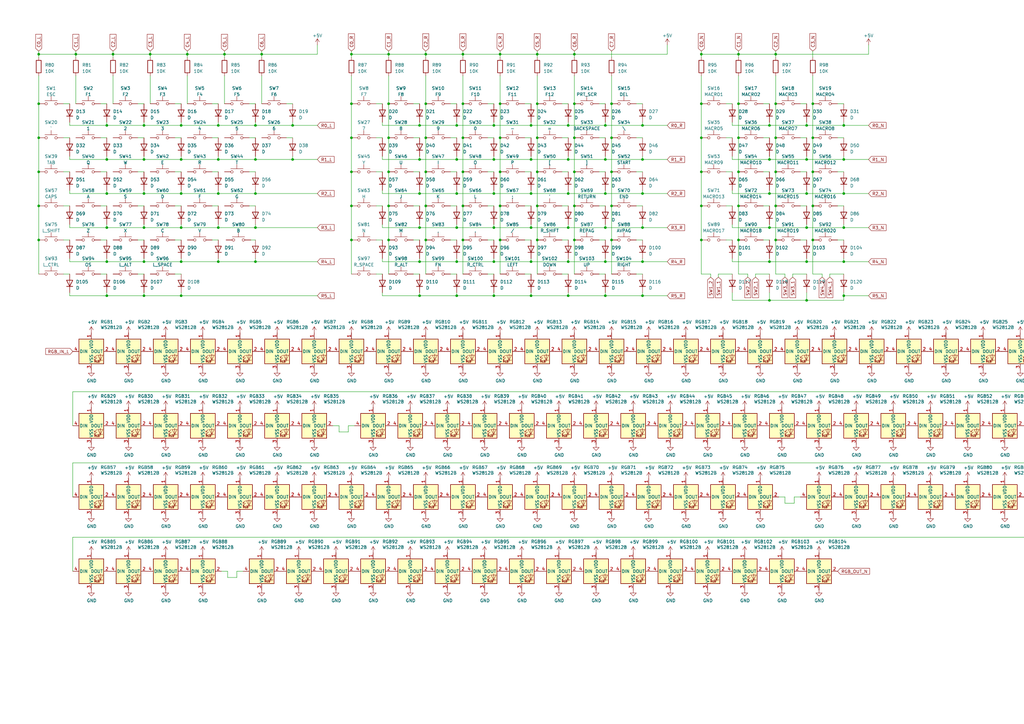
<source format=kicad_sch>
(kicad_sch (version 20210406) (generator eeschema)
  (paper "A3")
  (title_block (title "Project K+") (date "2021-05-16"))
  (junction (at 15.875 22.225) (diameter 0.9144))
  (junction (at 15.875 42.545) (diameter 0.9144))
  (junction (at 15.875 56.515) (diameter 0.9144))
  (junction (at 15.875 70.485) (diameter 0.9144))
  (junction (at 15.875 84.455) (diameter 0.9144))
  (junction (at 15.875 98.425) (diameter 0.9144))
  (junction (at 31.115 22.225) (diameter 0.9144))
  (junction (at 43.815 51.435) (diameter 0.9144))
  (junction (at 43.815 65.405) (diameter 0.9144))
  (junction (at 43.815 79.375) (diameter 0.9144))
  (junction (at 43.815 93.345) (diameter 0.9144))
  (junction (at 43.815 107.315) (diameter 0.9144))
  (junction (at 43.815 121.285) (diameter 0.9144))
  (junction (at 46.355 22.225) (diameter 0.9144))
  (junction (at 59.055 51.435) (diameter 0.9144))
  (junction (at 59.055 65.405) (diameter 0.9144))
  (junction (at 59.055 79.375) (diameter 0.9144))
  (junction (at 59.055 93.345) (diameter 0.9144))
  (junction (at 59.055 107.315) (diameter 0.9144))
  (junction (at 59.055 121.285) (diameter 0.9144))
  (junction (at 61.595 22.225) (diameter 0.9144))
  (junction (at 74.295 51.435) (diameter 0.9144))
  (junction (at 74.295 65.405) (diameter 0.9144))
  (junction (at 74.295 79.375) (diameter 0.9144))
  (junction (at 74.295 93.345) (diameter 0.9144))
  (junction (at 74.295 107.315) (diameter 0.9144))
  (junction (at 74.295 121.285) (diameter 0.9144))
  (junction (at 76.835 22.225) (diameter 0.9144))
  (junction (at 89.535 51.435) (diameter 0.9144))
  (junction (at 89.535 65.405) (diameter 0.9144))
  (junction (at 89.535 79.375) (diameter 0.9144))
  (junction (at 89.535 93.345) (diameter 0.9144))
  (junction (at 89.535 107.315) (diameter 0.9144))
  (junction (at 92.075 22.225) (diameter 0.9144))
  (junction (at 104.775 51.435) (diameter 0.9144))
  (junction (at 104.775 65.405) (diameter 0.9144))
  (junction (at 104.775 79.375) (diameter 0.9144))
  (junction (at 104.775 93.345) (diameter 0.9144))
  (junction (at 104.775 107.315) (diameter 0.9144))
  (junction (at 107.315 22.225) (diameter 0.9144))
  (junction (at 120.015 51.435) (diameter 0.9144))
  (junction (at 120.015 65.405) (diameter 0.9144))
  (junction (at 144.145 22.225) (diameter 0.9144))
  (junction (at 144.145 42.545) (diameter 0.9144))
  (junction (at 144.145 56.515) (diameter 0.9144))
  (junction (at 144.145 70.485) (diameter 0.9144))
  (junction (at 144.145 84.455) (diameter 0.9144))
  (junction (at 144.145 98.425) (diameter 0.9144))
  (junction (at 159.385 22.225) (diameter 0.9144))
  (junction (at 159.385 42.545) (diameter 0.9144))
  (junction (at 159.385 56.515) (diameter 0.9144))
  (junction (at 159.385 70.485) (diameter 0.9144))
  (junction (at 159.385 84.455) (diameter 0.9144))
  (junction (at 159.385 98.425) (diameter 0.9144))
  (junction (at 172.085 51.435) (diameter 0.9144))
  (junction (at 172.085 65.405) (diameter 0.9144))
  (junction (at 172.085 79.375) (diameter 0.9144))
  (junction (at 172.085 93.345) (diameter 0.9144))
  (junction (at 172.085 107.315) (diameter 0.9144))
  (junction (at 172.085 121.285) (diameter 0.9144))
  (junction (at 174.625 22.225) (diameter 0.9144))
  (junction (at 174.625 42.545) (diameter 0.9144))
  (junction (at 174.625 56.515) (diameter 0.9144))
  (junction (at 174.625 70.485) (diameter 0.9144))
  (junction (at 174.625 84.455) (diameter 0.9144))
  (junction (at 174.625 98.425) (diameter 0.9144))
  (junction (at 187.325 51.435) (diameter 0.9144))
  (junction (at 187.325 65.405) (diameter 0.9144))
  (junction (at 187.325 79.375) (diameter 0.9144))
  (junction (at 187.325 93.345) (diameter 0.9144))
  (junction (at 187.325 107.315) (diameter 0.9144))
  (junction (at 187.325 121.285) (diameter 0.9144))
  (junction (at 189.865 22.225) (diameter 0.9144))
  (junction (at 189.865 42.545) (diameter 0.9144))
  (junction (at 189.865 56.515) (diameter 0.9144))
  (junction (at 189.865 70.485) (diameter 0.9144))
  (junction (at 189.865 84.455) (diameter 0.9144))
  (junction (at 189.865 98.425) (diameter 0.9144))
  (junction (at 202.565 51.435) (diameter 0.9144))
  (junction (at 202.565 65.405) (diameter 0.9144))
  (junction (at 202.565 79.375) (diameter 0.9144))
  (junction (at 202.565 93.345) (diameter 0.9144))
  (junction (at 202.565 107.315) (diameter 0.9144))
  (junction (at 202.565 121.285) (diameter 0.9144))
  (junction (at 205.105 22.225) (diameter 0.9144))
  (junction (at 205.105 42.545) (diameter 0.9144))
  (junction (at 205.105 56.515) (diameter 0.9144))
  (junction (at 205.105 70.485) (diameter 0.9144))
  (junction (at 205.105 84.455) (diameter 0.9144))
  (junction (at 205.105 98.425) (diameter 0.9144))
  (junction (at 217.805 51.435) (diameter 0.9144))
  (junction (at 217.805 65.405) (diameter 0.9144))
  (junction (at 217.805 79.375) (diameter 0.9144))
  (junction (at 217.805 93.345) (diameter 0.9144))
  (junction (at 217.805 107.315) (diameter 0.9144))
  (junction (at 217.805 121.285) (diameter 0.9144))
  (junction (at 220.345 22.225) (diameter 0.9144))
  (junction (at 220.345 42.545) (diameter 0.9144))
  (junction (at 220.345 56.515) (diameter 0.9144))
  (junction (at 220.345 70.485) (diameter 0.9144))
  (junction (at 220.345 84.455) (diameter 0.9144))
  (junction (at 220.345 98.425) (diameter 0.9144))
  (junction (at 233.045 51.435) (diameter 0.9144))
  (junction (at 233.045 65.405) (diameter 0.9144))
  (junction (at 233.045 79.375) (diameter 0.9144))
  (junction (at 233.045 93.345) (diameter 0.9144))
  (junction (at 233.045 107.315) (diameter 0.9144))
  (junction (at 233.045 121.285) (diameter 0.9144))
  (junction (at 235.585 22.225) (diameter 0.9144))
  (junction (at 235.585 42.545) (diameter 0.9144))
  (junction (at 235.585 56.515) (diameter 0.9144))
  (junction (at 235.585 70.485) (diameter 0.9144))
  (junction (at 235.585 84.455) (diameter 0.9144))
  (junction (at 235.585 98.425) (diameter 0.9144))
  (junction (at 248.285 51.435) (diameter 0.9144))
  (junction (at 248.285 65.405) (diameter 0.9144))
  (junction (at 248.285 79.375) (diameter 0.9144))
  (junction (at 248.285 93.345) (diameter 0.9144))
  (junction (at 248.285 107.315) (diameter 0.9144))
  (junction (at 248.285 121.285) (diameter 0.9144))
  (junction (at 250.825 42.545) (diameter 0.9144))
  (junction (at 250.825 56.515) (diameter 0.9144))
  (junction (at 250.825 70.485) (diameter 0.9144))
  (junction (at 250.825 84.455) (diameter 0.9144))
  (junction (at 250.825 98.425) (diameter 0.9144))
  (junction (at 263.525 51.435) (diameter 0.9144))
  (junction (at 263.525 65.405) (diameter 0.9144))
  (junction (at 263.525 79.375) (diameter 0.9144))
  (junction (at 263.525 93.345) (diameter 0.9144))
  (junction (at 263.525 107.315) (diameter 0.9144))
  (junction (at 263.525 121.285) (diameter 0.9144))
  (junction (at 287.655 22.225) (diameter 0.9144))
  (junction (at 287.655 42.545) (diameter 0.9144))
  (junction (at 287.655 56.515) (diameter 0.9144))
  (junction (at 287.655 70.485) (diameter 0.9144))
  (junction (at 287.655 84.455) (diameter 0.9144))
  (junction (at 287.655 98.425) (diameter 0.9144))
  (junction (at 302.895 22.225) (diameter 0.9144))
  (junction (at 302.895 42.545) (diameter 0.9144))
  (junction (at 302.895 56.515) (diameter 0.9144))
  (junction (at 302.895 70.485) (diameter 0.9144))
  (junction (at 302.895 84.455) (diameter 0.9144))
  (junction (at 302.895 98.425) (diameter 0.9144))
  (junction (at 315.595 51.435) (diameter 0.9144))
  (junction (at 315.595 65.405) (diameter 0.9144))
  (junction (at 315.595 79.375) (diameter 0.9144))
  (junction (at 315.595 93.345) (diameter 0.9144))
  (junction (at 315.595 107.315) (diameter 0.9144))
  (junction (at 315.595 123.19) (diameter 0.9144))
  (junction (at 318.135 22.225) (diameter 0.9144))
  (junction (at 318.135 42.545) (diameter 0.9144))
  (junction (at 318.135 56.515) (diameter 0.9144))
  (junction (at 318.135 70.485) (diameter 0.9144))
  (junction (at 318.135 84.455) (diameter 0.9144))
  (junction (at 318.135 98.425) (diameter 0.9144))
  (junction (at 330.835 51.435) (diameter 0.9144))
  (junction (at 330.835 65.405) (diameter 0.9144))
  (junction (at 330.835 79.375) (diameter 0.9144))
  (junction (at 330.835 93.345) (diameter 0.9144))
  (junction (at 330.835 107.315) (diameter 0.9144))
  (junction (at 330.835 123.19) (diameter 0.9144))
  (junction (at 333.375 42.545) (diameter 0.9144))
  (junction (at 333.375 56.515) (diameter 0.9144))
  (junction (at 333.375 70.485) (diameter 0.9144))
  (junction (at 333.375 84.455) (diameter 0.9144))
  (junction (at 333.375 98.425) (diameter 0.9144))
  (junction (at 346.075 51.435) (diameter 0.9144))
  (junction (at 346.075 65.405) (diameter 0.9144))
  (junction (at 346.075 79.375) (diameter 0.9144))
  (junction (at 346.075 93.345) (diameter 0.9144))
  (junction (at 346.075 107.315) (diameter 0.9144))
  (junction (at 346.075 121.285) (diameter 0.9144))
  (wire (pts (xy 15.875 20.955) (xy 15.875 22.225)))
  (wire (pts (xy 15.875 22.225) (xy 15.875 23.495)))
  (wire (pts (xy 15.875 22.225) (xy 31.115 22.225)))
  (wire (pts (xy 15.875 31.115) (xy 15.875 42.545)))
  (wire (pts (xy 15.875 42.545) (xy 15.875 56.515)))
  (wire (pts (xy 15.875 56.515) (xy 15.875 70.485)))
  (wire (pts (xy 15.875 70.485) (xy 15.875 84.455)))
  (wire (pts (xy 15.875 84.455) (xy 15.875 98.425)))
  (wire (pts (xy 15.875 98.425) (xy 15.875 112.395)))
  (wire (pts (xy 26.035 42.545) (xy 28.575 42.545)))
  (wire (pts (xy 26.035 56.515) (xy 28.575 56.515)))
  (wire (pts (xy 26.035 70.485) (xy 28.575 70.485)))
  (wire (pts (xy 26.035 84.455) (xy 28.575 84.455)))
  (wire (pts (xy 26.035 98.425) (xy 28.575 98.425)))
  (wire (pts (xy 26.035 112.395) (xy 28.575 112.395)))
  (wire (pts (xy 28.575 50.165) (xy 28.575 51.435)))
  (wire (pts (xy 28.575 51.435) (xy 43.815 51.435)))
  (wire (pts (xy 28.575 64.135) (xy 28.575 65.405)))
  (wire (pts (xy 28.575 65.405) (xy 43.815 65.405)))
  (wire (pts (xy 28.575 78.105) (xy 28.575 79.375)))
  (wire (pts (xy 28.575 79.375) (xy 43.815 79.375)))
  (wire (pts (xy 28.575 92.075) (xy 28.575 93.345)))
  (wire (pts (xy 28.575 93.345) (xy 43.815 93.345)))
  (wire (pts (xy 28.575 106.045) (xy 28.575 107.315)))
  (wire (pts (xy 28.575 107.315) (xy 43.815 107.315)))
  (wire (pts (xy 28.575 120.015) (xy 28.575 121.285)))
  (wire (pts (xy 28.575 121.285) (xy 43.815 121.285)))
  (wire (pts (xy 29.845 160.655) (xy 29.845 174.625)))
  (wire (pts (xy 29.845 189.865) (xy 29.845 203.835)))
  (wire (pts (xy 29.845 189.865) (xy 465.455 189.865)))
  (wire (pts (xy 29.845 220.345) (xy 465.455 220.345)))
  (wire (pts (xy 29.845 234.315) (xy 29.845 220.345)))
  (wire (pts (xy 31.115 20.955) (xy 31.115 22.225)))
  (wire (pts (xy 31.115 22.225) (xy 31.115 23.495)))
  (wire (pts (xy 31.115 22.225) (xy 46.355 22.225)))
  (wire (pts (xy 31.115 31.115) (xy 31.115 42.545)))
  (wire (pts (xy 41.275 42.545) (xy 43.815 42.545)))
  (wire (pts (xy 41.275 56.515) (xy 43.815 56.515)))
  (wire (pts (xy 41.275 70.485) (xy 43.815 70.485)))
  (wire (pts (xy 41.275 84.455) (xy 43.815 84.455)))
  (wire (pts (xy 41.275 98.425) (xy 43.815 98.425)))
  (wire (pts (xy 41.275 112.395) (xy 43.815 112.395)))
  (wire (pts (xy 43.815 50.165) (xy 43.815 51.435)))
  (wire (pts (xy 43.815 51.435) (xy 59.055 51.435)))
  (wire (pts (xy 43.815 64.135) (xy 43.815 65.405)))
  (wire (pts (xy 43.815 65.405) (xy 59.055 65.405)))
  (wire (pts (xy 43.815 78.105) (xy 43.815 79.375)))
  (wire (pts (xy 43.815 79.375) (xy 59.055 79.375)))
  (wire (pts (xy 43.815 92.075) (xy 43.815 93.345)))
  (wire (pts (xy 43.815 93.345) (xy 59.055 93.345)))
  (wire (pts (xy 43.815 106.045) (xy 43.815 107.315)))
  (wire (pts (xy 43.815 107.315) (xy 59.055 107.315)))
  (wire (pts (xy 43.815 120.015) (xy 43.815 121.285)))
  (wire (pts (xy 43.815 121.285) (xy 59.055 121.285)))
  (wire (pts (xy 46.355 20.955) (xy 46.355 22.225)))
  (wire (pts (xy 46.355 22.225) (xy 46.355 23.495)))
  (wire (pts (xy 46.355 22.225) (xy 61.595 22.225)))
  (wire (pts (xy 46.355 31.115) (xy 46.355 42.545)))
  (wire (pts (xy 56.515 42.545) (xy 59.055 42.545)))
  (wire (pts (xy 56.515 56.515) (xy 59.055 56.515)))
  (wire (pts (xy 56.515 70.485) (xy 59.055 70.485)))
  (wire (pts (xy 56.515 84.455) (xy 59.055 84.455)))
  (wire (pts (xy 56.515 98.425) (xy 59.055 98.425)))
  (wire (pts (xy 56.515 112.395) (xy 59.055 112.395)))
  (wire (pts (xy 59.055 50.165) (xy 59.055 51.435)))
  (wire (pts (xy 59.055 51.435) (xy 74.295 51.435)))
  (wire (pts (xy 59.055 64.135) (xy 59.055 65.405)))
  (wire (pts (xy 59.055 65.405) (xy 74.295 65.405)))
  (wire (pts (xy 59.055 78.105) (xy 59.055 79.375)))
  (wire (pts (xy 59.055 79.375) (xy 74.295 79.375)))
  (wire (pts (xy 59.055 92.075) (xy 59.055 93.345)))
  (wire (pts (xy 59.055 93.345) (xy 74.295 93.345)))
  (wire (pts (xy 59.055 106.045) (xy 59.055 107.315)))
  (wire (pts (xy 59.055 107.315) (xy 74.295 107.315)))
  (wire (pts (xy 59.055 120.015) (xy 59.055 121.285)))
  (wire (pts (xy 59.055 121.285) (xy 74.295 121.285)))
  (wire (pts (xy 61.595 20.955) (xy 61.595 22.225)))
  (wire (pts (xy 61.595 22.225) (xy 61.595 23.495)))
  (wire (pts (xy 61.595 22.225) (xy 76.835 22.225)))
  (wire (pts (xy 61.595 31.115) (xy 61.595 42.545)))
  (wire (pts (xy 71.755 42.545) (xy 74.295 42.545)))
  (wire (pts (xy 71.755 56.515) (xy 74.295 56.515)))
  (wire (pts (xy 71.755 70.485) (xy 74.295 70.485)))
  (wire (pts (xy 71.755 84.455) (xy 74.295 84.455)))
  (wire (pts (xy 71.755 98.425) (xy 74.295 98.425)))
  (wire (pts (xy 71.755 112.395) (xy 74.295 112.395)))
  (wire (pts (xy 74.295 50.165) (xy 74.295 51.435)))
  (wire (pts (xy 74.295 51.435) (xy 89.535 51.435)))
  (wire (pts (xy 74.295 64.135) (xy 74.295 65.405)))
  (wire (pts (xy 74.295 65.405) (xy 89.535 65.405)))
  (wire (pts (xy 74.295 78.105) (xy 74.295 79.375)))
  (wire (pts (xy 74.295 79.375) (xy 89.535 79.375)))
  (wire (pts (xy 74.295 92.075) (xy 74.295 93.345)))
  (wire (pts (xy 74.295 93.345) (xy 89.535 93.345)))
  (wire (pts (xy 74.295 106.045) (xy 74.295 107.315)))
  (wire (pts (xy 74.295 107.315) (xy 89.535 107.315)))
  (wire (pts (xy 74.295 120.015) (xy 74.295 121.285)))
  (wire (pts (xy 74.295 121.285) (xy 130.175 121.285)))
  (wire (pts (xy 76.835 20.955) (xy 76.835 22.225)))
  (wire (pts (xy 76.835 22.225) (xy 76.835 23.495)))
  (wire (pts (xy 76.835 22.225) (xy 92.075 22.225)))
  (wire (pts (xy 76.835 31.115) (xy 76.835 42.545)))
  (wire (pts (xy 86.995 42.545) (xy 89.535 42.545)))
  (wire (pts (xy 86.995 56.515) (xy 89.535 56.515)))
  (wire (pts (xy 86.995 70.485) (xy 89.535 70.485)))
  (wire (pts (xy 86.995 84.455) (xy 89.535 84.455)))
  (wire (pts (xy 86.995 98.425) (xy 89.535 98.425)))
  (wire (pts (xy 89.535 50.165) (xy 89.535 51.435)))
  (wire (pts (xy 89.535 51.435) (xy 104.775 51.435)))
  (wire (pts (xy 89.535 64.135) (xy 89.535 65.405)))
  (wire (pts (xy 89.535 65.405) (xy 104.775 65.405)))
  (wire (pts (xy 89.535 78.105) (xy 89.535 79.375)))
  (wire (pts (xy 89.535 79.375) (xy 104.775 79.375)))
  (wire (pts (xy 89.535 92.075) (xy 89.535 93.345)))
  (wire (pts (xy 89.535 93.345) (xy 104.775 93.345)))
  (wire (pts (xy 89.535 106.045) (xy 89.535 107.315)))
  (wire (pts (xy 89.535 107.315) (xy 104.775 107.315)))
  (wire (pts (xy 92.075 20.955) (xy 92.075 22.225)))
  (wire (pts (xy 92.075 22.225) (xy 92.075 23.495)))
  (wire (pts (xy 92.075 22.225) (xy 107.315 22.225)))
  (wire (pts (xy 92.075 31.115) (xy 92.075 42.545)))
  (wire (pts (xy 93.345 234.315) (xy 90.805 234.315)))
  (wire (pts (xy 93.345 236.855) (xy 93.345 234.315)))
  (wire (pts (xy 93.345 236.855) (xy 97.155 236.855)))
  (wire (pts (xy 97.155 234.315) (xy 99.695 234.315)))
  (wire (pts (xy 97.155 236.855) (xy 97.155 234.315)))
  (wire (pts (xy 102.235 42.545) (xy 104.775 42.545)))
  (wire (pts (xy 102.235 56.515) (xy 104.775 56.515)))
  (wire (pts (xy 102.235 70.485) (xy 104.775 70.485)))
  (wire (pts (xy 102.235 84.455) (xy 104.775 84.455)))
  (wire (pts (xy 102.87 98.425) (xy 104.775 98.425)))
  (wire (pts (xy 104.775 50.165) (xy 104.775 51.435)))
  (wire (pts (xy 104.775 51.435) (xy 120.015 51.435)))
  (wire (pts (xy 104.775 64.135) (xy 104.775 65.405)))
  (wire (pts (xy 104.775 65.405) (xy 120.015 65.405)))
  (wire (pts (xy 104.775 78.105) (xy 104.775 79.375)))
  (wire (pts (xy 104.775 79.375) (xy 130.175 79.375)))
  (wire (pts (xy 104.775 92.075) (xy 104.775 93.345)))
  (wire (pts (xy 104.775 93.345) (xy 130.175 93.345)))
  (wire (pts (xy 104.775 106.045) (xy 104.775 107.315)))
  (wire (pts (xy 104.775 107.315) (xy 130.175 107.315)))
  (wire (pts (xy 107.315 20.955) (xy 107.315 22.225)))
  (wire (pts (xy 107.315 22.225) (xy 107.315 23.495)))
  (wire (pts (xy 107.315 22.225) (xy 130.175 22.225)))
  (wire (pts (xy 107.315 31.115) (xy 107.315 42.545)))
  (wire (pts (xy 117.475 42.545) (xy 120.015 42.545)))
  (wire (pts (xy 117.475 56.515) (xy 120.015 56.515)))
  (wire (pts (xy 120.015 51.435) (xy 120.015 50.165)))
  (wire (pts (xy 120.015 51.435) (xy 130.175 51.435)))
  (wire (pts (xy 120.015 65.405) (xy 120.015 64.135)))
  (wire (pts (xy 120.015 65.405) (xy 130.175 65.405)))
  (wire (pts (xy 130.175 18.415) (xy 130.175 22.225)))
  (wire (pts (xy 139.065 174.625) (xy 136.525 174.625)))
  (wire (pts (xy 139.065 177.165) (xy 139.065 174.625)))
  (wire (pts (xy 139.065 177.165) (xy 142.875 177.165)))
  (wire (pts (xy 142.875 174.625) (xy 145.415 174.625)))
  (wire (pts (xy 142.875 177.165) (xy 142.875 174.625)))
  (wire (pts (xy 144.145 20.955) (xy 144.145 22.225)))
  (wire (pts (xy 144.145 22.225) (xy 144.145 23.495)))
  (wire (pts (xy 144.145 22.225) (xy 159.385 22.225)))
  (wire (pts (xy 144.145 31.115) (xy 144.145 42.545)))
  (wire (pts (xy 144.145 42.545) (xy 144.145 56.515)))
  (wire (pts (xy 144.145 56.515) (xy 144.145 70.485)))
  (wire (pts (xy 144.145 70.485) (xy 144.145 84.455)))
  (wire (pts (xy 144.145 84.455) (xy 144.145 98.425)))
  (wire (pts (xy 144.145 98.425) (xy 144.145 112.395)))
  (wire (pts (xy 154.305 42.545) (xy 156.845 42.545)))
  (wire (pts (xy 154.305 56.515) (xy 156.845 56.515)))
  (wire (pts (xy 154.305 70.485) (xy 156.845 70.485)))
  (wire (pts (xy 154.305 84.455) (xy 156.845 84.455)))
  (wire (pts (xy 154.305 98.425) (xy 156.845 98.425)))
  (wire (pts (xy 154.305 112.395) (xy 156.845 112.395)))
  (wire (pts (xy 156.845 50.165) (xy 156.845 51.435)))
  (wire (pts (xy 156.845 51.435) (xy 172.085 51.435)))
  (wire (pts (xy 156.845 64.135) (xy 156.845 65.405)))
  (wire (pts (xy 156.845 65.405) (xy 172.085 65.405)))
  (wire (pts (xy 156.845 78.105) (xy 156.845 79.375)))
  (wire (pts (xy 156.845 79.375) (xy 172.085 79.375)))
  (wire (pts (xy 156.845 92.075) (xy 156.845 93.345)))
  (wire (pts (xy 156.845 93.345) (xy 172.085 93.345)))
  (wire (pts (xy 156.845 106.045) (xy 156.845 107.315)))
  (wire (pts (xy 156.845 107.315) (xy 172.085 107.315)))
  (wire (pts (xy 156.845 120.015) (xy 156.845 121.285)))
  (wire (pts (xy 156.845 121.285) (xy 172.085 121.285)))
  (wire (pts (xy 159.385 20.955) (xy 159.385 22.225)))
  (wire (pts (xy 159.385 22.225) (xy 159.385 23.495)))
  (wire (pts (xy 159.385 22.225) (xy 174.625 22.225)))
  (wire (pts (xy 159.385 31.115) (xy 159.385 42.545)))
  (wire (pts (xy 159.385 42.545) (xy 159.385 56.515)))
  (wire (pts (xy 159.385 56.515) (xy 159.385 70.485)))
  (wire (pts (xy 159.385 70.485) (xy 159.385 84.455)))
  (wire (pts (xy 159.385 84.455) (xy 159.385 98.425)))
  (wire (pts (xy 159.385 98.425) (xy 159.385 112.395)))
  (wire (pts (xy 169.545 42.545) (xy 172.085 42.545)))
  (wire (pts (xy 169.545 56.515) (xy 172.085 56.515)))
  (wire (pts (xy 169.545 70.485) (xy 172.085 70.485)))
  (wire (pts (xy 169.545 84.455) (xy 172.085 84.455)))
  (wire (pts (xy 169.545 98.425) (xy 172.085 98.425)))
  (wire (pts (xy 169.545 112.395) (xy 172.085 112.395)))
  (wire (pts (xy 172.085 50.165) (xy 172.085 51.435)))
  (wire (pts (xy 172.085 51.435) (xy 187.325 51.435)))
  (wire (pts (xy 172.085 64.135) (xy 172.085 65.405)))
  (wire (pts (xy 172.085 65.405) (xy 187.325 65.405)))
  (wire (pts (xy 172.085 78.105) (xy 172.085 79.375)))
  (wire (pts (xy 172.085 79.375) (xy 187.325 79.375)))
  (wire (pts (xy 172.085 92.075) (xy 172.085 93.345)))
  (wire (pts (xy 172.085 93.345) (xy 187.325 93.345)))
  (wire (pts (xy 172.085 106.045) (xy 172.085 107.315)))
  (wire (pts (xy 172.085 107.315) (xy 187.325 107.315)))
  (wire (pts (xy 172.085 120.015) (xy 172.085 121.285)))
  (wire (pts (xy 172.085 121.285) (xy 187.325 121.285)))
  (wire (pts (xy 174.625 20.955) (xy 174.625 22.225)))
  (wire (pts (xy 174.625 22.225) (xy 174.625 23.495)))
  (wire (pts (xy 174.625 22.225) (xy 189.865 22.225)))
  (wire (pts (xy 174.625 31.115) (xy 174.625 42.545)))
  (wire (pts (xy 174.625 42.545) (xy 174.625 56.515)))
  (wire (pts (xy 174.625 56.515) (xy 174.625 70.485)))
  (wire (pts (xy 174.625 70.485) (xy 174.625 84.455)))
  (wire (pts (xy 174.625 84.455) (xy 174.625 98.425)))
  (wire (pts (xy 174.625 98.425) (xy 174.625 112.395)))
  (wire (pts (xy 184.785 42.545) (xy 187.325 42.545)))
  (wire (pts (xy 184.785 56.515) (xy 187.325 56.515)))
  (wire (pts (xy 184.785 70.485) (xy 187.325 70.485)))
  (wire (pts (xy 184.785 84.455) (xy 187.325 84.455)))
  (wire (pts (xy 184.785 98.425) (xy 187.325 98.425)))
  (wire (pts (xy 184.785 112.395) (xy 187.325 112.395)))
  (wire (pts (xy 187.325 50.165) (xy 187.325 51.435)))
  (wire (pts (xy 187.325 51.435) (xy 202.565 51.435)))
  (wire (pts (xy 187.325 64.135) (xy 187.325 65.405)))
  (wire (pts (xy 187.325 65.405) (xy 202.565 65.405)))
  (wire (pts (xy 187.325 78.105) (xy 187.325 79.375)))
  (wire (pts (xy 187.325 79.375) (xy 202.565 79.375)))
  (wire (pts (xy 187.325 92.075) (xy 187.325 93.345)))
  (wire (pts (xy 187.325 93.345) (xy 202.565 93.345)))
  (wire (pts (xy 187.325 106.045) (xy 187.325 107.315)))
  (wire (pts (xy 187.325 107.315) (xy 202.565 107.315)))
  (wire (pts (xy 187.325 120.015) (xy 187.325 121.285)))
  (wire (pts (xy 187.325 121.285) (xy 202.565 121.285)))
  (wire (pts (xy 189.865 20.955) (xy 189.865 22.225)))
  (wire (pts (xy 189.865 22.225) (xy 189.865 23.495)))
  (wire (pts (xy 189.865 22.225) (xy 205.105 22.225)))
  (wire (pts (xy 189.865 31.115) (xy 189.865 42.545)))
  (wire (pts (xy 189.865 42.545) (xy 189.865 56.515)))
  (wire (pts (xy 189.865 56.515) (xy 189.865 70.485)))
  (wire (pts (xy 189.865 70.485) (xy 189.865 84.455)))
  (wire (pts (xy 189.865 84.455) (xy 189.865 98.425)))
  (wire (pts (xy 189.865 98.425) (xy 189.865 112.395)))
  (wire (pts (xy 200.025 42.545) (xy 202.565 42.545)))
  (wire (pts (xy 200.025 56.515) (xy 202.565 56.515)))
  (wire (pts (xy 200.025 70.485) (xy 202.565 70.485)))
  (wire (pts (xy 200.025 84.455) (xy 202.565 84.455)))
  (wire (pts (xy 200.025 98.425) (xy 202.565 98.425)))
  (wire (pts (xy 200.025 112.395) (xy 202.565 112.395)))
  (wire (pts (xy 202.565 50.165) (xy 202.565 51.435)))
  (wire (pts (xy 202.565 51.435) (xy 217.805 51.435)))
  (wire (pts (xy 202.565 64.135) (xy 202.565 65.405)))
  (wire (pts (xy 202.565 65.405) (xy 217.805 65.405)))
  (wire (pts (xy 202.565 78.105) (xy 202.565 79.375)))
  (wire (pts (xy 202.565 79.375) (xy 217.805 79.375)))
  (wire (pts (xy 202.565 92.075) (xy 202.565 93.345)))
  (wire (pts (xy 202.565 93.345) (xy 217.805 93.345)))
  (wire (pts (xy 202.565 106.045) (xy 202.565 107.315)))
  (wire (pts (xy 202.565 107.315) (xy 217.805 107.315)))
  (wire (pts (xy 202.565 120.015) (xy 202.565 121.285)))
  (wire (pts (xy 202.565 121.285) (xy 217.805 121.285)))
  (wire (pts (xy 205.105 20.955) (xy 205.105 22.225)))
  (wire (pts (xy 205.105 22.225) (xy 205.105 23.495)))
  (wire (pts (xy 205.105 22.225) (xy 220.345 22.225)))
  (wire (pts (xy 205.105 31.115) (xy 205.105 42.545)))
  (wire (pts (xy 205.105 42.545) (xy 205.105 56.515)))
  (wire (pts (xy 205.105 56.515) (xy 205.105 70.485)))
  (wire (pts (xy 205.105 70.485) (xy 205.105 84.455)))
  (wire (pts (xy 205.105 84.455) (xy 205.105 98.425)))
  (wire (pts (xy 205.105 98.425) (xy 205.105 112.395)))
  (wire (pts (xy 215.265 42.545) (xy 217.805 42.545)))
  (wire (pts (xy 215.265 56.515) (xy 217.805 56.515)))
  (wire (pts (xy 215.265 70.485) (xy 217.805 70.485)))
  (wire (pts (xy 215.265 84.455) (xy 217.805 84.455)))
  (wire (pts (xy 215.265 98.425) (xy 217.805 98.425)))
  (wire (pts (xy 215.265 112.395) (xy 217.805 112.395)))
  (wire (pts (xy 217.805 50.165) (xy 217.805 51.435)))
  (wire (pts (xy 217.805 51.435) (xy 233.045 51.435)))
  (wire (pts (xy 217.805 64.135) (xy 217.805 65.405)))
  (wire (pts (xy 217.805 65.405) (xy 233.045 65.405)))
  (wire (pts (xy 217.805 78.105) (xy 217.805 79.375)))
  (wire (pts (xy 217.805 79.375) (xy 233.045 79.375)))
  (wire (pts (xy 217.805 92.075) (xy 217.805 93.345)))
  (wire (pts (xy 217.805 93.345) (xy 233.045 93.345)))
  (wire (pts (xy 217.805 106.045) (xy 217.805 107.315)))
  (wire (pts (xy 217.805 107.315) (xy 233.045 107.315)))
  (wire (pts (xy 217.805 120.015) (xy 217.805 121.285)))
  (wire (pts (xy 217.805 121.285) (xy 233.045 121.285)))
  (wire (pts (xy 220.345 20.955) (xy 220.345 22.225)))
  (wire (pts (xy 220.345 22.225) (xy 220.345 23.495)))
  (wire (pts (xy 220.345 22.225) (xy 235.585 22.225)))
  (wire (pts (xy 220.345 31.115) (xy 220.345 42.545)))
  (wire (pts (xy 220.345 42.545) (xy 220.345 56.515)))
  (wire (pts (xy 220.345 56.515) (xy 220.345 70.485)))
  (wire (pts (xy 220.345 70.485) (xy 220.345 84.455)))
  (wire (pts (xy 220.345 84.455) (xy 220.345 98.425)))
  (wire (pts (xy 220.345 98.425) (xy 220.345 112.395)))
  (wire (pts (xy 230.505 42.545) (xy 233.045 42.545)))
  (wire (pts (xy 230.505 56.515) (xy 233.045 56.515)))
  (wire (pts (xy 230.505 70.485) (xy 233.045 70.485)))
  (wire (pts (xy 230.505 84.455) (xy 233.045 84.455)))
  (wire (pts (xy 230.505 98.425) (xy 233.045 98.425)))
  (wire (pts (xy 230.505 112.395) (xy 233.045 112.395)))
  (wire (pts (xy 233.045 50.165) (xy 233.045 51.435)))
  (wire (pts (xy 233.045 51.435) (xy 248.285 51.435)))
  (wire (pts (xy 233.045 64.135) (xy 233.045 65.405)))
  (wire (pts (xy 233.045 65.405) (xy 248.285 65.405)))
  (wire (pts (xy 233.045 78.105) (xy 233.045 79.375)))
  (wire (pts (xy 233.045 79.375) (xy 248.285 79.375)))
  (wire (pts (xy 233.045 92.075) (xy 233.045 93.345)))
  (wire (pts (xy 233.045 93.345) (xy 248.285 93.345)))
  (wire (pts (xy 233.045 106.045) (xy 233.045 107.315)))
  (wire (pts (xy 233.045 107.315) (xy 248.285 107.315)))
  (wire (pts (xy 233.045 120.015) (xy 233.045 121.285)))
  (wire (pts (xy 233.045 121.285) (xy 248.285 121.285)))
  (wire (pts (xy 235.585 20.955) (xy 235.585 22.225)))
  (wire (pts (xy 235.585 22.225) (xy 235.585 23.495)))
  (wire (pts (xy 235.585 22.225) (xy 273.685 22.225)))
  (wire (pts (xy 235.585 31.115) (xy 235.585 42.545)))
  (wire (pts (xy 235.585 42.545) (xy 235.585 56.515)))
  (wire (pts (xy 235.585 56.515) (xy 235.585 70.485)))
  (wire (pts (xy 235.585 70.485) (xy 235.585 84.455)))
  (wire (pts (xy 235.585 84.455) (xy 235.585 98.425)))
  (wire (pts (xy 235.585 98.425) (xy 235.585 112.395)))
  (wire (pts (xy 245.745 42.545) (xy 248.285 42.545)))
  (wire (pts (xy 245.745 56.515) (xy 248.285 56.515)))
  (wire (pts (xy 245.745 70.485) (xy 248.285 70.485)))
  (wire (pts (xy 245.745 84.455) (xy 248.285 84.455)))
  (wire (pts (xy 245.745 98.425) (xy 248.285 98.425)))
  (wire (pts (xy 245.745 112.395) (xy 248.285 112.395)))
  (wire (pts (xy 248.285 50.165) (xy 248.285 51.435)))
  (wire (pts (xy 248.285 51.435) (xy 263.525 51.435)))
  (wire (pts (xy 248.285 64.135) (xy 248.285 65.405)))
  (wire (pts (xy 248.285 65.405) (xy 263.525 65.405)))
  (wire (pts (xy 248.285 78.105) (xy 248.285 79.375)))
  (wire (pts (xy 248.285 79.375) (xy 263.525 79.375)))
  (wire (pts (xy 248.285 92.075) (xy 248.285 93.345)))
  (wire (pts (xy 248.285 93.345) (xy 263.525 93.345)))
  (wire (pts (xy 248.285 106.045) (xy 248.285 107.315)))
  (wire (pts (xy 248.285 107.315) (xy 263.525 107.315)))
  (wire (pts (xy 248.285 120.015) (xy 248.285 121.285)))
  (wire (pts (xy 248.285 121.285) (xy 263.525 121.285)))
  (wire (pts (xy 250.825 20.955) (xy 250.825 23.495)))
  (wire (pts (xy 250.825 31.115) (xy 250.825 42.545)))
  (wire (pts (xy 250.825 42.545) (xy 250.825 56.515)))
  (wire (pts (xy 250.825 56.515) (xy 250.825 70.485)))
  (wire (pts (xy 250.825 70.485) (xy 250.825 84.455)))
  (wire (pts (xy 250.825 84.455) (xy 250.825 98.425)))
  (wire (pts (xy 250.825 98.425) (xy 250.825 112.395)))
  (wire (pts (xy 260.985 42.545) (xy 263.525 42.545)))
  (wire (pts (xy 260.985 56.515) (xy 263.525 56.515)))
  (wire (pts (xy 260.985 70.485) (xy 263.525 70.485)))
  (wire (pts (xy 260.985 84.455) (xy 263.525 84.455)))
  (wire (pts (xy 260.985 98.425) (xy 263.525 98.425)))
  (wire (pts (xy 260.985 112.395) (xy 263.525 112.395)))
  (wire (pts (xy 263.525 51.435) (xy 263.525 50.165)))
  (wire (pts (xy 263.525 51.435) (xy 273.685 51.435)))
  (wire (pts (xy 263.525 65.405) (xy 263.525 64.135)))
  (wire (pts (xy 263.525 65.405) (xy 273.685 65.405)))
  (wire (pts (xy 263.525 79.375) (xy 263.525 78.105)))
  (wire (pts (xy 263.525 79.375) (xy 273.685 79.375)))
  (wire (pts (xy 263.525 93.345) (xy 263.525 92.075)))
  (wire (pts (xy 263.525 93.345) (xy 273.685 93.345)))
  (wire (pts (xy 263.525 107.315) (xy 263.525 106.045)))
  (wire (pts (xy 263.525 107.315) (xy 273.685 107.315)))
  (wire (pts (xy 263.525 121.285) (xy 263.525 120.015)))
  (wire (pts (xy 263.525 121.285) (xy 273.685 121.285)))
  (wire (pts (xy 273.685 18.415) (xy 273.685 22.225)))
  (wire (pts (xy 287.655 20.955) (xy 287.655 22.225)))
  (wire (pts (xy 287.655 22.225) (xy 287.655 23.495)))
  (wire (pts (xy 287.655 22.225) (xy 302.895 22.225)))
  (wire (pts (xy 287.655 31.115) (xy 287.655 42.545)))
  (wire (pts (xy 287.655 42.545) (xy 287.655 56.515)))
  (wire (pts (xy 287.655 56.515) (xy 287.655 70.485)))
  (wire (pts (xy 287.655 70.485) (xy 287.655 84.455)))
  (wire (pts (xy 287.655 84.455) (xy 287.655 98.425)))
  (wire (pts (xy 287.655 98.425) (xy 287.655 112.395)))
  (wire (pts (xy 287.655 112.395) (xy 291.465 112.395)))
  (wire (pts (xy 291.465 112.395) (xy 291.465 113.665)))
  (wire (pts (xy 294.64 112.395) (xy 294.64 113.665)))
  (wire (pts (xy 294.64 112.395) (xy 300.355 112.395)))
  (wire (pts (xy 297.815 42.545) (xy 300.355 42.545)))
  (wire (pts (xy 297.815 56.515) (xy 300.355 56.515)))
  (wire (pts (xy 297.815 70.485) (xy 300.355 70.485)))
  (wire (pts (xy 297.815 84.455) (xy 300.355 84.455)))
  (wire (pts (xy 297.815 98.425) (xy 300.355 98.425)))
  (wire (pts (xy 300.355 50.165) (xy 300.355 51.435)))
  (wire (pts (xy 300.355 51.435) (xy 315.595 51.435)))
  (wire (pts (xy 300.355 64.135) (xy 300.355 65.405)))
  (wire (pts (xy 300.355 65.405) (xy 315.595 65.405)))
  (wire (pts (xy 300.355 78.105) (xy 300.355 79.375)))
  (wire (pts (xy 300.355 79.375) (xy 315.595 79.375)))
  (wire (pts (xy 300.355 92.075) (xy 300.355 93.345)))
  (wire (pts (xy 300.355 93.345) (xy 315.595 93.345)))
  (wire (pts (xy 300.355 106.045) (xy 300.355 107.315)))
  (wire (pts (xy 300.355 107.315) (xy 315.595 107.315)))
  (wire (pts (xy 300.355 120.015) (xy 300.355 123.19)))
  (wire (pts (xy 300.355 123.19) (xy 315.595 123.19)))
  (wire (pts (xy 302.895 20.955) (xy 302.895 22.225)))
  (wire (pts (xy 302.895 22.225) (xy 302.895 23.495)))
  (wire (pts (xy 302.895 22.225) (xy 318.135 22.225)))
  (wire (pts (xy 302.895 31.115) (xy 302.895 42.545)))
  (wire (pts (xy 302.895 42.545) (xy 302.895 56.515)))
  (wire (pts (xy 302.895 56.515) (xy 302.895 70.485)))
  (wire (pts (xy 302.895 70.485) (xy 302.895 84.455)))
  (wire (pts (xy 302.895 84.455) (xy 302.895 98.425)))
  (wire (pts (xy 302.895 98.425) (xy 302.895 112.395)))
  (wire (pts (xy 302.895 112.395) (xy 306.705 112.395)))
  (wire (pts (xy 306.705 112.395) (xy 306.705 113.665)))
  (wire (pts (xy 309.88 112.395) (xy 309.88 113.665)))
  (wire (pts (xy 309.88 112.395) (xy 315.595 112.395)))
  (wire (pts (xy 313.055 42.545) (xy 315.595 42.545)))
  (wire (pts (xy 313.055 56.515) (xy 315.595 56.515)))
  (wire (pts (xy 313.055 70.485) (xy 315.595 70.485)))
  (wire (pts (xy 313.055 84.455) (xy 315.595 84.455)))
  (wire (pts (xy 313.055 98.425) (xy 315.595 98.425)))
  (wire (pts (xy 315.595 51.435) (xy 315.595 50.165)))
  (wire (pts (xy 315.595 51.435) (xy 330.835 51.435)))
  (wire (pts (xy 315.595 65.405) (xy 315.595 64.135)))
  (wire (pts (xy 315.595 65.405) (xy 330.835 65.405)))
  (wire (pts (xy 315.595 79.375) (xy 315.595 78.105)))
  (wire (pts (xy 315.595 79.375) (xy 330.835 79.375)))
  (wire (pts (xy 315.595 93.345) (xy 315.595 92.075)))
  (wire (pts (xy 315.595 93.345) (xy 330.835 93.345)))
  (wire (pts (xy 315.595 107.315) (xy 315.595 106.045)))
  (wire (pts (xy 315.595 107.315) (xy 330.835 107.315)))
  (wire (pts (xy 315.595 120.015) (xy 315.595 123.19)))
  (wire (pts (xy 315.595 123.19) (xy 330.835 123.19)))
  (wire (pts (xy 318.135 20.955) (xy 318.135 22.225)))
  (wire (pts (xy 318.135 22.225) (xy 318.135 23.495)))
  (wire (pts (xy 318.135 22.225) (xy 356.235 22.225)))
  (wire (pts (xy 318.135 31.115) (xy 318.135 42.545)))
  (wire (pts (xy 318.135 42.545) (xy 318.135 56.515)))
  (wire (pts (xy 318.135 56.515) (xy 318.135 70.485)))
  (wire (pts (xy 318.135 70.485) (xy 318.135 84.455)))
  (wire (pts (xy 318.135 84.455) (xy 318.135 98.425)))
  (wire (pts (xy 318.135 98.425) (xy 318.135 112.395)))
  (wire (pts (xy 318.135 112.395) (xy 321.945 112.395)))
  (wire (pts (xy 321.945 112.395) (xy 321.945 113.665)))
  (wire (pts (xy 321.945 203.835) (xy 319.405 203.835)))
  (wire (pts (xy 321.945 206.375) (xy 321.945 203.835)))
  (wire (pts (xy 321.945 206.375) (xy 325.755 206.375)))
  (wire (pts (xy 325.12 112.395) (xy 325.12 113.665)))
  (wire (pts (xy 325.12 112.395) (xy 330.835 112.395)))
  (wire (pts (xy 325.755 203.835) (xy 328.295 203.835)))
  (wire (pts (xy 325.755 206.375) (xy 325.755 203.835)))
  (wire (pts (xy 328.295 42.545) (xy 330.835 42.545)))
  (wire (pts (xy 328.295 56.515) (xy 330.835 56.515)))
  (wire (pts (xy 328.295 70.485) (xy 330.835 70.485)))
  (wire (pts (xy 328.295 84.455) (xy 330.835 84.455)))
  (wire (pts (xy 328.295 98.425) (xy 330.835 98.425)))
  (wire (pts (xy 330.835 51.435) (xy 330.835 50.165)))
  (wire (pts (xy 330.835 51.435) (xy 346.075 51.435)))
  (wire (pts (xy 330.835 65.405) (xy 330.835 64.135)))
  (wire (pts (xy 330.835 65.405) (xy 346.075 65.405)))
  (wire (pts (xy 330.835 79.375) (xy 330.835 78.105)))
  (wire (pts (xy 330.835 79.375) (xy 346.075 79.375)))
  (wire (pts (xy 330.835 93.345) (xy 330.835 92.075)))
  (wire (pts (xy 330.835 93.345) (xy 346.075 93.345)))
  (wire (pts (xy 330.835 107.315) (xy 330.835 106.045)))
  (wire (pts (xy 330.835 107.315) (xy 346.075 107.315)))
  (wire (pts (xy 330.835 123.19) (xy 330.835 120.015)))
  (wire (pts (xy 330.835 123.19) (xy 346.075 123.19)))
  (wire (pts (xy 333.375 20.955) (xy 333.375 23.495)))
  (wire (pts (xy 333.375 31.115) (xy 333.375 42.545)))
  (wire (pts (xy 333.375 42.545) (xy 333.375 56.515)))
  (wire (pts (xy 333.375 56.515) (xy 333.375 70.485)))
  (wire (pts (xy 333.375 70.485) (xy 333.375 84.455)))
  (wire (pts (xy 333.375 84.455) (xy 333.375 98.425)))
  (wire (pts (xy 333.375 98.425) (xy 333.375 112.395)))
  (wire (pts (xy 333.375 112.395) (xy 337.185 112.395)))
  (wire (pts (xy 337.185 112.395) (xy 337.185 113.665)))
  (wire (pts (xy 340.36 112.395) (xy 340.36 113.665)))
  (wire (pts (xy 340.36 112.395) (xy 346.075 112.395)))
  (wire (pts (xy 343.535 42.545) (xy 346.075 42.545)))
  (wire (pts (xy 343.535 56.515) (xy 346.075 56.515)))
  (wire (pts (xy 343.535 70.485) (xy 346.075 70.485)))
  (wire (pts (xy 343.535 84.455) (xy 346.075 84.455)))
  (wire (pts (xy 343.535 98.425) (xy 346.075 98.425)))
  (wire (pts (xy 346.075 51.435) (xy 346.075 50.165)))
  (wire (pts (xy 346.075 51.435) (xy 356.235 51.435)))
  (wire (pts (xy 346.075 65.405) (xy 346.075 64.135)))
  (wire (pts (xy 346.075 65.405) (xy 356.235 65.405)))
  (wire (pts (xy 346.075 79.375) (xy 346.075 78.105)))
  (wire (pts (xy 346.075 79.375) (xy 356.235 79.375)))
  (wire (pts (xy 346.075 93.345) (xy 346.075 92.075)))
  (wire (pts (xy 346.075 93.345) (xy 356.235 93.345)))
  (wire (pts (xy 346.075 107.315) (xy 346.075 106.045)))
  (wire (pts (xy 346.075 107.315) (xy 356.235 107.315)))
  (wire (pts (xy 346.075 121.285) (xy 346.075 120.015)))
  (wire (pts (xy 346.075 121.285) (xy 356.235 121.285)))
  (wire (pts (xy 346.075 123.19) (xy 346.075 121.285)))
  (wire (pts (xy 356.235 18.415) (xy 356.235 22.225)))
  (wire (pts (xy 456.565 144.145) (xy 456.565 160.655)))
  (wire (pts (xy 456.565 160.655) (xy 29.845 160.655)))
  (wire (pts (xy 465.455 174.625) (xy 465.455 189.865)))
  (wire (pts (xy 465.455 220.345) (xy 465.455 203.835)))
  (global_label "C0_L" (shape input) (at 15.875 20.955 90) (property "Intersheet References" "${INTERSHEET_REFS}" (effects hide)))
  (global_label "RGB_IN_L" (shape input) (at 29.845 144.145 180) (property "Intersheet References" "${INTERSHEET_REFS}" (effects hide)))
  (global_label "C1_L" (shape input) (at 31.115 20.955 90) (property "Intersheet References" "${INTERSHEET_REFS}" (effects hide)))
  (global_label "C2_L" (shape input) (at 46.355 20.955 90) (property "Intersheet References" "${INTERSHEET_REFS}" (effects hide)))
  (global_label "C3_L" (shape input) (at 61.595 20.955 90) (property "Intersheet References" "${INTERSHEET_REFS}" (effects hide)))
  (global_label "C4_L" (shape input) (at 76.835 20.955 90) (property "Intersheet References" "${INTERSHEET_REFS}" (effects hide)))
  (global_label "C5_L" (shape input) (at 92.075 20.955 90) (property "Intersheet References" "${INTERSHEET_REFS}" (effects hide)))
  (global_label "C6_L" (shape input) (at 107.315 20.955 90) (property "Intersheet References" "${INTERSHEET_REFS}" (effects hide)))
  (global_label "R0_L" (shape input) (at 130.175 51.435 0) (property "Intersheet References" "${INTERSHEET_REFS}" (effects hide)))
  (global_label "R1_L" (shape input) (at 130.175 65.405 0) (property "Intersheet References" "${INTERSHEET_REFS}" (effects hide)))
  (global_label "R2_L" (shape input) (at 130.175 79.375 0) (property "Intersheet References" "${INTERSHEET_REFS}" (effects hide)))
  (global_label "R3_L" (shape input) (at 130.175 93.345 0) (property "Intersheet References" "${INTERSHEET_REFS}" (effects hide)))
  (global_label "R4_L" (shape input) (at 130.175 107.315 0) (property "Intersheet References" "${INTERSHEET_REFS}" (effects hide)))
  (global_label "R5_L" (shape input) (at 130.175 121.285 0) (property "Intersheet References" "${INTERSHEET_REFS}" (effects hide)))
  (global_label "C0_R" (shape input) (at 144.145 20.955 90) (property "Intersheet References" "${INTERSHEET_REFS}" (effects hide)))
  (global_label "C1_R" (shape input) (at 159.385 20.955 90) (property "Intersheet References" "${INTERSHEET_REFS}" (effects hide)))
  (global_label "C2_R" (shape input) (at 174.625 20.955 90) (property "Intersheet References" "${INTERSHEET_REFS}" (effects hide)))
  (global_label "C3_R" (shape input) (at 189.865 20.955 90) (property "Intersheet References" "${INTERSHEET_REFS}" (effects hide)))
  (global_label "C4_R" (shape input) (at 205.105 20.955 90) (property "Intersheet References" "${INTERSHEET_REFS}" (effects hide)))
  (global_label "C5_R" (shape input) (at 220.345 20.955 90) (property "Intersheet References" "${INTERSHEET_REFS}" (effects hide)))
  (global_label "C6_R" (shape input) (at 235.585 20.955 90) (property "Intersheet References" "${INTERSHEET_REFS}" (effects hide)))
  (global_label "C7_R" (shape input) (at 250.825 20.955 90) (property "Intersheet References" "${INTERSHEET_REFS}" (effects hide)))
  (global_label "R0_R" (shape input) (at 273.685 51.435 0) (property "Intersheet References" "${INTERSHEET_REFS}" (effects hide)))
  (global_label "R1_R" (shape input) (at 273.685 65.405 0) (property "Intersheet References" "${INTERSHEET_REFS}" (effects hide)))
  (global_label "R2_R" (shape input) (at 273.685 79.375 0) (property "Intersheet References" "${INTERSHEET_REFS}" (effects hide)))
  (global_label "R3_R" (shape input) (at 273.685 93.345 0) (property "Intersheet References" "${INTERSHEET_REFS}" (effects hide)))
  (global_label "R4_R" (shape input) (at 273.685 107.315 0) (property "Intersheet References" "${INTERSHEET_REFS}" (effects hide)))
  (global_label "R5_R" (shape input) (at 273.685 121.285 0) (property "Intersheet References" "${INTERSHEET_REFS}" (effects hide)))
  (global_label "C0_N" (shape input) (at 287.655 20.955 90) (property "Intersheet References" "${INTERSHEET_REFS}" (effects hide)))
  (global_label "SW1_2" (shape input) (at 291.465 113.665 270) (property "Intersheet References" "${INTERSHEET_REFS}" (effects hide)))
  (global_label "SW1_1" (shape input) (at 294.64 113.665 270) (property "Intersheet References" "${INTERSHEET_REFS}" (effects hide)))
  (global_label "C1_N" (shape input) (at 302.895 20.955 90) (property "Intersheet References" "${INTERSHEET_REFS}" (effects hide)))
  (global_label "SW2_2" (shape input) (at 306.705 113.665 270) (property "Intersheet References" "${INTERSHEET_REFS}" (effects hide)))
  (global_label "SW2_1" (shape input) (at 309.88 113.665 270) (property "Intersheet References" "${INTERSHEET_REFS}" (effects hide)))
  (global_label "C2_N" (shape input) (at 318.135 20.955 90) (property "Intersheet References" "${INTERSHEET_REFS}" (effects hide)))
  (global_label "SW3_2" (shape input) (at 321.945 113.665 270) (property "Intersheet References" "${INTERSHEET_REFS}" (effects hide)))
  (global_label "SW3_1" (shape input) (at 325.12 113.665 270) (property "Intersheet References" "${INTERSHEET_REFS}" (effects hide)))
  (global_label "C3_N" (shape input) (at 333.375 20.955 90) (property "Intersheet References" "${INTERSHEET_REFS}" (effects hide)))
  (global_label "SW4_2" (shape input) (at 337.185 113.665 270) (property "Intersheet References" "${INTERSHEET_REFS}" (effects hide)))
  (global_label "SW4_1" (shape input) (at 340.36 113.665 270) (property "Intersheet References" "${INTERSHEET_REFS}" (effects hide)))
  (global_label "RGB_OUT_N" (shape input) (at 343.535 234.315 0) (property "Intersheet References" "${INTERSHEET_REFS}" (effects hide)))
  (global_label "R0_N" (shape input) (at 356.235 51.435 0) (property "Intersheet References" "${INTERSHEET_REFS}" (effects hide)))
  (global_label "R1_N" (shape input) (at 356.235 65.405 0) (property "Intersheet References" "${INTERSHEET_REFS}" (effects hide)))
  (global_label "R2_N" (shape input) (at 356.235 79.375 0) (property "Intersheet References" "${INTERSHEET_REFS}" (effects hide)))
  (global_label "R3_N" (shape input) (at 356.235 93.345 0) (property "Intersheet References" "${INTERSHEET_REFS}" (effects hide)))
  (global_label "R4_N" (shape input) (at 356.235 107.315 0) (property "Intersheet References" "${INTERSHEET_REFS}" (effects hide)))
  (global_label "R5_N" (shape input) (at 356.235 121.285 0) (property "Intersheet References" "${INTERSHEET_REFS}" (effects hide)))
  (symbol (lib_id "power:+5V") (at 37.465 136.525 0) (unit 1)
    (property "Reference" "#PWR0128" (effects hide))
    (property "Value" "+5V" (at 37.846 132.1308 0))
  )
  (symbol (lib_id "power:+5V") (at 37.465 167.005 0) (unit 1)
    (property "Reference" "#PWR0184" (effects hide))
    (property "Value" "+5V" (at 37.846 162.6108 0))
  )
  (symbol (lib_id "power:+5V") (at 37.465 196.215 0) (unit 1)
    (property "Reference" "#PWR0240" (effects hide))
    (property "Value" "+5V" (at 37.846 191.8208 0))
  )
  (symbol (lib_id "power:+5V") (at 37.465 226.695 0) (unit 1)
    (property "Reference" "#PWR0296" (effects hide))
    (property "Value" "+5V" (at 37.846 222.3008 0))
  )
  (symbol (lib_id "power:+5V") (at 52.705 136.525 0) (unit 1)
    (property "Reference" "#PWR0129" (effects hide))
    (property "Value" "+5V" (at 53.086 132.1308 0))
  )
  (symbol (lib_id "power:+5V") (at 52.705 167.005 0) (unit 1)
    (property "Reference" "#PWR0185" (effects hide))
    (property "Value" "+5V" (at 53.086 162.6108 0))
  )
  (symbol (lib_id "power:+5V") (at 52.705 196.215 0) (unit 1)
    (property "Reference" "#PWR0241" (effects hide))
    (property "Value" "+5V" (at 53.086 191.8208 0))
  )
  (symbol (lib_id "power:+5V") (at 52.705 226.695 0) (unit 1)
    (property "Reference" "#PWR0297" (effects hide))
    (property "Value" "+5V" (at 53.086 222.3008 0))
  )
  (symbol (lib_id "power:+5V") (at 67.945 136.525 0) (unit 1)
    (property "Reference" "#PWR0130" (effects hide))
    (property "Value" "+5V" (at 68.326 132.1308 0))
  )
  (symbol (lib_id "power:+5V") (at 67.945 167.005 0) (unit 1)
    (property "Reference" "#PWR0186" (effects hide))
    (property "Value" "+5V" (at 68.326 162.6108 0))
  )
  (symbol (lib_id "power:+5V") (at 67.945 196.215 0) (unit 1)
    (property "Reference" "#PWR0242" (effects hide))
    (property "Value" "+5V" (at 68.326 191.8208 0))
  )
  (symbol (lib_id "power:+5V") (at 67.945 226.695 0) (unit 1)
    (property "Reference" "#PWR0298" (effects hide))
    (property "Value" "+5V" (at 68.326 222.3008 0))
  )
  (symbol (lib_id "power:+5V") (at 83.185 136.525 0) (unit 1)
    (property "Reference" "#PWR0131" (effects hide))
    (property "Value" "+5V" (at 83.566 132.1308 0))
  )
  (symbol (lib_id "power:+5V") (at 83.185 167.005 0) (unit 1)
    (property "Reference" "#PWR0187" (effects hide))
    (property "Value" "+5V" (at 83.566 162.6108 0))
  )
  (symbol (lib_id "power:+5V") (at 83.185 196.215 0) (unit 1)
    (property "Reference" "#PWR0243" (effects hide))
    (property "Value" "+5V" (at 83.566 191.8208 0))
  )
  (symbol (lib_id "power:+5V") (at 83.185 226.695 0) (unit 1)
    (property "Reference" "#PWR0299" (effects hide))
    (property "Value" "+5V" (at 83.566 222.3008 0))
  )
  (symbol (lib_id "power:+5V") (at 98.425 136.525 0) (unit 1)
    (property "Reference" "#PWR0132" (effects hide))
    (property "Value" "+5V" (at 98.806 132.1308 0))
  )
  (symbol (lib_id "power:+5V") (at 98.425 167.005 0) (unit 1)
    (property "Reference" "#PWR0188" (effects hide))
    (property "Value" "+5V" (at 98.806 162.6108 0))
  )
  (symbol (lib_id "power:+5V") (at 98.425 196.215 0) (unit 1)
    (property "Reference" "#PWR0244" (effects hide))
    (property "Value" "+5V" (at 98.806 191.8208 0))
  )
  (symbol (lib_id "power:+5V") (at 107.315 226.695 0) (unit 1)
    (property "Reference" "#PWR0300" (effects hide))
    (property "Value" "+5V" (at 107.696 222.3008 0))
  )
  (symbol (lib_id "power:+5V") (at 113.665 136.525 0) (unit 1)
    (property "Reference" "#PWR0133" (effects hide))
    (property "Value" "+5V" (at 114.046 132.1308 0))
  )
  (symbol (lib_id "power:+5V") (at 113.665 167.005 0) (unit 1)
    (property "Reference" "#PWR0189" (effects hide))
    (property "Value" "+5V" (at 114.046 162.6108 0))
  )
  (symbol (lib_id "power:+5V") (at 113.665 196.215 0) (unit 1)
    (property "Reference" "#PWR0245" (effects hide))
    (property "Value" "+5V" (at 114.046 191.8208 0))
  )
  (symbol (lib_id "power:+5V") (at 122.555 226.695 0) (unit 1)
    (property "Reference" "#PWR0301" (effects hide))
    (property "Value" "+5V" (at 122.936 222.3008 0))
  )
  (symbol (lib_id "power:+5V") (at 128.905 136.525 0) (unit 1)
    (property "Reference" "#PWR0134" (effects hide))
    (property "Value" "+5V" (at 129.286 132.1308 0))
  )
  (symbol (lib_id "power:+5V") (at 128.905 167.005 0) (unit 1)
    (property "Reference" "#PWR0190" (effects hide))
    (property "Value" "+5V" (at 129.286 162.6108 0))
  )
  (symbol (lib_id "power:+5V") (at 128.905 196.215 0) (unit 1)
    (property "Reference" "#PWR0246" (effects hide))
    (property "Value" "+5V" (at 129.286 191.8208 0))
  )
  (symbol (lib_id "power:+5V") (at 130.175 18.415 0) (unit 1)
    (property "Reference" "#PWR0125" (effects hide))
    (property "Value" "+5V" (at 130.175 14.605 0))
  )
  (symbol (lib_id "power:+5V") (at 137.795 226.695 0) (unit 1)
    (property "Reference" "#PWR0302" (effects hide))
    (property "Value" "+5V" (at 138.176 222.3008 0))
  )
  (symbol (lib_id "power:+5V") (at 144.145 136.525 0) (unit 1)
    (property "Reference" "#PWR0135" (effects hide))
    (property "Value" "+5V" (at 144.526 132.1308 0))
  )
  (symbol (lib_id "power:+5V") (at 144.145 196.215 0) (unit 1)
    (property "Reference" "#PWR0247" (effects hide))
    (property "Value" "+5V" (at 144.526 191.8208 0))
  )
  (symbol (lib_id "power:+5V") (at 153.035 167.005 0) (unit 1)
    (property "Reference" "#PWR0191" (effects hide))
    (property "Value" "+5V" (at 153.416 162.6108 0))
  )
  (symbol (lib_id "power:+5V") (at 153.035 226.695 0) (unit 1)
    (property "Reference" "#PWR0303" (effects hide))
    (property "Value" "+5V" (at 153.416 222.3008 0))
  )
  (symbol (lib_id "power:+5V") (at 159.385 136.525 0) (unit 1)
    (property "Reference" "#PWR0136" (effects hide))
    (property "Value" "+5V" (at 159.766 132.1308 0))
  )
  (symbol (lib_id "power:+5V") (at 159.385 196.215 0) (unit 1)
    (property "Reference" "#PWR0248" (effects hide))
    (property "Value" "+5V" (at 159.766 191.8208 0))
  )
  (symbol (lib_id "power:+5V") (at 168.275 167.005 0) (unit 1)
    (property "Reference" "#PWR0192" (effects hide))
    (property "Value" "+5V" (at 168.656 162.6108 0))
  )
  (symbol (lib_id "power:+5V") (at 168.275 226.695 0) (unit 1)
    (property "Reference" "#PWR0304" (effects hide))
    (property "Value" "+5V" (at 168.656 222.3008 0))
  )
  (symbol (lib_id "power:+5V") (at 174.625 136.525 0) (unit 1)
    (property "Reference" "#PWR0137" (effects hide))
    (property "Value" "+5V" (at 175.006 132.1308 0))
  )
  (symbol (lib_id "power:+5V") (at 174.625 196.215 0) (unit 1)
    (property "Reference" "#PWR0249" (effects hide))
    (property "Value" "+5V" (at 175.006 191.8208 0))
  )
  (symbol (lib_id "power:+5V") (at 183.515 167.005 0) (unit 1)
    (property "Reference" "#PWR0193" (effects hide))
    (property "Value" "+5V" (at 183.896 162.6108 0))
  )
  (symbol (lib_id "power:+5V") (at 183.515 226.695 0) (unit 1)
    (property "Reference" "#PWR0305" (effects hide))
    (property "Value" "+5V" (at 183.896 222.3008 0))
  )
  (symbol (lib_id "power:+5V") (at 189.865 136.525 0) (unit 1)
    (property "Reference" "#PWR0138" (effects hide))
    (property "Value" "+5V" (at 190.246 132.1308 0))
  )
  (symbol (lib_id "power:+5V") (at 189.865 196.215 0) (unit 1)
    (property "Reference" "#PWR0250" (effects hide))
    (property "Value" "+5V" (at 190.246 191.8208 0))
  )
  (symbol (lib_id "power:+5V") (at 198.755 167.005 0) (unit 1)
    (property "Reference" "#PWR0194" (effects hide))
    (property "Value" "+5V" (at 199.136 162.6108 0))
  )
  (symbol (lib_id "power:+5V") (at 198.755 226.695 0) (unit 1)
    (property "Reference" "#PWR0306" (effects hide))
    (property "Value" "+5V" (at 199.136 222.3008 0))
  )
  (symbol (lib_id "power:+5V") (at 205.105 136.525 0) (unit 1)
    (property "Reference" "#PWR0139" (effects hide))
    (property "Value" "+5V" (at 205.486 132.1308 0))
  )
  (symbol (lib_id "power:+5V") (at 205.105 196.215 0) (unit 1)
    (property "Reference" "#PWR0251" (effects hide))
    (property "Value" "+5V" (at 205.486 191.8208 0))
  )
  (symbol (lib_id "power:+5V") (at 213.995 167.005 0) (unit 1)
    (property "Reference" "#PWR0195" (effects hide))
    (property "Value" "+5V" (at 214.376 162.6108 0))
  )
  (symbol (lib_id "power:+5V") (at 213.995 226.695 0) (unit 1)
    (property "Reference" "#PWR0307" (effects hide))
    (property "Value" "+5V" (at 214.376 222.3008 0))
  )
  (symbol (lib_id "power:+5V") (at 220.345 136.525 0) (unit 1)
    (property "Reference" "#PWR0140" (effects hide))
    (property "Value" "+5V" (at 220.726 132.1308 0))
  )
  (symbol (lib_id "power:+5V") (at 220.345 196.215 0) (unit 1)
    (property "Reference" "#PWR0252" (effects hide))
    (property "Value" "+5V" (at 220.726 191.8208 0))
  )
  (symbol (lib_id "power:+5V") (at 229.235 167.005 0) (unit 1)
    (property "Reference" "#PWR0196" (effects hide))
    (property "Value" "+5V" (at 229.616 162.6108 0))
  )
  (symbol (lib_id "power:+5V") (at 229.235 226.695 0) (unit 1)
    (property "Reference" "#PWR0308" (effects hide))
    (property "Value" "+5V" (at 229.616 222.3008 0))
  )
  (symbol (lib_id "power:+5V") (at 235.585 136.525 0) (unit 1)
    (property "Reference" "#PWR0141" (effects hide))
    (property "Value" "+5V" (at 235.966 132.1308 0))
  )
  (symbol (lib_id "power:+5V") (at 235.585 196.215 0) (unit 1)
    (property "Reference" "#PWR0253" (effects hide))
    (property "Value" "+5V" (at 235.966 191.8208 0))
  )
  (symbol (lib_id "power:+5V") (at 244.475 167.005 0) (unit 1)
    (property "Reference" "#PWR0197" (effects hide))
    (property "Value" "+5V" (at 244.856 162.6108 0))
  )
  (symbol (lib_id "power:+5V") (at 244.475 226.695 0) (unit 1)
    (property "Reference" "#PWR0309" (effects hide))
    (property "Value" "+5V" (at 244.856 222.3008 0))
  )
  (symbol (lib_id "power:+5V") (at 250.825 136.525 0) (unit 1)
    (property "Reference" "#PWR0142" (effects hide))
    (property "Value" "+5V" (at 251.206 132.1308 0))
  )
  (symbol (lib_id "power:+5V") (at 250.825 196.215 0) (unit 1)
    (property "Reference" "#PWR0254" (effects hide))
    (property "Value" "+5V" (at 251.206 191.8208 0))
  )
  (symbol (lib_id "power:+5V") (at 259.715 167.005 0) (unit 1)
    (property "Reference" "#PWR0198" (effects hide))
    (property "Value" "+5V" (at 260.096 162.6108 0))
  )
  (symbol (lib_id "power:+5V") (at 259.715 226.695 0) (unit 1)
    (property "Reference" "#PWR0310" (effects hide))
    (property "Value" "+5V" (at 260.096 222.3008 0))
  )
  (symbol (lib_id "power:+5V") (at 266.065 136.525 0) (unit 1)
    (property "Reference" "#PWR0143" (effects hide))
    (property "Value" "+5V" (at 266.446 132.1308 0))
  )
  (symbol (lib_id "power:+5V") (at 266.065 196.215 0) (unit 1)
    (property "Reference" "#PWR0255" (effects hide))
    (property "Value" "+5V" (at 266.446 191.8208 0))
  )
  (symbol (lib_id "power:+5V") (at 273.685 18.415 0) (unit 1)
    (property "Reference" "#PWR0126" (effects hide))
    (property "Value" "+5V" (at 273.685 14.605 0))
  )
  (symbol (lib_id "power:+5V") (at 274.955 167.005 0) (unit 1)
    (property "Reference" "#PWR0199" (effects hide))
    (property "Value" "+5V" (at 275.336 162.6108 0))
  )
  (symbol (lib_id "power:+5V") (at 274.955 226.695 0) (unit 1)
    (property "Reference" "#PWR0311" (effects hide))
    (property "Value" "+5V" (at 275.336 222.3008 0))
  )
  (symbol (lib_id "power:+5V") (at 281.305 136.525 0) (unit 1)
    (property "Reference" "#PWR0144" (effects hide))
    (property "Value" "+5V" (at 281.686 132.1308 0))
  )
  (symbol (lib_id "power:+5V") (at 281.305 196.215 0) (unit 1)
    (property "Reference" "#PWR0256" (effects hide))
    (property "Value" "+5V" (at 281.686 191.8208 0))
  )
  (symbol (lib_id "power:+5V") (at 290.195 167.005 0) (unit 1)
    (property "Reference" "#PWR0200" (effects hide))
    (property "Value" "+5V" (at 290.576 162.6108 0))
  )
  (symbol (lib_id "power:+5V") (at 290.195 226.695 0) (unit 1)
    (property "Reference" "#PWR0312" (effects hide))
    (property "Value" "+5V" (at 290.576 222.3008 0))
  )
  (symbol (lib_id "power:+5V") (at 296.545 136.525 0) (unit 1)
    (property "Reference" "#PWR0145" (effects hide))
    (property "Value" "+5V" (at 296.926 132.1308 0))
  )
  (symbol (lib_id "power:+5V") (at 296.545 196.215 0) (unit 1)
    (property "Reference" "#PWR0257" (effects hide))
    (property "Value" "+5V" (at 296.926 191.8208 0))
  )
  (symbol (lib_id "power:+5V") (at 305.435 167.005 0) (unit 1)
    (property "Reference" "#PWR0201" (effects hide))
    (property "Value" "+5V" (at 305.816 162.6108 0))
  )
  (symbol (lib_id "power:+5V") (at 305.435 226.695 0) (unit 1)
    (property "Reference" "#PWR0313" (effects hide))
    (property "Value" "+5V" (at 305.816 222.3008 0))
  )
  (symbol (lib_id "power:+5V") (at 311.785 136.525 0) (unit 1)
    (property "Reference" "#PWR0146" (effects hide))
    (property "Value" "+5V" (at 312.166 132.1308 0))
  )
  (symbol (lib_id "power:+5V") (at 311.785 196.215 0) (unit 1)
    (property "Reference" "#PWR0258" (effects hide))
    (property "Value" "+5V" (at 312.166 191.8208 0))
  )
  (symbol (lib_id "power:+5V") (at 320.675 167.005 0) (unit 1)
    (property "Reference" "#PWR0202" (effects hide))
    (property "Value" "+5V" (at 321.056 162.6108 0))
  )
  (symbol (lib_id "power:+5V") (at 320.675 226.695 0) (unit 1)
    (property "Reference" "#PWR0314" (effects hide))
    (property "Value" "+5V" (at 321.056 222.3008 0))
  )
  (symbol (lib_id "power:+5V") (at 327.025 136.525 0) (unit 1)
    (property "Reference" "#PWR0147" (effects hide))
    (property "Value" "+5V" (at 327.406 132.1308 0))
  )
  (symbol (lib_id "power:+5V") (at 335.915 167.005 0) (unit 1)
    (property "Reference" "#PWR0203" (effects hide))
    (property "Value" "+5V" (at 336.296 162.6108 0))
  )
  (symbol (lib_id "power:+5V") (at 335.915 196.215 0) (unit 1)
    (property "Reference" "#PWR0259" (effects hide))
    (property "Value" "+5V" (at 336.296 191.8208 0))
  )
  (symbol (lib_id "power:+5V") (at 335.915 226.695 0) (unit 1)
    (property "Reference" "#PWR0315" (effects hide))
    (property "Value" "+5V" (at 336.296 222.3008 0))
  )
  (symbol (lib_id "power:+5V") (at 342.265 136.525 0) (unit 1)
    (property "Reference" "#PWR0148" (effects hide))
    (property "Value" "+5V" (at 342.646 132.1308 0))
  )
  (symbol (lib_id "power:+5V") (at 351.155 167.005 0) (unit 1)
    (property "Reference" "#PWR0204" (effects hide))
    (property "Value" "+5V" (at 351.536 162.6108 0))
  )
  (symbol (lib_id "power:+5V") (at 351.155 196.215 0) (unit 1)
    (property "Reference" "#PWR0260" (effects hide))
    (property "Value" "+5V" (at 351.536 191.8208 0))
  )
  (symbol (lib_id "power:+5V") (at 356.235 18.415 0) (unit 1)
    (property "Reference" "#PWR0127" (effects hide))
    (property "Value" "+5V" (at 356.235 14.605 0))
  )
  (symbol (lib_id "power:+5V") (at 357.505 136.525 0) (unit 1)
    (property "Reference" "#PWR0149" (effects hide))
    (property "Value" "+5V" (at 357.886 132.1308 0))
  )
  (symbol (lib_id "power:+5V") (at 366.395 167.005 0) (unit 1)
    (property "Reference" "#PWR0205" (effects hide))
    (property "Value" "+5V" (at 366.776 162.6108 0))
  )
  (symbol (lib_id "power:+5V") (at 366.395 196.215 0) (unit 1)
    (property "Reference" "#PWR0261" (effects hide))
    (property "Value" "+5V" (at 366.776 191.8208 0))
  )
  (symbol (lib_id "power:+5V") (at 372.745 136.525 0) (unit 1)
    (property "Reference" "#PWR0150" (effects hide))
    (property "Value" "+5V" (at 373.126 132.1308 0))
  )
  (symbol (lib_id "power:+5V") (at 381.635 167.005 0) (unit 1)
    (property "Reference" "#PWR0206" (effects hide))
    (property "Value" "+5V" (at 382.016 162.6108 0))
  )
  (symbol (lib_id "power:+5V") (at 381.635 196.215 0) (unit 1)
    (property "Reference" "#PWR0262" (effects hide))
    (property "Value" "+5V" (at 382.016 191.8208 0))
  )
  (symbol (lib_id "power:+5V") (at 387.985 136.525 0) (unit 1)
    (property "Reference" "#PWR0151" (effects hide))
    (property "Value" "+5V" (at 388.366 132.1308 0))
  )
  (symbol (lib_id "power:+5V") (at 396.875 167.005 0) (unit 1)
    (property "Reference" "#PWR0207" (effects hide))
    (property "Value" "+5V" (at 397.256 162.6108 0))
  )
  (symbol (lib_id "power:+5V") (at 396.875 196.215 0) (unit 1)
    (property "Reference" "#PWR0263" (effects hide))
    (property "Value" "+5V" (at 397.256 191.8208 0))
  )
  (symbol (lib_id "power:+5V") (at 403.225 136.525 0) (unit 1)
    (property "Reference" "#PWR0152" (effects hide))
    (property "Value" "+5V" (at 403.606 132.1308 0))
  )
  (symbol (lib_id "power:+5V") (at 412.115 167.005 0) (unit 1)
    (property "Reference" "#PWR0208" (effects hide))
    (property "Value" "+5V" (at 412.496 162.6108 0))
  )
  (symbol (lib_id "power:+5V") (at 412.115 196.215 0) (unit 1)
    (property "Reference" "#PWR0264" (effects hide))
    (property "Value" "+5V" (at 412.496 191.8208 0))
  )
  (symbol (lib_id "power:+5V") (at 418.465 136.525 0) (unit 1)
    (property "Reference" "#PWR0153" (effects hide))
    (property "Value" "+5V" (at 418.846 132.1308 0))
  )
  (symbol (lib_id "power:+5V") (at 427.355 167.005 0) (unit 1)
    (property "Reference" "#PWR0209" (effects hide))
    (property "Value" "+5V" (at 427.736 162.6108 0))
  )
  (symbol (lib_id "power:+5V") (at 427.355 196.215 0) (unit 1)
    (property "Reference" "#PWR0265" (effects hide))
    (property "Value" "+5V" (at 427.736 191.8208 0))
  )
  (symbol (lib_id "power:+5V") (at 433.705 136.525 0) (unit 1)
    (property "Reference" "#PWR0154" (effects hide))
    (property "Value" "+5V" (at 434.086 132.1308 0))
  )
  (symbol (lib_id "power:+5V") (at 442.595 167.005 0) (unit 1)
    (property "Reference" "#PWR0210" (effects hide))
    (property "Value" "+5V" (at 442.976 162.6108 0))
  )
  (symbol (lib_id "power:+5V") (at 442.595 196.215 0) (unit 1)
    (property "Reference" "#PWR0266" (effects hide))
    (property "Value" "+5V" (at 442.976 191.8208 0))
  )
  (symbol (lib_id "power:+5V") (at 448.945 136.525 0) (unit 1)
    (property "Reference" "#PWR0155" (effects hide))
    (property "Value" "+5V" (at 449.326 132.1308 0))
  )
  (symbol (lib_id "power:+5V") (at 457.835 167.005 0) (unit 1)
    (property "Reference" "#PWR0211" (effects hide))
    (property "Value" "+5V" (at 458.216 162.6108 0))
  )
  (symbol (lib_id "power:+5V") (at 457.835 196.215 0) (unit 1)
    (property "Reference" "#PWR0267" (effects hide))
    (property "Value" "+5V" (at 458.216 191.8208 0))
  )
  (symbol (lib_id "power:GND") (at 37.465 151.765 0) (unit 1)
    (property "Reference" "#PWR0156" (effects hide))
    (property "Value" "GND" (at 37.592 156.1592 0))
  )
  (symbol (lib_id "power:GND") (at 37.465 182.245 0) (unit 1)
    (property "Reference" "#PWR0212" (effects hide))
    (property "Value" "GND" (at 37.592 186.6392 0))
  )
  (symbol (lib_id "power:GND") (at 37.465 211.455 0) (unit 1)
    (property "Reference" "#PWR0268" (effects hide))
    (property "Value" "GND" (at 37.592 215.8492 0))
  )
  (symbol (lib_id "power:GND") (at 37.465 241.935 0) (unit 1)
    (property "Reference" "#PWR0316" (effects hide))
    (property "Value" "GND" (at 37.592 246.3292 0))
  )
  (symbol (lib_id "power:GND") (at 52.705 151.765 0) (unit 1)
    (property "Reference" "#PWR0157" (effects hide))
    (property "Value" "GND" (at 52.832 156.1592 0))
  )
  (symbol (lib_id "power:GND") (at 52.705 182.245 0) (unit 1)
    (property "Reference" "#PWR0213" (effects hide))
    (property "Value" "GND" (at 52.832 186.6392 0))
  )
  (symbol (lib_id "power:GND") (at 52.705 211.455 0) (unit 1)
    (property "Reference" "#PWR0269" (effects hide))
    (property "Value" "GND" (at 52.832 215.8492 0))
  )
  (symbol (lib_id "power:GND") (at 52.705 241.935 0) (unit 1)
    (property "Reference" "#PWR0317" (effects hide))
    (property "Value" "GND" (at 52.832 246.3292 0))
  )
  (symbol (lib_id "power:GND") (at 67.945 151.765 0) (unit 1)
    (property "Reference" "#PWR0158" (effects hide))
    (property "Value" "GND" (at 68.072 156.1592 0))
  )
  (symbol (lib_id "power:GND") (at 67.945 182.245 0) (unit 1)
    (property "Reference" "#PWR0214" (effects hide))
    (property "Value" "GND" (at 68.072 186.6392 0))
  )
  (symbol (lib_id "power:GND") (at 67.945 211.455 0) (unit 1)
    (property "Reference" "#PWR0270" (effects hide))
    (property "Value" "GND" (at 68.072 215.8492 0))
  )
  (symbol (lib_id "power:GND") (at 67.945 241.935 0) (unit 1)
    (property "Reference" "#PWR0318" (effects hide))
    (property "Value" "GND" (at 68.072 246.3292 0))
  )
  (symbol (lib_id "power:GND") (at 83.185 151.765 0) (unit 1)
    (property "Reference" "#PWR0159" (effects hide))
    (property "Value" "GND" (at 83.312 156.1592 0))
  )
  (symbol (lib_id "power:GND") (at 83.185 182.245 0) (unit 1)
    (property "Reference" "#PWR0215" (effects hide))
    (property "Value" "GND" (at 83.312 186.6392 0))
  )
  (symbol (lib_id "power:GND") (at 83.185 211.455 0) (unit 1)
    (property "Reference" "#PWR0271" (effects hide))
    (property "Value" "GND" (at 83.312 215.8492 0))
  )
  (symbol (lib_id "power:GND") (at 83.185 241.935 0) (unit 1)
    (property "Reference" "#PWR0319" (effects hide))
    (property "Value" "GND" (at 83.312 246.3292 0))
  )
  (symbol (lib_id "power:GND") (at 98.425 151.765 0) (unit 1)
    (property "Reference" "#PWR0160" (effects hide))
    (property "Value" "GND" (at 98.552 156.1592 0))
  )
  (symbol (lib_id "power:GND") (at 98.425 182.245 0) (unit 1)
    (property "Reference" "#PWR0216" (effects hide))
    (property "Value" "GND" (at 98.552 186.6392 0))
  )
  (symbol (lib_id "power:GND") (at 98.425 211.455 0) (unit 1)
    (property "Reference" "#PWR0272" (effects hide))
    (property "Value" "GND" (at 98.552 215.8492 0))
  )
  (symbol (lib_id "power:GND") (at 107.315 241.935 0) (unit 1)
    (property "Reference" "#PWR0320" (effects hide))
    (property "Value" "GND" (at 107.442 246.3292 0))
  )
  (symbol (lib_id "power:GND") (at 113.665 151.765 0) (unit 1)
    (property "Reference" "#PWR0161" (effects hide))
    (property "Value" "GND" (at 113.792 156.1592 0))
  )
  (symbol (lib_id "power:GND") (at 113.665 182.245 0) (unit 1)
    (property "Reference" "#PWR0217" (effects hide))
    (property "Value" "GND" (at 113.792 186.6392 0))
  )
  (symbol (lib_id "power:GND") (at 113.665 211.455 0) (unit 1)
    (property "Reference" "#PWR0273" (effects hide))
    (property "Value" "GND" (at 113.792 215.8492 0))
  )
  (symbol (lib_id "power:GND") (at 122.555 241.935 0) (unit 1)
    (property "Reference" "#PWR0321" (effects hide))
    (property "Value" "GND" (at 122.682 246.3292 0))
  )
  (symbol (lib_id "power:GND") (at 128.905 151.765 0) (unit 1)
    (property "Reference" "#PWR0162" (effects hide))
    (property "Value" "GND" (at 129.032 156.1592 0))
  )
  (symbol (lib_id "power:GND") (at 128.905 182.245 0) (unit 1)
    (property "Reference" "#PWR0218" (effects hide))
    (property "Value" "GND" (at 129.032 186.6392 0))
  )
  (symbol (lib_id "power:GND") (at 128.905 211.455 0) (unit 1)
    (property "Reference" "#PWR0274" (effects hide))
    (property "Value" "GND" (at 129.032 215.8492 0))
  )
  (symbol (lib_id "power:GND") (at 137.795 241.935 0) (unit 1)
    (property "Reference" "#PWR0322" (effects hide))
    (property "Value" "GND" (at 137.922 246.3292 0))
  )
  (symbol (lib_id "power:GND") (at 144.145 151.765 0) (unit 1)
    (property "Reference" "#PWR0163" (effects hide))
    (property "Value" "GND" (at 144.272 156.1592 0))
  )
  (symbol (lib_id "power:GND") (at 144.145 211.455 0) (unit 1)
    (property "Reference" "#PWR0275" (effects hide))
    (property "Value" "GND" (at 144.272 215.8492 0))
  )
  (symbol (lib_id "power:GND") (at 153.035 182.245 0) (unit 1)
    (property "Reference" "#PWR0219" (effects hide))
    (property "Value" "GND" (at 153.162 186.6392 0))
  )
  (symbol (lib_id "power:GND") (at 153.035 241.935 0) (unit 1)
    (property "Reference" "#PWR0323" (effects hide))
    (property "Value" "GND" (at 153.162 246.3292 0))
  )
  (symbol (lib_id "power:GND") (at 159.385 151.765 0) (unit 1)
    (property "Reference" "#PWR0164" (effects hide))
    (property "Value" "GND" (at 159.512 156.1592 0))
  )
  (symbol (lib_id "power:GND") (at 159.385 211.455 0) (unit 1)
    (property "Reference" "#PWR0276" (effects hide))
    (property "Value" "GND" (at 159.512 215.8492 0))
  )
  (symbol (lib_id "power:GND") (at 168.275 182.245 0) (unit 1)
    (property "Reference" "#PWR0220" (effects hide))
    (property "Value" "GND" (at 168.402 186.6392 0))
  )
  (symbol (lib_id "power:GND") (at 168.275 241.935 0) (unit 1)
    (property "Reference" "#PWR0324" (effects hide))
    (property "Value" "GND" (at 168.402 246.3292 0))
  )
  (symbol (lib_id "power:GND") (at 174.625 151.765 0) (unit 1)
    (property "Reference" "#PWR0165" (effects hide))
    (property "Value" "GND" (at 174.752 156.1592 0))
  )
  (symbol (lib_id "power:GND") (at 174.625 211.455 0) (unit 1)
    (property "Reference" "#PWR0277" (effects hide))
    (property "Value" "GND" (at 174.752 215.8492 0))
  )
  (symbol (lib_id "power:GND") (at 183.515 182.245 0) (unit 1)
    (property "Reference" "#PWR0221" (effects hide))
    (property "Value" "GND" (at 183.642 186.6392 0))
  )
  (symbol (lib_id "power:GND") (at 183.515 241.935 0) (unit 1)
    (property "Reference" "#PWR0325" (effects hide))
    (property "Value" "GND" (at 183.642 246.3292 0))
  )
  (symbol (lib_id "power:GND") (at 189.865 151.765 0) (unit 1)
    (property "Reference" "#PWR0166" (effects hide))
    (property "Value" "GND" (at 189.992 156.1592 0))
  )
  (symbol (lib_id "power:GND") (at 189.865 211.455 0) (unit 1)
    (property "Reference" "#PWR0278" (effects hide))
    (property "Value" "GND" (at 189.992 215.8492 0))
  )
  (symbol (lib_id "power:GND") (at 198.755 182.245 0) (unit 1)
    (property "Reference" "#PWR0222" (effects hide))
    (property "Value" "GND" (at 198.882 186.6392 0))
  )
  (symbol (lib_id "power:GND") (at 198.755 241.935 0) (unit 1)
    (property "Reference" "#PWR0326" (effects hide))
    (property "Value" "GND" (at 198.882 246.3292 0))
  )
  (symbol (lib_id "power:GND") (at 205.105 151.765 0) (unit 1)
    (property "Reference" "#PWR0167" (effects hide))
    (property "Value" "GND" (at 205.232 156.1592 0))
  )
  (symbol (lib_id "power:GND") (at 205.105 211.455 0) (unit 1)
    (property "Reference" "#PWR0279" (effects hide))
    (property "Value" "GND" (at 205.232 215.8492 0))
  )
  (symbol (lib_id "power:GND") (at 213.995 182.245 0) (unit 1)
    (property "Reference" "#PWR0223" (effects hide))
    (property "Value" "GND" (at 214.122 186.6392 0))
  )
  (symbol (lib_id "power:GND") (at 213.995 241.935 0) (unit 1)
    (property "Reference" "#PWR0327" (effects hide))
    (property "Value" "GND" (at 214.122 246.3292 0))
  )
  (symbol (lib_id "power:GND") (at 220.345 151.765 0) (unit 1)
    (property "Reference" "#PWR0168" (effects hide))
    (property "Value" "GND" (at 220.472 156.1592 0))
  )
  (symbol (lib_id "power:GND") (at 220.345 211.455 0) (unit 1)
    (property "Reference" "#PWR0280" (effects hide))
    (property "Value" "GND" (at 220.472 215.8492 0))
  )
  (symbol (lib_id "power:GND") (at 229.235 182.245 0) (unit 1)
    (property "Reference" "#PWR0224" (effects hide))
    (property "Value" "GND" (at 229.362 186.6392 0))
  )
  (symbol (lib_id "power:GND") (at 229.235 241.935 0) (unit 1)
    (property "Reference" "#PWR0328" (effects hide))
    (property "Value" "GND" (at 229.362 246.3292 0))
  )
  (symbol (lib_id "power:GND") (at 235.585 151.765 0) (unit 1)
    (property "Reference" "#PWR0169" (effects hide))
    (property "Value" "GND" (at 235.712 156.1592 0))
  )
  (symbol (lib_id "power:GND") (at 235.585 211.455 0) (unit 1)
    (property "Reference" "#PWR0281" (effects hide))
    (property "Value" "GND" (at 235.712 215.8492 0))
  )
  (symbol (lib_id "power:GND") (at 244.475 182.245 0) (unit 1)
    (property "Reference" "#PWR0225" (effects hide))
    (property "Value" "GND" (at 244.602 186.6392 0))
  )
  (symbol (lib_id "power:GND") (at 244.475 241.935 0) (unit 1)
    (property "Reference" "#PWR0329" (effects hide))
    (property "Value" "GND" (at 244.602 246.3292 0))
  )
  (symbol (lib_id "power:GND") (at 250.825 151.765 0) (unit 1)
    (property "Reference" "#PWR0170" (effects hide))
    (property "Value" "GND" (at 250.952 156.1592 0))
  )
  (symbol (lib_id "power:GND") (at 250.825 211.455 0) (unit 1)
    (property "Reference" "#PWR0282" (effects hide))
    (property "Value" "GND" (at 250.952 215.8492 0))
  )
  (symbol (lib_id "power:GND") (at 259.715 182.245 0) (unit 1)
    (property "Reference" "#PWR0226" (effects hide))
    (property "Value" "GND" (at 259.842 186.6392 0))
  )
  (symbol (lib_id "power:GND") (at 259.715 241.935 0) (unit 1)
    (property "Reference" "#PWR0330" (effects hide))
    (property "Value" "GND" (at 259.842 246.3292 0))
  )
  (symbol (lib_id "power:GND") (at 266.065 151.765 0) (unit 1)
    (property "Reference" "#PWR0171" (effects hide))
    (property "Value" "GND" (at 266.192 156.1592 0))
  )
  (symbol (lib_id "power:GND") (at 266.065 211.455 0) (unit 1)
    (property "Reference" "#PWR0283" (effects hide))
    (property "Value" "GND" (at 266.192 215.8492 0))
  )
  (symbol (lib_id "power:GND") (at 274.955 182.245 0) (unit 1)
    (property "Reference" "#PWR0227" (effects hide))
    (property "Value" "GND" (at 275.082 186.6392 0))
  )
  (symbol (lib_id "power:GND") (at 274.955 241.935 0) (unit 1)
    (property "Reference" "#PWR0331" (effects hide))
    (property "Value" "GND" (at 275.082 246.3292 0))
  )
  (symbol (lib_id "power:GND") (at 281.305 151.765 0) (unit 1)
    (property "Reference" "#PWR0172" (effects hide))
    (property "Value" "GND" (at 281.432 156.1592 0))
  )
  (symbol (lib_id "power:GND") (at 281.305 211.455 0) (unit 1)
    (property "Reference" "#PWR0284" (effects hide))
    (property "Value" "GND" (at 281.432 215.8492 0))
  )
  (symbol (lib_id "power:GND") (at 290.195 182.245 0) (unit 1)
    (property "Reference" "#PWR0228" (effects hide))
    (property "Value" "GND" (at 290.322 186.6392 0))
  )
  (symbol (lib_id "power:GND") (at 290.195 241.935 0) (unit 1)
    (property "Reference" "#PWR0332" (effects hide))
    (property "Value" "GND" (at 290.322 246.3292 0))
  )
  (symbol (lib_id "power:GND") (at 296.545 151.765 0) (unit 1)
    (property "Reference" "#PWR0173" (effects hide))
    (property "Value" "GND" (at 296.672 156.1592 0))
  )
  (symbol (lib_id "power:GND") (at 296.545 211.455 0) (unit 1)
    (property "Reference" "#PWR0285" (effects hide))
    (property "Value" "GND" (at 296.672 215.8492 0))
  )
  (symbol (lib_id "power:GND") (at 305.435 182.245 0) (unit 1)
    (property "Reference" "#PWR0229" (effects hide))
    (property "Value" "GND" (at 305.562 186.6392 0))
  )
  (symbol (lib_id "power:GND") (at 305.435 241.935 0) (unit 1)
    (property "Reference" "#PWR0333" (effects hide))
    (property "Value" "GND" (at 305.562 246.3292 0))
  )
  (symbol (lib_id "power:GND") (at 311.785 151.765 0) (unit 1)
    (property "Reference" "#PWR0174" (effects hide))
    (property "Value" "GND" (at 311.912 156.1592 0))
  )
  (symbol (lib_id "power:GND") (at 311.785 211.455 0) (unit 1)
    (property "Reference" "#PWR0286" (effects hide))
    (property "Value" "GND" (at 311.912 215.8492 0))
  )
  (symbol (lib_id "power:GND") (at 320.675 182.245 0) (unit 1)
    (property "Reference" "#PWR0230" (effects hide))
    (property "Value" "GND" (at 320.802 186.6392 0))
  )
  (symbol (lib_id "power:GND") (at 320.675 241.935 0) (unit 1)
    (property "Reference" "#PWR0334" (effects hide))
    (property "Value" "GND" (at 320.802 246.3292 0))
  )
  (symbol (lib_id "power:GND") (at 327.025 151.765 0) (unit 1)
    (property "Reference" "#PWR0175" (effects hide))
    (property "Value" "GND" (at 327.152 156.1592 0))
  )
  (symbol (lib_id "power:GND") (at 335.915 182.245 0) (unit 1)
    (property "Reference" "#PWR0231" (effects hide))
    (property "Value" "GND" (at 336.042 186.6392 0))
  )
  (symbol (lib_id "power:GND") (at 335.915 211.455 0) (unit 1)
    (property "Reference" "#PWR0287" (effects hide))
    (property "Value" "GND" (at 336.042 215.8492 0))
  )
  (symbol (lib_id "power:GND") (at 335.915 241.935 0) (unit 1)
    (property "Reference" "#PWR0335" (effects hide))
    (property "Value" "GND" (at 336.042 246.3292 0))
  )
  (symbol (lib_id "power:GND") (at 342.265 151.765 0) (unit 1)
    (property "Reference" "#PWR0176" (effects hide))
    (property "Value" "GND" (at 342.392 156.1592 0))
  )
  (symbol (lib_id "power:GND") (at 351.155 182.245 0) (unit 1)
    (property "Reference" "#PWR0232" (effects hide))
    (property "Value" "GND" (at 351.282 186.6392 0))
  )
  (symbol (lib_id "power:GND") (at 351.155 211.455 0) (unit 1)
    (property "Reference" "#PWR0288" (effects hide))
    (property "Value" "GND" (at 351.282 215.8492 0))
  )
  (symbol (lib_id "power:GND") (at 357.505 151.765 0) (unit 1)
    (property "Reference" "#PWR0177" (effects hide))
    (property "Value" "GND" (at 357.632 156.1592 0))
  )
  (symbol (lib_id "power:GND") (at 366.395 182.245 0) (unit 1)
    (property "Reference" "#PWR0233" (effects hide))
    (property "Value" "GND" (at 366.522 186.6392 0))
  )
  (symbol (lib_id "power:GND") (at 366.395 211.455 0) (unit 1)
    (property "Reference" "#PWR0289" (effects hide))
    (property "Value" "GND" (at 366.522 215.8492 0))
  )
  (symbol (lib_id "power:GND") (at 372.745 151.765 0) (unit 1)
    (property "Reference" "#PWR0178" (effects hide))
    (property "Value" "GND" (at 372.872 156.1592 0))
  )
  (symbol (lib_id "power:GND") (at 381.635 182.245 0) (unit 1)
    (property "Reference" "#PWR0234" (effects hide))
    (property "Value" "GND" (at 381.762 186.6392 0))
  )
  (symbol (lib_id "power:GND") (at 381.635 211.455 0) (unit 1)
    (property "Reference" "#PWR0290" (effects hide))
    (property "Value" "GND" (at 381.762 215.8492 0))
  )
  (symbol (lib_id "power:GND") (at 387.985 151.765 0) (unit 1)
    (property "Reference" "#PWR0179" (effects hide))
    (property "Value" "GND" (at 388.112 156.1592 0))
  )
  (symbol (lib_id "power:GND") (at 396.875 182.245 0) (unit 1)
    (property "Reference" "#PWR0235" (effects hide))
    (property "Value" "GND" (at 397.002 186.6392 0))
  )
  (symbol (lib_id "power:GND") (at 396.875 211.455 0) (unit 1)
    (property "Reference" "#PWR0291" (effects hide))
    (property "Value" "GND" (at 397.002 215.8492 0))
  )
  (symbol (lib_id "power:GND") (at 403.225 151.765 0) (unit 1)
    (property "Reference" "#PWR0180" (effects hide))
    (property "Value" "GND" (at 403.352 156.1592 0))
  )
  (symbol (lib_id "power:GND") (at 412.115 182.245 0) (unit 1)
    (property "Reference" "#PWR0236" (effects hide))
    (property "Value" "GND" (at 412.242 186.6392 0))
  )
  (symbol (lib_id "power:GND") (at 412.115 211.455 0) (unit 1)
    (property "Reference" "#PWR0292" (effects hide))
    (property "Value" "GND" (at 412.242 215.8492 0))
  )
  (symbol (lib_id "power:GND") (at 418.465 151.765 0) (unit 1)
    (property "Reference" "#PWR0181" (effects hide))
    (property "Value" "GND" (at 418.592 156.1592 0))
  )
  (symbol (lib_id "power:GND") (at 427.355 182.245 0) (unit 1)
    (property "Reference" "#PWR0237" (effects hide))
    (property "Value" "GND" (at 427.482 186.6392 0))
  )
  (symbol (lib_id "power:GND") (at 427.355 211.455 0) (unit 1)
    (property "Reference" "#PWR0293" (effects hide))
    (property "Value" "GND" (at 427.482 215.8492 0))
  )
  (symbol (lib_id "power:GND") (at 433.705 151.765 0) (unit 1)
    (property "Reference" "#PWR0182" (effects hide))
    (property "Value" "GND" (at 433.832 156.1592 0))
  )
  (symbol (lib_id "power:GND") (at 442.595 182.245 0) (unit 1)
    (property "Reference" "#PWR0238" (effects hide))
    (property "Value" "GND" (at 442.722 186.6392 0))
  )
  (symbol (lib_id "power:GND") (at 442.595 211.455 0) (unit 1)
    (property "Reference" "#PWR0294" (effects hide))
    (property "Value" "GND" (at 442.722 215.8492 0))
  )
  (symbol (lib_id "power:GND") (at 448.945 151.765 0) (unit 1)
    (property "Reference" "#PWR0183" (effects hide))
    (property "Value" "GND" (at 449.072 156.1592 0))
  )
  (symbol (lib_id "power:GND") (at 457.835 182.245 0) (unit 1)
    (property "Reference" "#PWR0239" (effects hide))
    (property "Value" "GND" (at 457.962 186.6392 0))
  )
  (symbol (lib_id "power:GND") (at 457.835 211.455 0) (unit 1)
    (property "Reference" "#PWR0295" (effects hide))
    (property "Value" "GND" (at 457.962 215.8492 0))
  )
  (symbol (lib_id "Device:R") (at 15.875 27.305 0) (unit 1)
    (property "Reference" "R80" (at 18.415 26.6699 0) (effects (justify left)))
    (property "Value" "10K" (at 18.415 29.2099 0) (effects (justify left)))
    (property "Footprint" "Resistor_SMD:R_0603_1608Metric" (effects hide))
  )
  (symbol (lib_id "Device:R") (at 31.115 27.305 0) (unit 1)
    (property "Reference" "R81" (at 33.655 26.6699 0) (effects (justify left)))
    (property "Value" "10K" (at 33.655 29.2099 0) (effects (justify left)))
    (property "Footprint" "Resistor_SMD:R_0603_1608Metric" (effects hide))
  )
  (symbol (lib_id "Device:R") (at 46.355 27.305 0) (unit 1)
    (property "Reference" "R82" (at 48.895 26.6699 0) (effects (justify left)))
    (property "Value" "10K" (at 48.895 29.2099 0) (effects (justify left)))
    (property "Footprint" "Resistor_SMD:R_0603_1608Metric" (effects hide))
  )
  (symbol (lib_id "Device:R") (at 61.595 27.305 0) (unit 1)
    (property "Reference" "R83" (at 64.135 26.6699 0) (effects (justify left)))
    (property "Value" "10K" (at 64.135 29.2099 0) (effects (justify left)))
    (property "Footprint" "Resistor_SMD:R_0603_1608Metric" (effects hide))
  )
  (symbol (lib_id "Device:R") (at 76.835 27.305 0) (unit 1)
    (property "Reference" "R84" (at 79.375 26.6699 0) (effects (justify left)))
    (property "Value" "10K" (at 79.375 29.2099 0) (effects (justify left)))
    (property "Footprint" "Resistor_SMD:R_0603_1608Metric" (effects hide))
  )
  (symbol (lib_id "Device:R") (at 92.075 27.305 0) (unit 1)
    (property "Reference" "R85" (at 94.615 26.6699 0) (effects (justify left)))
    (property "Value" "10K" (at 94.615 29.2099 0) (effects (justify left)))
    (property "Footprint" "Resistor_SMD:R_0603_1608Metric" (effects hide))
  )
  (symbol (lib_id "Device:R") (at 107.315 27.305 0) (unit 1)
    (property "Reference" "R86" (at 109.855 26.6699 0) (effects (justify left)))
    (property "Value" "10K" (at 109.855 29.2099 0) (effects (justify left)))
    (property "Footprint" "Resistor_SMD:R_0603_1608Metric" (effects hide))
  )
  (symbol (lib_id "Device:R") (at 144.145 27.305 0) (unit 1)
    (property "Reference" "R87" (at 146.685 26.6699 0) (effects (justify left)))
    (property "Value" "10K" (at 146.685 29.2099 0) (effects (justify left)))
    (property "Footprint" "Resistor_SMD:R_0603_1608Metric" (effects hide))
  )
  (symbol (lib_id "Device:R") (at 159.385 27.305 0) (unit 1)
    (property "Reference" "R88" (at 161.925 26.6699 0) (effects (justify left)))
    (property "Value" "10K" (at 161.925 29.2099 0) (effects (justify left)))
    (property "Footprint" "Resistor_SMD:R_0603_1608Metric" (effects hide))
  )
  (symbol (lib_id "Device:R") (at 174.625 27.305 0) (unit 1)
    (property "Reference" "R89" (at 177.165 26.6699 0) (effects (justify left)))
    (property "Value" "10K" (at 177.165 29.2099 0) (effects (justify left)))
    (property "Footprint" "Resistor_SMD:R_0603_1608Metric" (effects hide))
  )
  (symbol (lib_id "Device:R") (at 189.865 27.305 0) (unit 1)
    (property "Reference" "R90" (at 192.405 26.6699 0) (effects (justify left)))
    (property "Value" "10K" (at 192.405 29.2099 0) (effects (justify left)))
    (property "Footprint" "Resistor_SMD:R_0603_1608Metric" (effects hide))
  )
  (symbol (lib_id "Device:R") (at 205.105 27.305 0) (unit 1)
    (property "Reference" "R91" (at 207.645 26.6699 0) (effects (justify left)))
    (property "Value" "10K" (at 207.645 29.2099 0) (effects (justify left)))
    (property "Footprint" "Resistor_SMD:R_0603_1608Metric" (effects hide))
  )
  (symbol (lib_id "Device:R") (at 220.345 27.305 0) (unit 1)
    (property "Reference" "R92" (at 222.885 26.6699 0) (effects (justify left)))
    (property "Value" "10K" (at 222.885 29.2099 0) (effects (justify left)))
    (property "Footprint" "Resistor_SMD:R_0603_1608Metric" (effects hide))
  )
  (symbol (lib_id "Device:R") (at 235.585 27.305 0) (unit 1)
    (property "Reference" "R93" (at 238.125 26.6699 0) (effects (justify left)))
    (property "Value" "10K" (at 238.125 29.2099 0) (effects (justify left)))
    (property "Footprint" "Resistor_SMD:R_0603_1608Metric" (effects hide))
  )
  (symbol (lib_id "Device:R") (at 250.825 27.305 0) (unit 1)
    (property "Reference" "R94" (at 253.365 26.6699 0) (effects (justify left)))
    (property "Value" "10K" (at 253.365 29.2099 0) (effects (justify left)))
    (property "Footprint" "Resistor_SMD:R_0603_1608Metric" (effects hide))
  )
  (symbol (lib_id "Device:R") (at 287.655 27.305 0) (unit 1)
    (property "Reference" "R95" (at 290.195 26.6699 0) (effects (justify left)))
    (property "Value" "10K" (at 290.195 29.2099 0) (effects (justify left)))
    (property "Footprint" "Resistor_SMD:R_0603_1608Metric" (effects hide))
  )
  (symbol (lib_id "Device:R") (at 302.895 27.305 0) (unit 1)
    (property "Reference" "R96" (at 305.435 26.6699 0) (effects (justify left)))
    (property "Value" "10K" (at 305.435 29.2099 0) (effects (justify left)))
    (property "Footprint" "Resistor_SMD:R_0603_1608Metric" (effects hide))
  )
  (symbol (lib_id "Device:R") (at 318.135 27.305 0) (unit 1)
    (property "Reference" "R97" (at 320.675 26.6699 0) (effects (justify left)))
    (property "Value" "10K" (at 320.675 29.2099 0) (effects (justify left)))
    (property "Footprint" "Resistor_SMD:R_0603_1608Metric" (effects hide))
  )
  (symbol (lib_id "Device:R") (at 333.375 27.305 0) (unit 1)
    (property "Reference" "R98" (at 335.915 26.6699 0) (effects (justify left)))
    (property "Value" "10K" (at 335.915 29.2099 0) (effects (justify left)))
    (property "Footprint" "Resistor_SMD:R_0603_1608Metric" (effects hide))
  )
  (symbol (lib_id "Device:D") (at 28.575 46.355 90) (unit 1)
    (property "Reference" "D13" (at 31.115 45.7199 90) (effects (justify right)))
    (property "Value" "D" (at 31.115 48.2599 90) (effects (justify right)))
    (property "Footprint" "Diode_SMD:D_SOD-123F" (effects hide))
  )
  (symbol (lib_id "Device:D") (at 28.575 60.325 90) (unit 1)
    (property "Reference" "D32" (at 31.115 59.6899 90) (effects (justify right)))
    (property "Value" "D" (at 31.115 62.2299 90) (effects (justify right)))
    (property "Footprint" "Diode_SMD:D_SOD-123F" (effects hide))
  )
  (symbol (lib_id "Device:D") (at 28.575 74.295 90) (unit 1)
    (property "Reference" "D51" (at 31.115 73.6599 90) (effects (justify right)))
    (property "Value" "D" (at 31.115 76.1999 90) (effects (justify right)))
    (property "Footprint" "Diode_SMD:D_SOD-123F" (effects hide))
  )
  (symbol (lib_id "Device:D") (at 28.575 88.265 90) (unit 1)
    (property "Reference" "D69" (at 31.115 87.6299 90) (effects (justify right)))
    (property "Value" "D" (at 31.115 90.1699 90) (effects (justify right)))
    (property "Footprint" "Diode_SMD:D_SOD-123F" (effects hide))
  )
  (symbol (lib_id "Device:D") (at 28.575 102.235 90) (unit 1)
    (property "Reference" "D87" (at 31.115 101.5999 90) (effects (justify right)))
    (property "Value" "D" (at 31.115 104.1399 90) (effects (justify right)))
    (property "Footprint" "Diode_SMD:D_SOD-123F" (effects hide))
  )
  (symbol (lib_id "Device:D") (at 28.575 116.205 90) (unit 1)
    (property "Reference" "D105" (at 31.115 115.5699 90) (effects (justify right)))
    (property "Value" "D" (at 31.115 118.1099 90) (effects (justify right)))
    (property "Footprint" "Diode_SMD:D_SOD-123F" (effects hide))
  )
  (symbol (lib_id "Device:D") (at 43.815 46.355 90) (unit 1)
    (property "Reference" "D14" (at 46.355 45.7199 90) (effects (justify right)))
    (property "Value" "D" (at 46.355 48.2599 90) (effects (justify right)))
    (property "Footprint" "Diode_SMD:D_SOD-123F" (effects hide))
  )
  (symbol (lib_id "Device:D") (at 43.815 60.325 90) (unit 1)
    (property "Reference" "D33" (at 46.355 59.6899 90) (effects (justify right)))
    (property "Value" "D" (at 46.355 62.2299 90) (effects (justify right)))
    (property "Footprint" "Diode_SMD:D_SOD-123F" (effects hide))
  )
  (symbol (lib_id "Device:D") (at 43.815 74.295 90) (unit 1)
    (property "Reference" "D52" (at 46.355 73.6599 90) (effects (justify right)))
    (property "Value" "D" (at 46.355 76.1999 90) (effects (justify right)))
    (property "Footprint" "Diode_SMD:D_SOD-123F" (effects hide))
  )
  (symbol (lib_id "Device:D") (at 43.815 88.265 90) (unit 1)
    (property "Reference" "D70" (at 46.355 87.6299 90) (effects (justify right)))
    (property "Value" "D" (at 46.355 90.1699 90) (effects (justify right)))
    (property "Footprint" "Diode_SMD:D_SOD-123F" (effects hide))
  )
  (symbol (lib_id "Device:D") (at 43.815 102.235 90) (unit 1)
    (property "Reference" "D88" (at 46.355 101.5999 90) (effects (justify right)))
    (property "Value" "D" (at 46.355 104.1399 90) (effects (justify right)))
    (property "Footprint" "Diode_SMD:D_SOD-123F" (effects hide))
  )
  (symbol (lib_id "Device:D") (at 43.815 116.205 90) (unit 1)
    (property "Reference" "D106" (at 46.355 115.5699 90) (effects (justify right)))
    (property "Value" "D" (at 46.355 118.1099 90) (effects (justify right)))
    (property "Footprint" "Diode_SMD:D_SOD-123F" (effects hide))
  )
  (symbol (lib_id "Device:D") (at 59.055 46.355 90) (unit 1)
    (property "Reference" "D15" (at 61.595 45.7199 90) (effects (justify right)))
    (property "Value" "D" (at 61.595 48.2599 90) (effects (justify right)))
    (property "Footprint" "Diode_SMD:D_SOD-123F" (effects hide))
  )
  (symbol (lib_id "Device:D") (at 59.055 60.325 90) (unit 1)
    (property "Reference" "D34" (at 61.595 59.6899 90) (effects (justify right)))
    (property "Value" "D" (at 61.595 62.2299 90) (effects (justify right)))
    (property "Footprint" "Diode_SMD:D_SOD-123F" (effects hide))
  )
  (symbol (lib_id "Device:D") (at 59.055 74.295 90) (unit 1)
    (property "Reference" "D53" (at 61.595 73.6599 90) (effects (justify right)))
    (property "Value" "D" (at 61.595 76.1999 90) (effects (justify right)))
    (property "Footprint" "Diode_SMD:D_SOD-123F" (effects hide))
  )
  (symbol (lib_id "Device:D") (at 59.055 88.265 90) (unit 1)
    (property "Reference" "D71" (at 61.595 87.6299 90) (effects (justify right)))
    (property "Value" "D" (at 61.595 90.1699 90) (effects (justify right)))
    (property "Footprint" "Diode_SMD:D_SOD-123F" (effects hide))
  )
  (symbol (lib_id "Device:D") (at 59.055 102.235 90) (unit 1)
    (property "Reference" "D89" (at 61.595 101.5999 90) (effects (justify right)))
    (property "Value" "D" (at 61.595 104.1399 90) (effects (justify right)))
    (property "Footprint" "Diode_SMD:D_SOD-123F" (effects hide))
  )
  (symbol (lib_id "Device:D") (at 59.055 116.205 90) (unit 1)
    (property "Reference" "D107" (at 61.595 115.5699 90) (effects (justify right)))
    (property "Value" "D" (at 61.595 118.1099 90) (effects (justify right)))
    (property "Footprint" "Diode_SMD:D_SOD-123F" (effects hide))
  )
  (symbol (lib_id "Device:D") (at 74.295 46.355 90) (unit 1)
    (property "Reference" "D16" (at 76.835 45.7199 90) (effects (justify right)))
    (property "Value" "D" (at 76.835 48.2599 90) (effects (justify right)))
    (property "Footprint" "Diode_SMD:D_SOD-123F" (effects hide))
  )
  (symbol (lib_id "Device:D") (at 74.295 60.325 90) (unit 1)
    (property "Reference" "D35" (at 76.835 59.6899 90) (effects (justify right)))
    (property "Value" "D" (at 76.835 62.2299 90) (effects (justify right)))
    (property "Footprint" "Diode_SMD:D_SOD-123F" (effects hide))
  )
  (symbol (lib_id "Device:D") (at 74.295 74.295 90) (unit 1)
    (property "Reference" "D54" (at 76.835 73.6599 90) (effects (justify right)))
    (property "Value" "D" (at 76.835 76.1999 90) (effects (justify right)))
    (property "Footprint" "Diode_SMD:D_SOD-123F" (effects hide))
  )
  (symbol (lib_id "Device:D") (at 74.295 88.265 90) (unit 1)
    (property "Reference" "D72" (at 76.835 87.6299 90) (effects (justify right)))
    (property "Value" "D" (at 76.835 90.1699 90) (effects (justify right)))
    (property "Footprint" "Diode_SMD:D_SOD-123F" (effects hide))
  )
  (symbol (lib_id "Device:D") (at 74.295 102.235 90) (unit 1)
    (property "Reference" "D90" (at 76.835 101.5999 90) (effects (justify right)))
    (property "Value" "D" (at 76.835 104.1399 90) (effects (justify right)))
    (property "Footprint" "Diode_SMD:D_SOD-123F" (effects hide))
  )
  (symbol (lib_id "Device:D") (at 74.295 116.205 90) (unit 1)
    (property "Reference" "D108" (at 76.835 115.5699 90) (effects (justify right)))
    (property "Value" "D" (at 76.835 118.1099 90) (effects (justify right)))
    (property "Footprint" "Diode_SMD:D_SOD-123F" (effects hide))
  )
  (symbol (lib_id "Device:D") (at 89.535 46.355 90) (unit 1)
    (property "Reference" "D17" (at 92.075 45.7199 90) (effects (justify right)))
    (property "Value" "D" (at 92.075 48.2599 90) (effects (justify right)))
    (property "Footprint" "Diode_SMD:D_SOD-123F" (effects hide))
  )
  (symbol (lib_id "Device:D") (at 89.535 60.325 90) (unit 1)
    (property "Reference" "D36" (at 92.075 59.6899 90) (effects (justify right)))
    (property "Value" "D" (at 92.075 62.2299 90) (effects (justify right)))
    (property "Footprint" "Diode_SMD:D_SOD-123F" (effects hide))
  )
  (symbol (lib_id "Device:D") (at 89.535 74.295 90) (unit 1)
    (property "Reference" "D55" (at 92.075 73.6599 90) (effects (justify right)))
    (property "Value" "D" (at 92.075 76.1999 90) (effects (justify right)))
    (property "Footprint" "Diode_SMD:D_SOD-123F" (effects hide))
  )
  (symbol (lib_id "Device:D") (at 89.535 88.265 90) (unit 1)
    (property "Reference" "D73" (at 92.075 87.6299 90) (effects (justify right)))
    (property "Value" "D" (at 92.075 90.1699 90) (effects (justify right)))
    (property "Footprint" "Diode_SMD:D_SOD-123F" (effects hide))
  )
  (symbol (lib_id "Device:D") (at 89.535 102.235 90) (unit 1)
    (property "Reference" "D91" (at 92.075 101.5999 90) (effects (justify right)))
    (property "Value" "D" (at 92.075 104.1399 90) (effects (justify right)))
    (property "Footprint" "Diode_SMD:D_SOD-123F" (effects hide))
  )
  (symbol (lib_id "Device:D") (at 104.775 46.355 90) (unit 1)
    (property "Reference" "D18" (at 107.315 45.7199 90) (effects (justify right)))
    (property "Value" "D" (at 107.315 48.2599 90) (effects (justify right)))
    (property "Footprint" "Diode_SMD:D_SOD-123F" (effects hide))
  )
  (symbol (lib_id "Device:D") (at 104.775 60.325 90) (unit 1)
    (property "Reference" "D37" (at 107.315 59.6899 90) (effects (justify right)))
    (property "Value" "D" (at 107.315 62.2299 90) (effects (justify right)))
    (property "Footprint" "Diode_SMD:D_SOD-123F" (effects hide))
  )
  (symbol (lib_id "Device:D") (at 104.775 74.295 90) (unit 1)
    (property "Reference" "D56" (at 107.315 73.6599 90) (effects (justify right)))
    (property "Value" "D" (at 107.315 76.1999 90) (effects (justify right)))
    (property "Footprint" "Diode_SMD:D_SOD-123F" (effects hide))
  )
  (symbol (lib_id "Device:D") (at 104.775 88.265 90) (unit 1)
    (property "Reference" "D74" (at 107.315 87.6299 90) (effects (justify right)))
    (property "Value" "D" (at 107.315 90.1699 90) (effects (justify right)))
    (property "Footprint" "Diode_SMD:D_SOD-123F" (effects hide))
  )
  (symbol (lib_id "Device:D") (at 104.775 102.235 90) (unit 1)
    (property "Reference" "D92" (at 107.315 101.5999 90) (effects (justify right)))
    (property "Value" "D" (at 107.315 104.1399 90) (effects (justify right)))
    (property "Footprint" "Diode_SMD:D_SOD-123F" (effects hide))
  )
  (symbol (lib_id "Device:D") (at 120.015 46.355 90) (unit 1)
    (property "Reference" "D19" (at 122.555 45.7199 90) (effects (justify right)))
    (property "Value" "D" (at 122.555 48.2599 90) (effects (justify right)))
    (property "Footprint" "Diode_SMD:D_SOD-123F" (effects hide))
  )
  (symbol (lib_id "Device:D") (at 120.015 60.325 90) (unit 1)
    (property "Reference" "D38" (at 122.555 59.6899 90) (effects (justify right)))
    (property "Value" "D" (at 122.555 62.2299 90) (effects (justify right)))
    (property "Footprint" "Diode_SMD:D_SOD-123F" (effects hide))
  )
  (symbol (lib_id "Device:D") (at 156.845 46.355 90) (unit 1)
    (property "Reference" "D20" (at 159.385 45.7199 90) (effects (justify right)))
    (property "Value" "D" (at 159.385 48.2599 90) (effects (justify right)))
    (property "Footprint" "Diode_SMD:D_SOD-123F" (effects hide))
  )
  (symbol (lib_id "Device:D") (at 156.845 60.325 90) (unit 1)
    (property "Reference" "D39" (at 159.385 59.6899 90) (effects (justify right)))
    (property "Value" "D" (at 159.385 62.2299 90) (effects (justify right)))
    (property "Footprint" "Diode_SMD:D_SOD-123F" (effects hide))
  )
  (symbol (lib_id "Device:D") (at 156.845 74.295 90) (unit 1)
    (property "Reference" "D57" (at 159.385 73.6599 90) (effects (justify right)))
    (property "Value" "D" (at 159.385 76.1999 90) (effects (justify right)))
    (property "Footprint" "Diode_SMD:D_SOD-123F" (effects hide))
  )
  (symbol (lib_id "Device:D") (at 156.845 88.265 90) (unit 1)
    (property "Reference" "D75" (at 159.385 87.6299 90) (effects (justify right)))
    (property "Value" "D" (at 159.385 90.1699 90) (effects (justify right)))
    (property "Footprint" "Diode_SMD:D_SOD-123F" (effects hide))
  )
  (symbol (lib_id "Device:D") (at 156.845 102.235 90) (unit 1)
    (property "Reference" "D93" (at 159.385 101.5999 90) (effects (justify right)))
    (property "Value" "D" (at 159.385 104.1399 90) (effects (justify right)))
    (property "Footprint" "Diode_SMD:D_SOD-123F" (effects hide))
  )
  (symbol (lib_id "Device:D") (at 156.845 116.205 90) (unit 1)
    (property "Reference" "D109" (at 159.385 115.5699 90) (effects (justify right)))
    (property "Value" "D" (at 159.385 118.1099 90) (effects (justify right)))
    (property "Footprint" "Diode_SMD:D_SOD-123F" (effects hide))
  )
  (symbol (lib_id "Device:D") (at 172.085 46.355 90) (unit 1)
    (property "Reference" "D21" (at 174.625 45.7199 90) (effects (justify right)))
    (property "Value" "D" (at 174.625 48.2599 90) (effects (justify right)))
    (property "Footprint" "Diode_SMD:D_SOD-123F" (effects hide))
  )
  (symbol (lib_id "Device:D") (at 172.085 60.325 90) (unit 1)
    (property "Reference" "D40" (at 174.625 59.6899 90) (effects (justify right)))
    (property "Value" "D" (at 174.625 62.2299 90) (effects (justify right)))
    (property "Footprint" "Diode_SMD:D_SOD-123F" (effects hide))
  )
  (symbol (lib_id "Device:D") (at 172.085 74.295 90) (unit 1)
    (property "Reference" "D58" (at 174.625 73.6599 90) (effects (justify right)))
    (property "Value" "D" (at 174.625 76.1999 90) (effects (justify right)))
    (property "Footprint" "Diode_SMD:D_SOD-123F" (effects hide))
  )
  (symbol (lib_id "Device:D") (at 172.085 88.265 90) (unit 1)
    (property "Reference" "D76" (at 174.625 87.6299 90) (effects (justify right)))
    (property "Value" "D" (at 174.625 90.1699 90) (effects (justify right)))
    (property "Footprint" "Diode_SMD:D_SOD-123F" (effects hide))
  )
  (symbol (lib_id "Device:D") (at 172.085 102.235 90) (unit 1)
    (property "Reference" "D94" (at 174.625 101.5999 90) (effects (justify right)))
    (property "Value" "D" (at 174.625 104.1399 90) (effects (justify right)))
    (property "Footprint" "Diode_SMD:D_SOD-123F" (effects hide))
  )
  (symbol (lib_id "Device:D") (at 172.085 116.205 90) (unit 1)
    (property "Reference" "D110" (at 174.625 115.5699 90) (effects (justify right)))
    (property "Value" "D" (at 174.625 118.1099 90) (effects (justify right)))
    (property "Footprint" "Diode_SMD:D_SOD-123F" (effects hide))
  )
  (symbol (lib_id "Device:D") (at 187.325 46.355 90) (unit 1)
    (property "Reference" "D22" (at 189.865 45.7199 90) (effects (justify right)))
    (property "Value" "D" (at 189.865 48.2599 90) (effects (justify right)))
    (property "Footprint" "Diode_SMD:D_SOD-123F" (effects hide))
  )
  (symbol (lib_id "Device:D") (at 187.325 60.325 90) (unit 1)
    (property "Reference" "D41" (at 189.865 59.6899 90) (effects (justify right)))
    (property "Value" "D" (at 189.865 62.2299 90) (effects (justify right)))
    (property "Footprint" "Diode_SMD:D_SOD-123F" (effects hide))
  )
  (symbol (lib_id "Device:D") (at 187.325 74.295 90) (unit 1)
    (property "Reference" "D59" (at 189.865 73.6599 90) (effects (justify right)))
    (property "Value" "D" (at 189.865 76.1999 90) (effects (justify right)))
    (property "Footprint" "Diode_SMD:D_SOD-123F" (effects hide))
  )
  (symbol (lib_id "Device:D") (at 187.325 88.265 90) (unit 1)
    (property "Reference" "D77" (at 189.865 87.6299 90) (effects (justify right)))
    (property "Value" "D" (at 189.865 90.1699 90) (effects (justify right)))
    (property "Footprint" "Diode_SMD:D_SOD-123F" (effects hide))
  )
  (symbol (lib_id "Device:D") (at 187.325 102.235 90) (unit 1)
    (property "Reference" "D95" (at 189.865 101.5999 90) (effects (justify right)))
    (property "Value" "D" (at 189.865 104.1399 90) (effects (justify right)))
    (property "Footprint" "Diode_SMD:D_SOD-123F" (effects hide))
  )
  (symbol (lib_id "Device:D") (at 187.325 116.205 90) (unit 1)
    (property "Reference" "D111" (at 189.865 115.5699 90) (effects (justify right)))
    (property "Value" "D" (at 189.865 118.1099 90) (effects (justify right)))
    (property "Footprint" "Diode_SMD:D_SOD-123F" (effects hide))
  )
  (symbol (lib_id "Device:D") (at 202.565 46.355 90) (unit 1)
    (property "Reference" "D23" (at 205.105 45.7199 90) (effects (justify right)))
    (property "Value" "D" (at 205.105 48.2599 90) (effects (justify right)))
    (property "Footprint" "Diode_SMD:D_SOD-123F" (effects hide))
  )
  (symbol (lib_id "Device:D") (at 202.565 60.325 90) (unit 1)
    (property "Reference" "D42" (at 205.105 59.6899 90) (effects (justify right)))
    (property "Value" "D" (at 205.105 62.2299 90) (effects (justify right)))
    (property "Footprint" "Diode_SMD:D_SOD-123F" (effects hide))
  )
  (symbol (lib_id "Device:D") (at 202.565 74.295 90) (unit 1)
    (property "Reference" "D60" (at 205.105 73.6599 90) (effects (justify right)))
    (property "Value" "D" (at 205.105 76.1999 90) (effects (justify right)))
    (property "Footprint" "Diode_SMD:D_SOD-123F" (effects hide))
  )
  (symbol (lib_id "Device:D") (at 202.565 88.265 90) (unit 1)
    (property "Reference" "D78" (at 205.105 87.6299 90) (effects (justify right)))
    (property "Value" "D" (at 205.105 90.1699 90) (effects (justify right)))
    (property "Footprint" "Diode_SMD:D_SOD-123F" (effects hide))
  )
  (symbol (lib_id "Device:D") (at 202.565 102.235 90) (unit 1)
    (property "Reference" "D96" (at 205.105 101.5999 90) (effects (justify right)))
    (property "Value" "D" (at 205.105 104.1399 90) (effects (justify right)))
    (property "Footprint" "Diode_SMD:D_SOD-123F" (effects hide))
  )
  (symbol (lib_id "Device:D") (at 202.565 116.205 90) (unit 1)
    (property "Reference" "D112" (at 205.105 115.5699 90) (effects (justify right)))
    (property "Value" "D" (at 205.105 118.1099 90) (effects (justify right)))
    (property "Footprint" "Diode_SMD:D_SOD-123F" (effects hide))
  )
  (symbol (lib_id "Device:D") (at 217.805 46.355 90) (unit 1)
    (property "Reference" "D24" (at 220.345 45.7199 90) (effects (justify right)))
    (property "Value" "D" (at 220.345 48.2599 90) (effects (justify right)))
    (property "Footprint" "Diode_SMD:D_SOD-123F" (effects hide))
  )
  (symbol (lib_id "Device:D") (at 217.805 60.325 90) (unit 1)
    (property "Reference" "D43" (at 220.345 59.6899 90) (effects (justify right)))
    (property "Value" "D" (at 220.345 62.2299 90) (effects (justify right)))
    (property "Footprint" "Diode_SMD:D_SOD-123F" (effects hide))
  )
  (symbol (lib_id "Device:D") (at 217.805 74.295 90) (unit 1)
    (property "Reference" "D61" (at 220.345 73.6599 90) (effects (justify right)))
    (property "Value" "D" (at 220.345 76.1999 90) (effects (justify right)))
    (property "Footprint" "Diode_SMD:D_SOD-123F" (effects hide))
  )
  (symbol (lib_id "Device:D") (at 217.805 88.265 90) (unit 1)
    (property "Reference" "D79" (at 220.345 87.6299 90) (effects (justify right)))
    (property "Value" "D" (at 220.345 90.1699 90) (effects (justify right)))
    (property "Footprint" "Diode_SMD:D_SOD-123F" (effects hide))
  )
  (symbol (lib_id "Device:D") (at 217.805 102.235 90) (unit 1)
    (property "Reference" "D97" (at 220.345 101.5999 90) (effects (justify right)))
    (property "Value" "D" (at 220.345 104.1399 90) (effects (justify right)))
    (property "Footprint" "Diode_SMD:D_SOD-123F" (effects hide))
  )
  (symbol (lib_id "Device:D") (at 217.805 116.205 90) (unit 1)
    (property "Reference" "D113" (at 220.345 115.5699 90) (effects (justify right)))
    (property "Value" "D" (at 220.345 118.1099 90) (effects (justify right)))
    (property "Footprint" "Diode_SMD:D_SOD-123F" (effects hide))
  )
  (symbol (lib_id "Device:D") (at 233.045 46.355 90) (unit 1)
    (property "Reference" "D25" (at 235.585 45.7199 90) (effects (justify right)))
    (property "Value" "D" (at 235.585 48.2599 90) (effects (justify right)))
    (property "Footprint" "Diode_SMD:D_SOD-123F" (effects hide))
  )
  (symbol (lib_id "Device:D") (at 233.045 60.325 90) (unit 1)
    (property "Reference" "D44" (at 235.585 59.6899 90) (effects (justify right)))
    (property "Value" "D" (at 235.585 62.2299 90) (effects (justify right)))
    (property "Footprint" "Diode_SMD:D_SOD-123F" (effects hide))
  )
  (symbol (lib_id "Device:D") (at 233.045 74.295 90) (unit 1)
    (property "Reference" "D62" (at 235.585 73.6599 90) (effects (justify right)))
    (property "Value" "D" (at 235.585 76.1999 90) (effects (justify right)))
    (property "Footprint" "Diode_SMD:D_SOD-123F" (effects hide))
  )
  (symbol (lib_id "Device:D") (at 233.045 88.265 90) (unit 1)
    (property "Reference" "D80" (at 235.585 87.6299 90) (effects (justify right)))
    (property "Value" "D" (at 235.585 90.1699 90) (effects (justify right)))
    (property "Footprint" "Diode_SMD:D_SOD-123F" (effects hide))
  )
  (symbol (lib_id "Device:D") (at 233.045 102.235 90) (unit 1)
    (property "Reference" "D98" (at 235.585 101.5999 90) (effects (justify right)))
    (property "Value" "D" (at 235.585 104.1399 90) (effects (justify right)))
    (property "Footprint" "Diode_SMD:D_SOD-123F" (effects hide))
  )
  (symbol (lib_id "Device:D") (at 233.045 116.205 90) (unit 1)
    (property "Reference" "D114" (at 235.585 115.5699 90) (effects (justify right)))
    (property "Value" "D" (at 235.585 118.1099 90) (effects (justify right)))
    (property "Footprint" "Diode_SMD:D_SOD-123F" (effects hide))
  )
  (symbol (lib_id "Device:D") (at 248.285 46.355 90) (unit 1)
    (property "Reference" "D26" (at 250.825 45.7199 90) (effects (justify right)))
    (property "Value" "D" (at 250.825 48.2599 90) (effects (justify right)))
    (property "Footprint" "Diode_SMD:D_SOD-123F" (effects hide))
  )
  (symbol (lib_id "Device:D") (at 248.285 60.325 90) (unit 1)
    (property "Reference" "D45" (at 250.825 59.6899 90) (effects (justify right)))
    (property "Value" "D" (at 250.825 62.2299 90) (effects (justify right)))
    (property "Footprint" "Diode_SMD:D_SOD-123F" (effects hide))
  )
  (symbol (lib_id "Device:D") (at 248.285 74.295 90) (unit 1)
    (property "Reference" "D63" (at 250.825 73.6599 90) (effects (justify right)))
    (property "Value" "D" (at 250.825 76.1999 90) (effects (justify right)))
    (property "Footprint" "Diode_SMD:D_SOD-123F" (effects hide))
  )
  (symbol (lib_id "Device:D") (at 248.285 88.265 90) (unit 1)
    (property "Reference" "D81" (at 250.825 87.6299 90) (effects (justify right)))
    (property "Value" "D" (at 250.825 90.1699 90) (effects (justify right)))
    (property "Footprint" "Diode_SMD:D_SOD-123F" (effects hide))
  )
  (symbol (lib_id "Device:D") (at 248.285 102.235 90) (unit 1)
    (property "Reference" "D99" (at 250.825 101.5999 90) (effects (justify right)))
    (property "Value" "D" (at 250.825 104.1399 90) (effects (justify right)))
    (property "Footprint" "Diode_SMD:D_SOD-123F" (effects hide))
  )
  (symbol (lib_id "Device:D") (at 248.285 116.205 90) (unit 1)
    (property "Reference" "D115" (at 250.825 115.5699 90) (effects (justify right)))
    (property "Value" "D" (at 250.825 118.1099 90) (effects (justify right)))
    (property "Footprint" "Diode_SMD:D_SOD-123F" (effects hide))
  )
  (symbol (lib_id "Device:D") (at 263.525 46.355 90) (unit 1)
    (property "Reference" "D27" (at 266.065 45.7199 90) (effects (justify right)))
    (property "Value" "D" (at 266.065 48.2599 90) (effects (justify right)))
    (property "Footprint" "Diode_SMD:D_SOD-123F" (effects hide))
  )
  (symbol (lib_id "Device:D") (at 263.525 60.325 90) (unit 1)
    (property "Reference" "D46" (at 266.065 59.6899 90) (effects (justify right)))
    (property "Value" "D" (at 266.065 62.2299 90) (effects (justify right)))
    (property "Footprint" "Diode_SMD:D_SOD-123F" (effects hide))
  )
  (symbol (lib_id "Device:D") (at 263.525 74.295 90) (unit 1)
    (property "Reference" "D64" (at 266.065 73.6599 90) (effects (justify right)))
    (property "Value" "D" (at 266.065 76.1999 90) (effects (justify right)))
    (property "Footprint" "Diode_SMD:D_SOD-123F" (effects hide))
  )
  (symbol (lib_id "Device:D") (at 263.525 88.265 90) (unit 1)
    (property "Reference" "D82" (at 266.065 87.6299 90) (effects (justify right)))
    (property "Value" "D" (at 266.065 90.1699 90) (effects (justify right)))
    (property "Footprint" "Diode_SMD:D_SOD-123F" (effects hide))
  )
  (symbol (lib_id "Device:D") (at 263.525 102.235 90) (unit 1)
    (property "Reference" "D100" (at 266.065 101.5999 90) (effects (justify right)))
    (property "Value" "D" (at 266.065 104.1399 90) (effects (justify right)))
    (property "Footprint" "Diode_SMD:D_SOD-123F" (effects hide))
  )
  (symbol (lib_id "Device:D") (at 263.525 116.205 90) (unit 1)
    (property "Reference" "D116" (at 266.065 115.5699 90) (effects (justify right)))
    (property "Value" "D" (at 266.065 118.1099 90) (effects (justify right)))
    (property "Footprint" "Diode_SMD:D_SOD-123F" (effects hide))
  )
  (symbol (lib_id "Device:D") (at 300.355 46.355 90) (unit 1)
    (property "Reference" "D28" (at 302.895 45.7199 90) (effects (justify right)))
    (property "Value" "D" (at 302.895 48.2599 90) (effects (justify right)))
    (property "Footprint" "Diode_SMD:D_SOD-123F" (effects hide))
  )
  (symbol (lib_id "Device:D") (at 300.355 60.325 90) (unit 1)
    (property "Reference" "D47" (at 302.895 59.6899 90) (effects (justify right)))
    (property "Value" "D" (at 302.895 62.2299 90) (effects (justify right)))
    (property "Footprint" "Diode_SMD:D_SOD-123F" (effects hide))
  )
  (symbol (lib_id "Device:D") (at 300.355 74.295 90) (unit 1)
    (property "Reference" "D65" (at 302.895 73.6599 90) (effects (justify right)))
    (property "Value" "D" (at 302.895 76.1999 90) (effects (justify right)))
    (property "Footprint" "Diode_SMD:D_SOD-123F" (effects hide))
  )
  (symbol (lib_id "Device:D") (at 300.355 88.265 90) (unit 1)
    (property "Reference" "D83" (at 302.895 87.6299 90) (effects (justify right)))
    (property "Value" "D" (at 302.895 90.1699 90) (effects (justify right)))
    (property "Footprint" "Diode_SMD:D_SOD-123F" (effects hide))
  )
  (symbol (lib_id "Device:D") (at 300.355 102.235 90) (unit 1)
    (property "Reference" "D101" (at 302.895 101.5999 90) (effects (justify right)))
    (property "Value" "D" (at 302.895 104.1399 90) (effects (justify right)))
    (property "Footprint" "Diode_SMD:D_SOD-123F" (effects hide))
  )
  (symbol (lib_id "Device:D") (at 300.355 116.205 90) (unit 1)
    (property "Reference" "D117" (at 302.895 115.5699 90) (effects (justify right)))
    (property "Value" "D" (at 302.895 118.1099 90) (effects (justify right)))
    (property "Footprint" "Diode_SMD:D_SOD-123F" (effects hide))
  )
  (symbol (lib_id "Device:D") (at 315.595 46.355 90) (unit 1)
    (property "Reference" "D29" (at 318.135 45.7199 90) (effects (justify right)))
    (property "Value" "D" (at 318.135 48.2599 90) (effects (justify right)))
    (property "Footprint" "Diode_SMD:D_SOD-123F" (effects hide))
  )
  (symbol (lib_id "Device:D") (at 315.595 60.325 90) (unit 1)
    (property "Reference" "D48" (at 318.135 59.6899 90) (effects (justify right)))
    (property "Value" "D" (at 318.135 62.2299 90) (effects (justify right)))
    (property "Footprint" "Diode_SMD:D_SOD-123F" (effects hide))
  )
  (symbol (lib_id "Device:D") (at 315.595 74.295 90) (unit 1)
    (property "Reference" "D66" (at 318.135 73.6599 90) (effects (justify right)))
    (property "Value" "D" (at 318.135 76.1999 90) (effects (justify right)))
    (property "Footprint" "Diode_SMD:D_SOD-123F" (effects hide))
  )
  (symbol (lib_id "Device:D") (at 315.595 88.265 90) (unit 1)
    (property "Reference" "D84" (at 318.135 87.6299 90) (effects (justify right)))
    (property "Value" "D" (at 318.135 90.1699 90) (effects (justify right)))
    (property "Footprint" "Diode_SMD:D_SOD-123F" (effects hide))
  )
  (symbol (lib_id "Device:D") (at 315.595 102.235 90) (unit 1)
    (property "Reference" "D102" (at 318.135 101.5999 90) (effects (justify right)))
    (property "Value" "D" (at 318.135 104.1399 90) (effects (justify right)))
    (property "Footprint" "Diode_SMD:D_SOD-123F" (effects hide))
  )
  (symbol (lib_id "Device:D") (at 315.595 116.205 90) (unit 1)
    (property "Reference" "D118" (at 318.135 115.5699 90) (effects (justify right)))
    (property "Value" "D" (at 318.135 118.1099 90) (effects (justify right)))
    (property "Footprint" "Diode_SMD:D_SOD-123F" (effects hide))
  )
  (symbol (lib_id "Device:D") (at 330.835 46.355 90) (unit 1)
    (property "Reference" "D30" (at 333.375 45.7199 90) (effects (justify right)))
    (property "Value" "D" (at 333.375 48.2599 90) (effects (justify right)))
    (property "Footprint" "Diode_SMD:D_SOD-123F" (effects hide))
  )
  (symbol (lib_id "Device:D") (at 330.835 60.325 90) (unit 1)
    (property "Reference" "D49" (at 333.375 59.6899 90) (effects (justify right)))
    (property "Value" "D" (at 333.375 62.2299 90) (effects (justify right)))
    (property "Footprint" "Diode_SMD:D_SOD-123F" (effects hide))
  )
  (symbol (lib_id "Device:D") (at 330.835 74.295 90) (unit 1)
    (property "Reference" "D67" (at 333.375 73.6599 90) (effects (justify right)))
    (property "Value" "D" (at 333.375 76.1999 90) (effects (justify right)))
    (property "Footprint" "Diode_SMD:D_SOD-123F" (effects hide))
  )
  (symbol (lib_id "Device:D") (at 330.835 88.265 90) (unit 1)
    (property "Reference" "D85" (at 333.375 87.6299 90) (effects (justify right)))
    (property "Value" "D" (at 333.375 90.1699 90) (effects (justify right)))
    (property "Footprint" "Diode_SMD:D_SOD-123F" (effects hide))
  )
  (symbol (lib_id "Device:D") (at 330.835 102.235 90) (unit 1)
    (property "Reference" "D103" (at 333.375 101.5999 90) (effects (justify right)))
    (property "Value" "D" (at 333.375 104.1399 90) (effects (justify right)))
    (property "Footprint" "Diode_SMD:D_SOD-123F" (effects hide))
  )
  (symbol (lib_id "Device:D") (at 330.835 116.205 90) (unit 1)
    (property "Reference" "D119" (at 333.375 115.5699 90) (effects (justify right)))
    (property "Value" "D" (at 333.375 118.1099 90) (effects (justify right)))
    (property "Footprint" "Diode_SMD:D_SOD-123F" (effects hide))
  )
  (symbol (lib_id "Device:D") (at 346.075 46.355 90) (unit 1)
    (property "Reference" "D31" (at 348.615 45.7199 90) (effects (justify right)))
    (property "Value" "D" (at 348.615 48.2599 90) (effects (justify right)))
    (property "Footprint" "Diode_SMD:D_SOD-123F" (effects hide))
  )
  (symbol (lib_id "Device:D") (at 346.075 60.325 90) (unit 1)
    (property "Reference" "D50" (at 348.615 59.6899 90) (effects (justify right)))
    (property "Value" "D" (at 348.615 62.2299 90) (effects (justify right)))
    (property "Footprint" "Diode_SMD:D_SOD-123F" (effects hide))
  )
  (symbol (lib_id "Device:D") (at 346.075 74.295 90) (unit 1)
    (property "Reference" "D68" (at 348.615 73.6599 90) (effects (justify right)))
    (property "Value" "D" (at 348.615 76.1999 90) (effects (justify right)))
    (property "Footprint" "Diode_SMD:D_SOD-123F" (effects hide))
  )
  (symbol (lib_id "Device:D") (at 346.075 88.265 90) (unit 1)
    (property "Reference" "D86" (at 348.615 87.6299 90) (effects (justify right)))
    (property "Value" "D" (at 348.615 90.1699 90) (effects (justify right)))
    (property "Footprint" "Diode_SMD:D_SOD-123F" (effects hide))
  )
  (symbol (lib_id "Device:D") (at 346.075 102.235 90) (unit 1)
    (property "Reference" "D104" (at 348.615 101.5999 90) (effects (justify right)))
    (property "Value" "D" (at 348.615 104.1399 90) (effects (justify right)))
    (property "Footprint" "Diode_SMD:D_SOD-123F" (effects hide))
  )
  (symbol (lib_id "Device:D") (at 346.075 116.205 90) (unit 1)
    (property "Reference" "D120" (at 348.615 115.5699 90) (effects (justify right)))
    (property "Value" "D" (at 348.615 118.1099 90) (effects (justify right)))
    (property "Footprint" "Diode_SMD:D_SOD-123F" (effects hide))
  )
  (symbol (lib_id "Switch:SW_Push") (at 20.955 42.545 0) (unit 1)
    (property "Reference" "SW1" (at 20.955 36.195 0))
    (property "Value" "ESC" (at 20.955 38.735 0))
    (property "Footprint" "Button_Switch_Keyboard:SW_Cherry_MX_1.00u_PCB" (effects hide))
  )
  (symbol (lib_id "Switch:SW_Push") (at 20.955 56.515 0) (unit 1)
    (property "Reference" "SW20" (at 20.955 50.165 0))
    (property "Value" "`" (at 20.955 52.705 0))
    (property "Footprint" "Button_Switch_Keyboard:SW_Cherry_MX_1.00u_PCB" (effects hide))
  )
  (symbol (lib_id "Switch:SW_Push") (at 20.955 70.485 0) (unit 1)
    (property "Reference" "SW39" (at 20.955 64.135 0))
    (property "Value" "TAB" (at 20.955 66.675 0))
    (property "Footprint" "Button_Switch_Keyboard:SW_Cherry_MX_1.50u_PCB" (effects hide))
  )
  (symbol (lib_id "Switch:SW_Push") (at 20.955 84.455 0) (unit 1)
    (property "Reference" "SW57" (at 20.955 78.105 0))
    (property "Value" "CAPS" (at 20.955 80.645 0))
    (property "Footprint" "Button_Switch_Keyboard:SW_Cherry_MX_1.75u_PCB" (effects hide))
  )
  (symbol (lib_id "Switch:SW_Push") (at 20.955 98.425 0) (unit 1)
    (property "Reference" "SW75" (at 20.955 92.075 0))
    (property "Value" "L_SHIFT" (at 20.955 94.615 0))
    (property "Footprint" "Button_Switch_Keyboard:SW_Cherry_MX_2.25u_PCB" (effects hide))
  )
  (symbol (lib_id "Switch:SW_Push") (at 20.955 112.395 0) (unit 1)
    (property "Reference" "SW93" (at 20.955 106.045 0))
    (property "Value" "L_CTRL" (at 20.955 108.585 0))
    (property "Footprint" "Button_Switch_Keyboard:SW_Cherry_MX_1.25u_PCB" (effects hide))
  )
  (symbol (lib_id "Switch:SW_Push") (at 36.195 42.545 0) (unit 1)
    (property "Reference" "SW2" (at 36.195 36.195 0))
    (property "Value" "F1" (at 36.195 38.735 0))
    (property "Footprint" "Button_Switch_Keyboard:SW_Cherry_MX_1.00u_PCB" (effects hide))
  )
  (symbol (lib_id "Switch:SW_Push") (at 36.195 56.515 0) (unit 1)
    (property "Reference" "SW21" (at 36.195 50.165 0))
    (property "Value" "1" (at 36.195 52.705 0))
    (property "Footprint" "Button_Switch_Keyboard:SW_Cherry_MX_1.00u_PCB" (effects hide))
  )
  (symbol (lib_id "Switch:SW_Push") (at 36.195 70.485 0) (unit 1)
    (property "Reference" "SW40" (at 36.195 64.135 0))
    (property "Value" "Q" (at 36.195 66.675 0))
    (property "Footprint" "Button_Switch_Keyboard:SW_Cherry_MX_1.00u_PCB" (effects hide))
  )
  (symbol (lib_id "Switch:SW_Push") (at 36.195 84.455 0) (unit 1)
    (property "Reference" "SW58" (at 36.195 78.105 0))
    (property "Value" "A" (at 36.195 80.645 0))
    (property "Footprint" "Button_Switch_Keyboard:SW_Cherry_MX_1.00u_PCB" (effects hide))
  )
  (symbol (lib_id "Switch:SW_Push") (at 36.195 98.425 0) (unit 1)
    (property "Reference" "SW76" (at 36.195 92.075 0))
    (property "Value" "Z" (at 36.195 94.615 0))
    (property "Footprint" "Button_Switch_Keyboard:SW_Cherry_MX_1.00u_PCB" (effects hide))
  )
  (symbol (lib_id "Switch:SW_Push") (at 36.195 112.395 0) (unit 1)
    (property "Reference" "SW94" (at 36.195 106.045 0))
    (property "Value" "OS" (at 36.195 108.585 0))
    (property "Footprint" "Button_Switch_Keyboard:SW_Cherry_MX_1.25u_PCB" (effects hide))
  )
  (symbol (lib_id "Switch:SW_Push") (at 51.435 42.545 0) (unit 1)
    (property "Reference" "SW3" (at 51.435 36.195 0))
    (property "Value" "F2" (at 51.435 38.735 0))
    (property "Footprint" "Button_Switch_Keyboard:SW_Cherry_MX_1.00u_PCB" (effects hide))
  )
  (symbol (lib_id "Switch:SW_Push") (at 51.435 56.515 0) (unit 1)
    (property "Reference" "SW22" (at 51.435 50.165 0))
    (property "Value" "2" (at 51.435 52.705 0))
    (property "Footprint" "Button_Switch_Keyboard:SW_Cherry_MX_1.00u_PCB" (effects hide))
  )
  (symbol (lib_id "Switch:SW_Push") (at 51.435 70.485 0) (unit 1)
    (property "Reference" "SW41" (at 51.435 64.135 0))
    (property "Value" "W" (at 51.435 66.675 0))
    (property "Footprint" "Button_Switch_Keyboard:SW_Cherry_MX_1.00u_PCB" (effects hide))
  )
  (symbol (lib_id "Switch:SW_Push") (at 51.435 84.455 0) (unit 1)
    (property "Reference" "SW59" (at 51.435 78.105 0))
    (property "Value" "S" (at 51.435 80.645 0))
    (property "Footprint" "Button_Switch_Keyboard:SW_Cherry_MX_1.00u_PCB" (effects hide))
  )
  (symbol (lib_id "Switch:SW_Push") (at 51.435 98.425 0) (unit 1)
    (property "Reference" "SW77" (at 51.435 92.075 0))
    (property "Value" "X" (at 51.435 94.615 0))
    (property "Footprint" "Button_Switch_Keyboard:SW_Cherry_MX_1.00u_PCB" (effects hide))
  )
  (symbol (lib_id "Switch:SW_Push") (at 51.435 112.395 0) (unit 1)
    (property "Reference" "SW95" (at 51.435 106.045 0))
    (property "Value" "L_ALT" (at 51.435 108.585 0))
    (property "Footprint" "Button_Switch_Keyboard:SW_Cherry_MX_1.25u_PCB" (effects hide))
  )
  (symbol (lib_id "Switch:SW_Push") (at 66.675 42.545 0) (unit 1)
    (property "Reference" "SW4" (at 66.675 36.195 0))
    (property "Value" "F3" (at 66.675 38.735 0))
    (property "Footprint" "Button_Switch_Keyboard:SW_Cherry_MX_1.00u_PCB" (effects hide))
  )
  (symbol (lib_id "Switch:SW_Push") (at 66.675 56.515 0) (unit 1)
    (property "Reference" "SW23" (at 66.675 50.165 0))
    (property "Value" "3" (at 66.675 52.705 0))
    (property "Footprint" "Button_Switch_Keyboard:SW_Cherry_MX_1.00u_PCB" (effects hide))
  )
  (symbol (lib_id "Switch:SW_Push") (at 66.675 70.485 0) (unit 1)
    (property "Reference" "SW42" (at 66.675 64.135 0))
    (property "Value" "E" (at 66.675 66.675 0))
    (property "Footprint" "Button_Switch_Keyboard:SW_Cherry_MX_1.00u_PCB" (effects hide))
  )
  (symbol (lib_id "Switch:SW_Push") (at 66.675 84.455 0) (unit 1)
    (property "Reference" "SW60" (at 66.675 78.105 0))
    (property "Value" "D" (at 66.675 80.645 0))
    (property "Footprint" "Button_Switch_Keyboard:SW_Cherry_MX_1.00u_PCB" (effects hide))
  )
  (symbol (lib_id "Switch:SW_Push") (at 66.675 98.425 0) (unit 1)
    (property "Reference" "SW78" (at 66.675 92.075 0))
    (property "Value" "C" (at 66.675 94.615 0))
    (property "Footprint" "Button_Switch_Keyboard:SW_Cherry_MX_1.00u_PCB" (effects hide))
  )
  (symbol (lib_id "Switch:SW_Push") (at 66.675 112.395 0) (unit 1)
    (property "Reference" "SW96" (at 66.675 106.045 0))
    (property "Value" "L_SPACE" (at 66.675 108.585 0))
    (property "Footprint" "Button_Switch_Keyboard:SW_Cherry_MX_2.25u_PCB" (effects hide))
  )
  (symbol (lib_id "Switch:SW_Push") (at 81.915 42.545 0) (unit 1)
    (property "Reference" "SW5" (at 81.915 36.195 0))
    (property "Value" "F4" (at 81.915 38.735 0))
    (property "Footprint" "Button_Switch_Keyboard:SW_Cherry_MX_1.00u_PCB" (effects hide))
  )
  (symbol (lib_id "Switch:SW_Push") (at 81.915 56.515 0) (unit 1)
    (property "Reference" "SW24" (at 81.915 50.165 0))
    (property "Value" "4" (at 81.915 52.705 0))
    (property "Footprint" "Button_Switch_Keyboard:SW_Cherry_MX_1.00u_PCB" (effects hide))
  )
  (symbol (lib_id "Switch:SW_Push") (at 81.915 70.485 0) (unit 1)
    (property "Reference" "SW43" (at 81.915 64.135 0))
    (property "Value" "R" (at 81.915 66.675 0))
    (property "Footprint" "Button_Switch_Keyboard:SW_Cherry_MX_1.00u_PCB" (effects hide))
  )
  (symbol (lib_id "Switch:SW_Push") (at 81.915 84.455 0) (unit 1)
    (property "Reference" "SW61" (at 81.915 78.105 0))
    (property "Value" "F" (at 81.915 80.645 0))
    (property "Footprint" "Button_Switch_Keyboard:SW_Cherry_MX_1.00u_PCB" (effects hide))
  )
  (symbol (lib_id "Switch:SW_Push") (at 81.915 98.425 0) (unit 1)
    (property "Reference" "SW79" (at 81.915 92.075 0))
    (property "Value" "V" (at 81.915 94.615 0))
    (property "Footprint" "Button_Switch_Keyboard:SW_Cherry_MX_1.00u_PCB" (effects hide))
  )
  (symbol (lib_id "Switch:SW_Push") (at 97.155 42.545 0) (unit 1)
    (property "Reference" "SW6" (at 97.155 36.195 0))
    (property "Value" "F5" (at 97.155 38.735 0))
    (property "Footprint" "Button_Switch_Keyboard:SW_Cherry_MX_1.00u_PCB" (effects hide))
  )
  (symbol (lib_id "Switch:SW_Push") (at 97.155 56.515 0) (unit 1)
    (property "Reference" "SW25" (at 97.155 50.165 0))
    (property "Value" "5" (at 97.155 52.705 0))
    (property "Footprint" "Button_Switch_Keyboard:SW_Cherry_MX_1.00u_PCB" (effects hide))
  )
  (symbol (lib_id "Switch:SW_Push") (at 97.155 70.485 0) (unit 1)
    (property "Reference" "SW44" (at 97.155 64.135 0))
    (property "Value" "T" (at 97.155 66.675 0))
    (property "Footprint" "Button_Switch_Keyboard:SW_Cherry_MX_1.00u_PCB" (effects hide))
  )
  (symbol (lib_id "Switch:SW_Push") (at 97.155 84.455 0) (unit 1)
    (property "Reference" "SW62" (at 97.155 78.105 0))
    (property "Value" "G" (at 97.155 80.645 0))
    (property "Footprint" "Button_Switch_Keyboard:SW_Cherry_MX_1.00u_PCB" (effects hide))
  )
  (symbol (lib_id "Switch:SW_Push") (at 97.79 98.425 0) (unit 1)
    (property "Reference" "SW80" (at 97.79 92.075 0))
    (property "Value" "B" (at 97.79 94.615 0))
    (property "Footprint" "Button_Switch_Keyboard:SW_Cherry_MX_1.00u_PCB" (effects hide))
  )
  (symbol (lib_id "Switch:SW_Push") (at 112.395 42.545 0) (unit 1)
    (property "Reference" "SW7" (at 112.395 36.195 0))
    (property "Value" "F6" (at 112.395 38.735 0))
    (property "Footprint" "Button_Switch_Keyboard:SW_Cherry_MX_1.00u_PCB" (effects hide))
  )
  (symbol (lib_id "Switch:SW_Push") (at 112.395 56.515 0) (unit 1)
    (property "Reference" "SW26" (at 112.395 50.165 0))
    (property "Value" "6" (at 112.395 52.705 0))
    (property "Footprint" "Button_Switch_Keyboard:SW_Cherry_MX_1.00u_PCB" (effects hide))
  )
  (symbol (lib_id "Switch:SW_Push") (at 149.225 42.545 0) (unit 1)
    (property "Reference" "SW8" (at 149.225 36.195 0))
    (property "Value" "F7" (at 149.225 38.735 0))
    (property "Footprint" "Button_Switch_Keyboard:SW_Cherry_MX_1.00u_PCB" (effects hide))
  )
  (symbol (lib_id "Switch:SW_Push") (at 149.225 56.515 0) (unit 1)
    (property "Reference" "SW27" (at 149.225 50.165 0))
    (property "Value" "7" (at 149.225 52.705 0))
    (property "Footprint" "Button_Switch_Keyboard:SW_Cherry_MX_1.00u_PCB" (effects hide))
  )
  (symbol (lib_id "Switch:SW_Push") (at 149.225 70.485 0) (unit 1)
    (property "Reference" "SW45" (at 149.225 64.135 0))
    (property "Value" "Y" (at 149.225 66.675 0))
    (property "Footprint" "Button_Switch_Keyboard:SW_Cherry_MX_1.00u_PCB" (effects hide))
  )
  (symbol (lib_id "Switch:SW_Push") (at 149.225 84.455 0) (unit 1)
    (property "Reference" "SW63" (at 149.225 78.105 0))
    (property "Value" "H" (at 149.225 80.645 0))
    (property "Footprint" "Button_Switch_Keyboard:SW_Cherry_MX_1.00u_PCB" (effects hide))
  )
  (symbol (lib_id "Switch:SW_Push") (at 149.225 98.425 0) (unit 1)
    (property "Reference" "SW81" (at 149.225 92.075 0))
    (property "Value" "N" (at 149.225 94.615 0))
    (property "Footprint" "Button_Switch_Keyboard:SW_Cherry_MX_1.00u_PCB" (effects hide))
  )
  (symbol (lib_id "Switch:SW_Push") (at 149.225 112.395 0) (unit 1)
    (property "Reference" "SW97" (at 149.225 106.045 0))
    (property "Value" "R_SPACE" (at 149.225 108.585 0))
    (property "Footprint" "Button_Switch_Keyboard:SW_Cherry_MX_2.25u_PCB" (effects hide))
  )
  (symbol (lib_id "Switch:SW_Push") (at 164.465 42.545 0) (unit 1)
    (property "Reference" "SW9" (at 164.465 36.195 0))
    (property "Value" "F8" (at 164.465 38.735 0))
    (property "Footprint" "Button_Switch_Keyboard:SW_Cherry_MX_1.00u_PCB" (effects hide))
  )
  (symbol (lib_id "Switch:SW_Push") (at 164.465 56.515 0) (unit 1)
    (property "Reference" "SW28" (at 164.465 50.165 0))
    (property "Value" "8" (at 164.465 52.705 0))
    (property "Footprint" "Button_Switch_Keyboard:SW_Cherry_MX_1.00u_PCB" (effects hide))
  )
  (symbol (lib_id "Switch:SW_Push") (at 164.465 70.485 0) (unit 1)
    (property "Reference" "SW46" (at 164.465 64.135 0))
    (property "Value" "U" (at 164.465 66.675 0))
    (property "Footprint" "Button_Switch_Keyboard:SW_Cherry_MX_1.00u_PCB" (effects hide))
  )
  (symbol (lib_id "Switch:SW_Push") (at 164.465 84.455 0) (unit 1)
    (property "Reference" "SW64" (at 164.465 78.105 0))
    (property "Value" "J" (at 164.465 80.645 0))
    (property "Footprint" "Button_Switch_Keyboard:SW_Cherry_MX_1.00u_PCB" (effects hide))
  )
  (symbol (lib_id "Switch:SW_Push") (at 164.465 98.425 0) (unit 1)
    (property "Reference" "SW82" (at 164.465 92.075 0))
    (property "Value" "M" (at 164.465 94.615 0))
    (property "Footprint" "Button_Switch_Keyboard:SW_Cherry_MX_1.00u_PCB" (effects hide))
  )
  (symbol (lib_id "Switch:SW_Push") (at 164.465 112.395 0) (unit 1)
    (property "Reference" "SW98" (at 164.465 106.045 0))
    (property "Value" "R_ALT" (at 164.465 108.585 0))
    (property "Footprint" "Button_Switch_Keyboard:SW_Cherry_MX_1.25u_PCB" (effects hide))
  )
  (symbol (lib_id "Switch:SW_Push") (at 179.705 42.545 0) (unit 1)
    (property "Reference" "SW10" (at 179.705 36.195 0))
    (property "Value" "F9" (at 179.705 38.735 0))
    (property "Footprint" "Button_Switch_Keyboard:SW_Cherry_MX_1.00u_PCB" (effects hide))
  )
  (symbol (lib_id "Switch:SW_Push") (at 179.705 56.515 0) (unit 1)
    (property "Reference" "SW29" (at 179.705 50.165 0))
    (property "Value" "9" (at 179.705 52.705 0))
    (property "Footprint" "Button_Switch_Keyboard:SW_Cherry_MX_1.00u_PCB" (effects hide))
  )
  (symbol (lib_id "Switch:SW_Push") (at 179.705 70.485 0) (unit 1)
    (property "Reference" "SW47" (at 179.705 64.135 0))
    (property "Value" "I" (at 179.705 66.675 0))
    (property "Footprint" "Button_Switch_Keyboard:SW_Cherry_MX_1.00u_PCB" (effects hide))
  )
  (symbol (lib_id "Switch:SW_Push") (at 179.705 84.455 0) (unit 1)
    (property "Reference" "SW65" (at 179.705 78.105 0))
    (property "Value" "K" (at 179.705 80.645 0))
    (property "Footprint" "Button_Switch_Keyboard:SW_Cherry_MX_1.00u_PCB" (effects hide))
  )
  (symbol (lib_id "Switch:SW_Push") (at 179.705 98.425 0) (unit 1)
    (property "Reference" "SW83" (at 179.705 92.075 0))
    (property "Value" "," (at 179.705 94.615 0))
    (property "Footprint" "Button_Switch_Keyboard:SW_Cherry_MX_1.00u_PCB" (effects hide))
  )
  (symbol (lib_id "Switch:SW_Push") (at 179.705 112.395 0) (unit 1)
    (property "Reference" "SW99" (at 179.705 106.045 0))
    (property "Value" "FN" (at 179.705 108.585 0))
    (property "Footprint" "Button_Switch_Keyboard:SW_Cherry_MX_1.25u_PCB" (effects hide))
  )
  (symbol (lib_id "Switch:SW_Push") (at 194.945 42.545 0) (unit 1)
    (property "Reference" "SW11" (at 194.945 36.195 0))
    (property "Value" "F10" (at 194.945 38.735 0))
    (property "Footprint" "Button_Switch_Keyboard:SW_Cherry_MX_1.00u_PCB" (effects hide))
  )
  (symbol (lib_id "Switch:SW_Push") (at 194.945 56.515 0) (unit 1)
    (property "Reference" "SW30" (at 194.945 50.165 0))
    (property "Value" "0" (at 194.945 52.705 0))
    (property "Footprint" "Button_Switch_Keyboard:SW_Cherry_MX_1.00u_PCB" (effects hide))
  )
  (symbol (lib_id "Switch:SW_Push") (at 194.945 70.485 0) (unit 1)
    (property "Reference" "SW48" (at 194.945 64.135 0))
    (property "Value" "O" (at 194.945 66.675 0))
    (property "Footprint" "Button_Switch_Keyboard:SW_Cherry_MX_1.00u_PCB" (effects hide))
  )
  (symbol (lib_id "Switch:SW_Push") (at 194.945 84.455 0) (unit 1)
    (property "Reference" "SW66" (at 194.945 78.105 0))
    (property "Value" "L" (at 194.945 80.645 0))
    (property "Footprint" "Button_Switch_Keyboard:SW_Cherry_MX_1.00u_PCB" (effects hide))
  )
  (symbol (lib_id "Switch:SW_Push") (at 194.945 98.425 0) (unit 1)
    (property "Reference" "SW84" (at 194.945 92.075 0))
    (property "Value" "." (at 194.945 94.615 0))
    (property "Footprint" "Button_Switch_Keyboard:SW_Cherry_MX_1.00u_PCB" (effects hide))
  )
  (symbol (lib_id "Switch:SW_Push") (at 194.945 112.395 0) (unit 1)
    (property "Reference" "SW100" (at 194.945 106.045 0))
    (property "Value" "R_CTRL" (at 194.945 108.585 0))
    (property "Footprint" "Button_Switch_Keyboard:SW_Cherry_MX_1.25u_PCB" (effects hide))
  )
  (symbol (lib_id "Switch:SW_Push") (at 210.185 42.545 0) (unit 1)
    (property "Reference" "SW12" (at 210.185 36.195 0))
    (property "Value" "F11" (at 210.185 38.735 0))
    (property "Footprint" "Button_Switch_Keyboard:SW_Cherry_MX_1.00u_PCB" (effects hide))
  )
  (symbol (lib_id "Switch:SW_Push") (at 210.185 56.515 0) (unit 1)
    (property "Reference" "SW31" (at 210.185 50.165 0))
    (property "Value" "-" (at 210.185 52.705 0))
    (property "Footprint" "Button_Switch_Keyboard:SW_Cherry_MX_1.00u_PCB" (effects hide))
  )
  (symbol (lib_id "Switch:SW_Push") (at 210.185 70.485 0) (unit 1)
    (property "Reference" "SW49" (at 210.185 64.135 0))
    (property "Value" "P" (at 210.185 66.675 0))
    (property "Footprint" "Button_Switch_Keyboard:SW_Cherry_MX_1.00u_PCB" (effects hide))
  )
  (symbol (lib_id "Switch:SW_Push") (at 210.185 84.455 0) (unit 1)
    (property "Reference" "SW67" (at 210.185 78.105 0))
    (property "Value" ";" (at 210.185 80.645 0))
    (property "Footprint" "Button_Switch_Keyboard:SW_Cherry_MX_1.00u_PCB" (effects hide))
  )
  (symbol (lib_id "Switch:SW_Push") (at 210.185 98.425 0) (unit 1)
    (property "Reference" "SW85" (at 210.185 92.075 0))
    (property "Value" "/" (at 210.185 94.615 0))
    (property "Footprint" "Button_Switch_Keyboard:SW_Cherry_MX_1.00u_PCB" (effects hide))
  )
  (symbol (lib_id "Switch:SW_Push") (at 210.185 112.395 0) (unit 1)
    (property "Reference" "SW101" (at 210.185 106.045 0))
    (property "Value" "LEFT" (at 210.185 108.585 0))
    (property "Footprint" "Button_Switch_Keyboard:SW_Cherry_MX_1.00u_PCB" (effects hide))
  )
  (symbol (lib_id "Switch:SW_Push") (at 225.425 42.545 0) (unit 1)
    (property "Reference" "SW13" (at 225.425 36.195 0))
    (property "Value" "F12" (at 225.425 38.735 0))
    (property "Footprint" "Button_Switch_Keyboard:SW_Cherry_MX_1.00u_PCB" (effects hide))
  )
  (symbol (lib_id "Switch:SW_Push") (at 225.425 56.515 0) (unit 1)
    (property "Reference" "SW32" (at 225.425 50.165 0))
    (property "Value" "=" (at 225.425 52.705 0))
    (property "Footprint" "Button_Switch_Keyboard:SW_Cherry_MX_1.00u_PCB" (effects hide))
  )
  (symbol (lib_id "Switch:SW_Push") (at 225.425 70.485 0) (unit 1)
    (property "Reference" "SW50" (at 225.425 64.135 0))
    (property "Value" "[" (at 225.425 66.675 0))
    (property "Footprint" "Button_Switch_Keyboard:SW_Cherry_MX_1.00u_PCB" (effects hide))
  )
  (symbol (lib_id "Switch:SW_Push") (at 225.425 84.455 0) (unit 1)
    (property "Reference" "SW68" (at 225.425 78.105 0))
    (property "Value" "'" (at 225.425 80.645 0))
    (property "Footprint" "Button_Switch_Keyboard:SW_Cherry_MX_1.00u_PCB" (effects hide))
  )
  (symbol (lib_id "Switch:SW_Push") (at 225.425 98.425 0) (unit 1)
    (property "Reference" "SW86" (at 225.425 92.075 0))
    (property "Value" "R_SHIFT" (at 225.425 94.615 0))
    (property "Footprint" "Button_Switch_Keyboard:SW_Cherry_MX_2.75u_PCB" (effects hide))
  )
  (symbol (lib_id "Switch:SW_Push") (at 225.425 112.395 0) (unit 1)
    (property "Reference" "SW102" (at 225.425 106.045 0))
    (property "Value" "DOWN" (at 225.425 108.585 0))
    (property "Footprint" "Button_Switch_Keyboard:SW_Cherry_MX_1.00u_PCB" (effects hide))
  )
  (symbol (lib_id "Switch:SW_Push") (at 240.665 42.545 0) (unit 1)
    (property "Reference" "SW14" (at 240.665 36.195 0))
    (property "Value" "PRT_SCR" (at 240.665 38.735 0))
    (property "Footprint" "Button_Switch_Keyboard:SW_Cherry_MX_1.00u_PCB" (effects hide))
  )
  (symbol (lib_id "Switch:SW_Push") (at 240.665 56.515 0) (unit 1)
    (property "Reference" "SW33" (at 240.665 50.165 0))
    (property "Value" "BACKSPACE" (at 240.665 52.705 0))
    (property "Footprint" "Button_Switch_Keyboard:SW_Cherry_MX_2.00u_PCB" (effects hide))
  )
  (symbol (lib_id "Switch:SW_Push") (at 240.665 70.485 0) (unit 1)
    (property "Reference" "SW51" (at 240.665 64.135 0))
    (property "Value" "]" (at 240.665 66.675 0))
    (property "Footprint" "Button_Switch_Keyboard:SW_Cherry_MX_1.00u_PCB" (effects hide))
  )
  (symbol (lib_id "Switch:SW_Push") (at 240.665 84.455 0) (unit 1)
    (property "Reference" "SW69" (at 240.665 78.105 0))
    (property "Value" "RETURN" (at 240.665 80.645 0))
    (property "Footprint" "Button_Switch_Keyboard:SW_Cherry_MX_2.25u_PCB" (effects hide))
  )
  (symbol (lib_id "Switch:SW_Push") (at 240.665 98.425 0) (unit 1)
    (property "Reference" "SW87" (at 240.665 92.075 0))
    (property "Value" "REPAG" (at 240.665 94.615 0))
    (property "Footprint" "Button_Switch_Keyboard:SW_Cherry_MX_1.00u_PCB" (effects hide))
  )
  (symbol (lib_id "Switch:SW_Push") (at 240.665 112.395 0) (unit 1)
    (property "Reference" "SW103" (at 240.665 106.045 0))
    (property "Value" "UP" (at 240.665 108.585 0))
    (property "Footprint" "Button_Switch_Keyboard:SW_Cherry_MX_1.00u_PCB" (effects hide))
  )
  (symbol (lib_id "Switch:SW_Push") (at 255.905 42.545 0) (unit 1)
    (property "Reference" "SW15" (at 255.905 36.195 0))
    (property "Value" "DEL" (at 255.905 38.735 0))
    (property "Footprint" "Button_Switch_Keyboard:SW_Cherry_MX_1.00u_PCB" (effects hide))
  )
  (symbol (lib_id "Switch:SW_Push") (at 255.905 56.515 0) (unit 1)
    (property "Reference" "SW34" (at 255.905 50.165 0))
    (property "Value" "\\" (at 255.905 52.705 0))
    (property "Footprint" "Button_Switch_Keyboard:SW_Cherry_MX_1.50u_PCB" (effects hide))
  )
  (symbol (lib_id "Switch:SW_Push") (at 255.905 70.485 0) (unit 1)
    (property "Reference" "SW52" (at 255.905 64.135 0))
    (property "Value" "START" (at 255.905 66.675 0))
    (property "Footprint" "Button_Switch_Keyboard:SW_Cherry_MX_1.00u_PCB" (effects hide))
  )
  (symbol (lib_id "Switch:SW_Push") (at 255.905 84.455 0) (unit 1)
    (property "Reference" "SW70" (at 255.905 78.105 0))
    (property "Value" "END" (at 255.905 80.645 0))
    (property "Footprint" "Button_Switch_Keyboard:SW_Cherry_MX_1.00u_PCB" (effects hide))
  )
  (symbol (lib_id "Switch:SW_Push") (at 255.905 98.425 0) (unit 1)
    (property "Reference" "SW88" (at 255.905 92.075 0))
    (property "Value" "AVPAG" (at 255.905 94.615 0))
    (property "Footprint" "Button_Switch_Keyboard:SW_Cherry_MX_1.00u_PCB" (effects hide))
  )
  (symbol (lib_id "Switch:SW_Push") (at 255.905 112.395 0) (unit 1)
    (property "Reference" "SW104" (at 255.905 106.045 0))
    (property "Value" "RIGHT" (at 255.905 108.585 0))
    (property "Footprint" "Button_Switch_Keyboard:SW_Cherry_MX_1.00u_PCB" (effects hide))
  )
  (symbol (lib_id "Switch:SW_Push") (at 292.735 42.545 0) (unit 1)
    (property "Reference" "SW16" (at 292.735 36.195 0))
    (property "Value" "MACRO1" (at 292.735 38.735 0))
    (property "Footprint" "Button_Switch_Keyboard:SW_Cherry_MX_1.00u_PCB" (effects hide))
  )
  (symbol (lib_id "Switch:SW_Push") (at 292.735 56.515 0) (unit 1)
    (property "Reference" "SW35" (at 292.735 50.165 0))
    (property "Value" "MACRO5" (at 292.735 52.705 0))
    (property "Footprint" "Button_Switch_Keyboard:SW_Cherry_MX_1.00u_PCB" (effects hide))
  )
  (symbol (lib_id "Switch:SW_Push") (at 292.735 70.485 0) (unit 1)
    (property "Reference" "SW53" (at 292.735 64.135 0))
    (property "Value" "MACRO9" (at 292.735 66.675 0))
    (property "Footprint" "Button_Switch_Keyboard:SW_Cherry_MX_1.00u_PCB" (effects hide))
  )
  (symbol (lib_id "Switch:SW_Push") (at 292.735 84.455 0) (unit 1)
    (property "Reference" "SW71" (at 292.735 78.105 0))
    (property "Value" "MACRO13" (at 292.735 80.645 0))
    (property "Footprint" "Button_Switch_Keyboard:SW_Cherry_MX_1.00u_PCB" (effects hide))
  )
  (symbol (lib_id "Switch:SW_Push") (at 292.735 98.425 0) (unit 1)
    (property "Reference" "SW89" (at 292.735 92.075 0))
    (property "Value" "MACRO17" (at 292.735 94.615 0))
    (property "Footprint" "Button_Switch_Keyboard:SW_Cherry_MX_1.00u_PCB" (effects hide))
  )
  (symbol (lib_id "Switch:SW_Push") (at 307.975 42.545 0) (unit 1)
    (property "Reference" "SW17" (at 307.975 36.195 0))
    (property "Value" "MACRO2" (at 307.975 38.735 0))
    (property "Footprint" "Button_Switch_Keyboard:SW_Cherry_MX_1.00u_PCB" (effects hide))
  )
  (symbol (lib_id "Switch:SW_Push") (at 307.975 56.515 0) (unit 1)
    (property "Reference" "SW36" (at 307.975 50.165 0))
    (property "Value" "MACRO6" (at 307.975 52.705 0))
    (property "Footprint" "Button_Switch_Keyboard:SW_Cherry_MX_1.00u_PCB" (effects hide))
  )
  (symbol (lib_id "Switch:SW_Push") (at 307.975 70.485 0) (unit 1)
    (property "Reference" "SW54" (at 307.975 64.135 0))
    (property "Value" "MACRO10" (at 307.975 66.675 0))
    (property "Footprint" "Button_Switch_Keyboard:SW_Cherry_MX_1.00u_PCB" (effects hide))
  )
  (symbol (lib_id "Switch:SW_Push") (at 307.975 84.455 0) (unit 1)
    (property "Reference" "SW72" (at 307.975 78.105 0))
    (property "Value" "MACRO14" (at 307.975 80.645 0))
    (property "Footprint" "Button_Switch_Keyboard:SW_Cherry_MX_1.00u_PCB" (effects hide))
  )
  (symbol (lib_id "Switch:SW_Push") (at 307.975 98.425 0) (unit 1)
    (property "Reference" "SW90" (at 307.975 92.075 0))
    (property "Value" "MACRO18" (at 307.975 94.615 0))
    (property "Footprint" "Button_Switch_Keyboard:SW_Cherry_MX_1.00u_PCB" (effects hide))
  )
  (symbol (lib_id "Switch:SW_Push") (at 323.215 42.545 0) (unit 1)
    (property "Reference" "SW18" (at 323.215 36.195 0))
    (property "Value" "MACRO3" (at 323.215 38.735 0))
    (property "Footprint" "Button_Switch_Keyboard:SW_Cherry_MX_1.00u_PCB" (effects hide))
  )
  (symbol (lib_id "Switch:SW_Push") (at 323.215 56.515 0) (unit 1)
    (property "Reference" "SW37" (at 323.215 50.165 0))
    (property "Value" "MACRO7" (at 323.215 52.705 0))
    (property "Footprint" "Button_Switch_Keyboard:SW_Cherry_MX_1.00u_PCB" (effects hide))
  )
  (symbol (lib_id "Switch:SW_Push") (at 323.215 70.485 0) (unit 1)
    (property "Reference" "SW55" (at 323.215 64.135 0))
    (property "Value" "MACRO11" (at 323.215 66.675 0))
    (property "Footprint" "Button_Switch_Keyboard:SW_Cherry_MX_1.00u_PCB" (effects hide))
  )
  (symbol (lib_id "Switch:SW_Push") (at 323.215 84.455 0) (unit 1)
    (property "Reference" "SW73" (at 323.215 78.105 0))
    (property "Value" "MACRO15" (at 323.215 80.645 0))
    (property "Footprint" "Button_Switch_Keyboard:SW_Cherry_MX_1.00u_PCB" (effects hide))
  )
  (symbol (lib_id "Switch:SW_Push") (at 323.215 98.425 0) (unit 1)
    (property "Reference" "SW91" (at 323.215 92.075 0))
    (property "Value" "MACRO19" (at 323.215 94.615 0))
    (property "Footprint" "Button_Switch_Keyboard:SW_Cherry_MX_1.00u_PCB" (effects hide))
  )
  (symbol (lib_id "Switch:SW_Push") (at 338.455 42.545 0) (unit 1)
    (property "Reference" "SW19" (at 338.455 36.195 0))
    (property "Value" "MACRO4" (at 338.455 38.735 0))
    (property "Footprint" "Button_Switch_Keyboard:SW_Cherry_MX_1.00u_PCB" (effects hide))
  )
  (symbol (lib_id "Switch:SW_Push") (at 338.455 56.515 0) (unit 1)
    (property "Reference" "SW38" (at 338.455 50.165 0))
    (property "Value" "MACRO8" (at 338.455 52.705 0))
    (property "Footprint" "Button_Switch_Keyboard:SW_Cherry_MX_1.00u_PCB" (effects hide))
  )
  (symbol (lib_id "Switch:SW_Push") (at 338.455 70.485 0) (unit 1)
    (property "Reference" "SW56" (at 338.455 64.135 0))
    (property "Value" "MACRO12" (at 338.455 66.675 0))
    (property "Footprint" "Button_Switch_Keyboard:SW_Cherry_MX_1.00u_PCB" (effects hide))
  )
  (symbol (lib_id "Switch:SW_Push") (at 338.455 84.455 0) (unit 1)
    (property "Reference" "SW74" (at 338.455 78.105 0))
    (property "Value" "MACRO16" (at 338.455 80.645 0))
    (property "Footprint" "Button_Switch_Keyboard:SW_Cherry_MX_1.00u_PCB" (effects hide))
  )
  (symbol (lib_id "Switch:SW_Push") (at 338.455 98.425 0) (unit 1)
    (property "Reference" "SW92" (at 338.455 92.075 0))
    (property "Value" "MACRO20" (at 338.455 94.615 0))
    (property "Footprint" "Button_Switch_Keyboard:SW_Cherry_MX_1.00u_PCB" (effects hide))
  )
  (symbol (lib_id "LED:WS2812B") (at 37.465 144.145 0) (unit 1)
    (property "Reference" "RGB1" (at 41.1988 132.0038 0) (effects (justify left)))
    (property "Value" "WS2812B" (at 41.1988 134.2898 0) (effects (justify left)))
    (property "Footprint" "LED_SMD:LED_WS2812B_PLCC4_5.0x5.0mm_P3.2mm" (effects hide))
    (property "Datasheet" "https://cdn-shop.adafruit.com/datasheets/WS2812B.pdf" (effects hide))
  )
  (symbol (lib_id "LED:WS2812B") (at 37.465 174.625 0) (unit 1)
    (property "Reference" "RGB29" (at 41.1988 162.4838 0) (effects (justify left)))
    (property "Value" "WS2812B" (at 41.1988 164.7698 0) (effects (justify left)))
    (property "Footprint" "LED_SMD:LED_WS2812B_PLCC4_5.0x5.0mm_P3.2mm" (effects hide))
    (property "Datasheet" "https://cdn-shop.adafruit.com/datasheets/WS2812B.pdf" (effects hide))
  )
  (symbol (lib_id "LED:WS2812B") (at 37.465 203.835 0) (unit 1)
    (property "Reference" "RGB57" (at 41.1988 191.6938 0) (effects (justify left)))
    (property "Value" "WS2812B" (at 41.1988 193.9798 0) (effects (justify left)))
    (property "Footprint" "LED_SMD:LED_WS2812B_PLCC4_5.0x5.0mm_P3.2mm" (effects hide))
    (property "Datasheet" "https://cdn-shop.adafruit.com/datasheets/WS2812B.pdf" (effects hide))
  )
  (symbol (lib_id "LED:WS2812B") (at 37.465 234.315 0) (unit 1)
    (property "Reference" "RGB85" (at 41.1988 222.1738 0) (effects (justify left)))
    (property "Value" "WS2812B" (at 41.1988 224.4598 0) (effects (justify left)))
    (property "Footprint" "LED_SMD:LED_WS2812B_PLCC4_5.0x5.0mm_P3.2mm" (effects hide))
    (property "Datasheet" "https://cdn-shop.adafruit.com/datasheets/WS2812B.pdf" (effects hide))
  )
  (symbol (lib_id "LED:WS2812B") (at 52.705 144.145 0) (unit 1)
    (property "Reference" "RGB2" (at 56.4388 132.0038 0) (effects (justify left)))
    (property "Value" "WS2812B" (at 56.4388 134.2898 0) (effects (justify left)))
    (property "Footprint" "LED_SMD:LED_WS2812B_PLCC4_5.0x5.0mm_P3.2mm" (effects hide))
    (property "Datasheet" "https://cdn-shop.adafruit.com/datasheets/WS2812B.pdf" (effects hide))
  )
  (symbol (lib_id "LED:WS2812B") (at 52.705 174.625 0) (unit 1)
    (property "Reference" "RGB30" (at 56.4388 162.4838 0) (effects (justify left)))
    (property "Value" "WS2812B" (at 56.4388 164.7698 0) (effects (justify left)))
    (property "Footprint" "LED_SMD:LED_WS2812B_PLCC4_5.0x5.0mm_P3.2mm" (effects hide))
    (property "Datasheet" "https://cdn-shop.adafruit.com/datasheets/WS2812B.pdf" (effects hide))
  )
  (symbol (lib_id "LED:WS2812B") (at 52.705 203.835 0) (unit 1)
    (property "Reference" "RGB58" (at 56.4388 191.6938 0) (effects (justify left)))
    (property "Value" "WS2812B" (at 56.4388 193.9798 0) (effects (justify left)))
    (property "Footprint" "LED_SMD:LED_WS2812B_PLCC4_5.0x5.0mm_P3.2mm" (effects hide))
    (property "Datasheet" "https://cdn-shop.adafruit.com/datasheets/WS2812B.pdf" (effects hide))
  )
  (symbol (lib_id "LED:WS2812B") (at 52.705 234.315 0) (unit 1)
    (property "Reference" "RGB86" (at 56.4388 222.1738 0) (effects (justify left)))
    (property "Value" "WS2812B" (at 56.4388 224.4598 0) (effects (justify left)))
    (property "Footprint" "LED_SMD:LED_WS2812B_PLCC4_5.0x5.0mm_P3.2mm" (effects hide))
    (property "Datasheet" "https://cdn-shop.adafruit.com/datasheets/WS2812B.pdf" (effects hide))
  )
  (symbol (lib_id "LED:WS2812B") (at 67.945 144.145 0) (unit 1)
    (property "Reference" "RGB3" (at 71.6788 132.0038 0) (effects (justify left)))
    (property "Value" "WS2812B" (at 71.6788 134.2898 0) (effects (justify left)))
    (property "Footprint" "LED_SMD:LED_WS2812B_PLCC4_5.0x5.0mm_P3.2mm" (effects hide))
    (property "Datasheet" "https://cdn-shop.adafruit.com/datasheets/WS2812B.pdf" (effects hide))
  )
  (symbol (lib_id "LED:WS2812B") (at 67.945 174.625 0) (unit 1)
    (property "Reference" "RGB31" (at 71.6788 162.4838 0) (effects (justify left)))
    (property "Value" "WS2812B" (at 71.6788 164.7698 0) (effects (justify left)))
    (property "Footprint" "LED_SMD:LED_WS2812B_PLCC4_5.0x5.0mm_P3.2mm" (effects hide))
    (property "Datasheet" "https://cdn-shop.adafruit.com/datasheets/WS2812B.pdf" (effects hide))
  )
  (symbol (lib_id "LED:WS2812B") (at 67.945 203.835 0) (unit 1)
    (property "Reference" "RGB59" (at 71.6788 191.6938 0) (effects (justify left)))
    (property "Value" "WS2812B" (at 71.6788 193.9798 0) (effects (justify left)))
    (property "Footprint" "LED_SMD:LED_WS2812B_PLCC4_5.0x5.0mm_P3.2mm" (effects hide))
    (property "Datasheet" "https://cdn-shop.adafruit.com/datasheets/WS2812B.pdf" (effects hide))
  )
  (symbol (lib_id "LED:WS2812B") (at 67.945 234.315 0) (unit 1)
    (property "Reference" "RGB87" (at 71.6788 222.1738 0) (effects (justify left)))
    (property "Value" "WS2812B" (at 71.6788 224.4598 0) (effects (justify left)))
    (property "Footprint" "LED_SMD:LED_WS2812B_PLCC4_5.0x5.0mm_P3.2mm" (effects hide))
    (property "Datasheet" "https://cdn-shop.adafruit.com/datasheets/WS2812B.pdf" (effects hide))
  )
  (symbol (lib_id "LED:WS2812B") (at 83.185 144.145 0) (unit 1)
    (property "Reference" "RGB4" (at 86.9188 132.0038 0) (effects (justify left)))
    (property "Value" "WS2812B" (at 86.9188 134.2898 0) (effects (justify left)))
    (property "Footprint" "LED_SMD:LED_WS2812B_PLCC4_5.0x5.0mm_P3.2mm" (effects hide))
    (property "Datasheet" "https://cdn-shop.adafruit.com/datasheets/WS2812B.pdf" (effects hide))
  )
  (symbol (lib_id "LED:WS2812B") (at 83.185 174.625 0) (unit 1)
    (property "Reference" "RGB32" (at 86.9188 162.4838 0) (effects (justify left)))
    (property "Value" "WS2812B" (at 86.9188 164.7698 0) (effects (justify left)))
    (property "Footprint" "LED_SMD:LED_WS2812B_PLCC4_5.0x5.0mm_P3.2mm" (effects hide))
    (property "Datasheet" "https://cdn-shop.adafruit.com/datasheets/WS2812B.pdf" (effects hide))
  )
  (symbol (lib_id "LED:WS2812B") (at 83.185 203.835 0) (unit 1)
    (property "Reference" "RGB60" (at 86.9188 191.6938 0) (effects (justify left)))
    (property "Value" "WS2812B" (at 86.9188 193.9798 0) (effects (justify left)))
    (property "Footprint" "LED_SMD:LED_WS2812B_PLCC4_5.0x5.0mm_P3.2mm" (effects hide))
    (property "Datasheet" "https://cdn-shop.adafruit.com/datasheets/WS2812B.pdf" (effects hide))
  )
  (symbol (lib_id "LED:WS2812B") (at 83.185 234.315 0) (unit 1)
    (property "Reference" "RGB88" (at 86.9188 222.1738 0) (effects (justify left)))
    (property "Value" "WS2812B" (at 86.9188 224.4598 0) (effects (justify left)))
    (property "Footprint" "LED_SMD:LED_WS2812B_PLCC4_5.0x5.0mm_P3.2mm" (effects hide))
    (property "Datasheet" "https://cdn-shop.adafruit.com/datasheets/WS2812B.pdf" (effects hide))
  )
  (symbol (lib_id "LED:WS2812B") (at 98.425 144.145 0) (unit 1)
    (property "Reference" "RGB5" (at 102.1588 132.0038 0) (effects (justify left)))
    (property "Value" "WS2812B" (at 102.1588 134.2898 0) (effects (justify left)))
    (property "Footprint" "LED_SMD:LED_WS2812B_PLCC4_5.0x5.0mm_P3.2mm" (effects hide))
    (property "Datasheet" "https://cdn-shop.adafruit.com/datasheets/WS2812B.pdf" (effects hide))
  )
  (symbol (lib_id "LED:WS2812B") (at 98.425 174.625 0) (unit 1)
    (property "Reference" "RGB33" (at 102.1588 162.4838 0) (effects (justify left)))
    (property "Value" "WS2812B" (at 102.1588 164.7698 0) (effects (justify left)))
    (property "Footprint" "LED_SMD:LED_WS2812B_PLCC4_5.0x5.0mm_P3.2mm" (effects hide))
    (property "Datasheet" "https://cdn-shop.adafruit.com/datasheets/WS2812B.pdf" (effects hide))
  )
  (symbol (lib_id "LED:WS2812B") (at 98.425 203.835 0) (unit 1)
    (property "Reference" "RGB61" (at 102.1588 191.6938 0) (effects (justify left)))
    (property "Value" "WS2812B" (at 102.1588 193.9798 0) (effects (justify left)))
    (property "Footprint" "LED_SMD:LED_WS2812B_PLCC4_5.0x5.0mm_P3.2mm" (effects hide))
    (property "Datasheet" "https://cdn-shop.adafruit.com/datasheets/WS2812B.pdf" (effects hide))
  )
  (symbol (lib_id "LED:WS2812B") (at 107.315 234.315 0) (unit 1)
    (property "Reference" "RGB89" (at 111.0488 222.1738 0) (effects (justify left)))
    (property "Value" "WS2812B" (at 111.0488 224.4598 0) (effects (justify left)))
    (property "Footprint" "LED_SMD:LED_WS2812B_PLCC4_5.0x5.0mm_P3.2mm" (effects hide))
    (property "Datasheet" "https://cdn-shop.adafruit.com/datasheets/WS2812B.pdf" (effects hide))
  )
  (symbol (lib_id "LED:WS2812B") (at 113.665 144.145 0) (unit 1)
    (property "Reference" "RGB6" (at 117.3988 132.0038 0) (effects (justify left)))
    (property "Value" "WS2812B" (at 117.3988 134.2898 0) (effects (justify left)))
    (property "Footprint" "LED_SMD:LED_WS2812B_PLCC4_5.0x5.0mm_P3.2mm" (effects hide))
    (property "Datasheet" "https://cdn-shop.adafruit.com/datasheets/WS2812B.pdf" (effects hide))
  )
  (symbol (lib_id "LED:WS2812B") (at 113.665 174.625 0) (unit 1)
    (property "Reference" "RGB34" (at 117.3988 162.4838 0) (effects (justify left)))
    (property "Value" "WS2812B" (at 117.3988 164.7698 0) (effects (justify left)))
    (property "Footprint" "LED_SMD:LED_WS2812B_PLCC4_5.0x5.0mm_P3.2mm" (effects hide))
    (property "Datasheet" "https://cdn-shop.adafruit.com/datasheets/WS2812B.pdf" (effects hide))
  )
  (symbol (lib_id "LED:WS2812B") (at 113.665 203.835 0) (unit 1)
    (property "Reference" "RGB62" (at 117.3988 191.6938 0) (effects (justify left)))
    (property "Value" "WS2812B" (at 117.3988 193.9798 0) (effects (justify left)))
    (property "Footprint" "LED_SMD:LED_WS2812B_PLCC4_5.0x5.0mm_P3.2mm" (effects hide))
    (property "Datasheet" "https://cdn-shop.adafruit.com/datasheets/WS2812B.pdf" (effects hide))
  )
  (symbol (lib_id "LED:WS2812B") (at 122.555 234.315 0) (unit 1)
    (property "Reference" "RGB90" (at 126.2888 222.1738 0) (effects (justify left)))
    (property "Value" "WS2812B" (at 126.2888 224.4598 0) (effects (justify left)))
    (property "Footprint" "LED_SMD:LED_WS2812B_PLCC4_5.0x5.0mm_P3.2mm" (effects hide))
    (property "Datasheet" "https://cdn-shop.adafruit.com/datasheets/WS2812B.pdf" (effects hide))
  )
  (symbol (lib_id "LED:WS2812B") (at 128.905 144.145 0) (unit 1)
    (property "Reference" "RGB7" (at 132.6388 132.0038 0) (effects (justify left)))
    (property "Value" "WS2812B" (at 132.6388 134.2898 0) (effects (justify left)))
    (property "Footprint" "LED_SMD:LED_WS2812B_PLCC4_5.0x5.0mm_P3.2mm" (effects hide))
    (property "Datasheet" "https://cdn-shop.adafruit.com/datasheets/WS2812B.pdf" (effects hide))
  )
  (symbol (lib_id "LED:WS2812B") (at 128.905 174.625 0) (unit 1)
    (property "Reference" "RGB35" (at 132.6388 162.4838 0) (effects (justify left)))
    (property "Value" "WS2812B" (at 132.6388 164.7698 0) (effects (justify left)))
    (property "Footprint" "LED_SMD:LED_WS2812B_PLCC4_5.0x5.0mm_P3.2mm" (effects hide))
    (property "Datasheet" "https://cdn-shop.adafruit.com/datasheets/WS2812B.pdf" (effects hide))
  )
  (symbol (lib_id "LED:WS2812B") (at 128.905 203.835 0) (unit 1)
    (property "Reference" "RGB63" (at 132.6388 191.6938 0) (effects (justify left)))
    (property "Value" "WS2812B" (at 132.6388 193.9798 0) (effects (justify left)))
    (property "Footprint" "LED_SMD:LED_WS2812B_PLCC4_5.0x5.0mm_P3.2mm" (effects hide))
    (property "Datasheet" "https://cdn-shop.adafruit.com/datasheets/WS2812B.pdf" (effects hide))
  )
  (symbol (lib_id "LED:WS2812B") (at 137.795 234.315 0) (unit 1)
    (property "Reference" "RGB91" (at 141.5288 222.1738 0) (effects (justify left)))
    (property "Value" "WS2812B" (at 141.5288 224.4598 0) (effects (justify left)))
    (property "Footprint" "LED_SMD:LED_WS2812B_PLCC4_5.0x5.0mm_P3.2mm" (effects hide))
    (property "Datasheet" "https://cdn-shop.adafruit.com/datasheets/WS2812B.pdf" (effects hide))
  )
  (symbol (lib_id "LED:WS2812B") (at 144.145 144.145 0) (unit 1)
    (property "Reference" "RGB8" (at 147.8788 132.0038 0) (effects (justify left)))
    (property "Value" "WS2812B" (at 147.8788 134.2898 0) (effects (justify left)))
    (property "Footprint" "LED_SMD:LED_WS2812B_PLCC4_5.0x5.0mm_P3.2mm" (effects hide))
    (property "Datasheet" "https://cdn-shop.adafruit.com/datasheets/WS2812B.pdf" (effects hide))
  )
  (symbol (lib_id "LED:WS2812B") (at 144.145 203.835 0) (unit 1)
    (property "Reference" "RGB64" (at 147.8788 191.6938 0) (effects (justify left)))
    (property "Value" "WS2812B" (at 147.8788 193.9798 0) (effects (justify left)))
    (property "Footprint" "LED_SMD:LED_WS2812B_PLCC4_5.0x5.0mm_P3.2mm" (effects hide))
    (property "Datasheet" "https://cdn-shop.adafruit.com/datasheets/WS2812B.pdf" (effects hide))
  )
  (symbol (lib_id "LED:WS2812B") (at 153.035 174.625 0) (unit 1)
    (property "Reference" "RGB36" (at 156.7688 162.4838 0) (effects (justify left)))
    (property "Value" "WS2812B" (at 156.7688 164.7698 0) (effects (justify left)))
    (property "Footprint" "LED_SMD:LED_WS2812B_PLCC4_5.0x5.0mm_P3.2mm" (effects hide))
    (property "Datasheet" "https://cdn-shop.adafruit.com/datasheets/WS2812B.pdf" (effects hide))
  )
  (symbol (lib_id "LED:WS2812B") (at 153.035 234.315 0) (unit 1)
    (property "Reference" "RGB92" (at 156.7688 222.1738 0) (effects (justify left)))
    (property "Value" "WS2812B" (at 156.7688 224.4598 0) (effects (justify left)))
    (property "Footprint" "LED_SMD:LED_WS2812B_PLCC4_5.0x5.0mm_P3.2mm" (effects hide))
    (property "Datasheet" "https://cdn-shop.adafruit.com/datasheets/WS2812B.pdf" (effects hide))
  )
  (symbol (lib_id "LED:WS2812B") (at 159.385 144.145 0) (unit 1)
    (property "Reference" "RGB9" (at 163.1188 132.0038 0) (effects (justify left)))
    (property "Value" "WS2812B" (at 163.1188 134.2898 0) (effects (justify left)))
    (property "Footprint" "LED_SMD:LED_WS2812B_PLCC4_5.0x5.0mm_P3.2mm" (effects hide))
    (property "Datasheet" "https://cdn-shop.adafruit.com/datasheets/WS2812B.pdf" (effects hide))
  )
  (symbol (lib_id "LED:WS2812B") (at 159.385 203.835 0) (unit 1)
    (property "Reference" "RGB65" (at 163.1188 191.6938 0) (effects (justify left)))
    (property "Value" "WS2812B" (at 163.1188 193.9798 0) (effects (justify left)))
    (property "Footprint" "LED_SMD:LED_WS2812B_PLCC4_5.0x5.0mm_P3.2mm" (effects hide))
    (property "Datasheet" "https://cdn-shop.adafruit.com/datasheets/WS2812B.pdf" (effects hide))
  )
  (symbol (lib_id "LED:WS2812B") (at 168.275 174.625 0) (unit 1)
    (property "Reference" "RGB37" (at 172.0088 162.4838 0) (effects (justify left)))
    (property "Value" "WS2812B" (at 172.0088 164.7698 0) (effects (justify left)))
    (property "Footprint" "LED_SMD:LED_WS2812B_PLCC4_5.0x5.0mm_P3.2mm" (effects hide))
    (property "Datasheet" "https://cdn-shop.adafruit.com/datasheets/WS2812B.pdf" (effects hide))
  )
  (symbol (lib_id "LED:WS2812B") (at 168.275 234.315 0) (unit 1)
    (property "Reference" "RGB93" (at 172.0088 222.1738 0) (effects (justify left)))
    (property "Value" "WS2812B" (at 172.0088 224.4598 0) (effects (justify left)))
    (property "Footprint" "LED_SMD:LED_WS2812B_PLCC4_5.0x5.0mm_P3.2mm" (effects hide))
    (property "Datasheet" "https://cdn-shop.adafruit.com/datasheets/WS2812B.pdf" (effects hide))
  )
  (symbol (lib_id "LED:WS2812B") (at 174.625 144.145 0) (unit 1)
    (property "Reference" "RGB10" (at 178.3588 132.0038 0) (effects (justify left)))
    (property "Value" "WS2812B" (at 178.3588 134.2898 0) (effects (justify left)))
    (property "Footprint" "LED_SMD:LED_WS2812B_PLCC4_5.0x5.0mm_P3.2mm" (effects hide))
    (property "Datasheet" "https://cdn-shop.adafruit.com/datasheets/WS2812B.pdf" (effects hide))
  )
  (symbol (lib_id "LED:WS2812B") (at 174.625 203.835 0) (unit 1)
    (property "Reference" "RGB66" (at 178.3588 191.6938 0) (effects (justify left)))
    (property "Value" "WS2812B" (at 178.3588 193.9798 0) (effects (justify left)))
    (property "Footprint" "LED_SMD:LED_WS2812B_PLCC4_5.0x5.0mm_P3.2mm" (effects hide))
    (property "Datasheet" "https://cdn-shop.adafruit.com/datasheets/WS2812B.pdf" (effects hide))
  )
  (symbol (lib_id "LED:WS2812B") (at 183.515 174.625 0) (unit 1)
    (property "Reference" "RGB38" (at 187.2488 162.4838 0) (effects (justify left)))
    (property "Value" "WS2812B" (at 187.2488 164.7698 0) (effects (justify left)))
    (property "Footprint" "LED_SMD:LED_WS2812B_PLCC4_5.0x5.0mm_P3.2mm" (effects hide))
    (property "Datasheet" "https://cdn-shop.adafruit.com/datasheets/WS2812B.pdf" (effects hide))
  )
  (symbol (lib_id "LED:WS2812B") (at 183.515 234.315 0) (unit 1)
    (property "Reference" "RGB94" (at 187.2488 222.1738 0) (effects (justify left)))
    (property "Value" "WS2812B" (at 187.2488 224.4598 0) (effects (justify left)))
    (property "Footprint" "LED_SMD:LED_WS2812B_PLCC4_5.0x5.0mm_P3.2mm" (effects hide))
    (property "Datasheet" "https://cdn-shop.adafruit.com/datasheets/WS2812B.pdf" (effects hide))
  )
  (symbol (lib_id "LED:WS2812B") (at 189.865 144.145 0) (unit 1)
    (property "Reference" "RGB11" (at 193.5988 132.0038 0) (effects (justify left)))
    (property "Value" "WS2812B" (at 193.5988 134.2898 0) (effects (justify left)))
    (property "Footprint" "LED_SMD:LED_WS2812B_PLCC4_5.0x5.0mm_P3.2mm" (effects hide))
    (property "Datasheet" "https://cdn-shop.adafruit.com/datasheets/WS2812B.pdf" (effects hide))
  )
  (symbol (lib_id "LED:WS2812B") (at 189.865 203.835 0) (unit 1)
    (property "Reference" "RGB67" (at 193.5988 191.6938 0) (effects (justify left)))
    (property "Value" "WS2812B" (at 193.5988 193.9798 0) (effects (justify left)))
    (property "Footprint" "LED_SMD:LED_WS2812B_PLCC4_5.0x5.0mm_P3.2mm" (effects hide))
    (property "Datasheet" "https://cdn-shop.adafruit.com/datasheets/WS2812B.pdf" (effects hide))
  )
  (symbol (lib_id "LED:WS2812B") (at 198.755 174.625 0) (unit 1)
    (property "Reference" "RGB39" (at 202.4888 162.4838 0) (effects (justify left)))
    (property "Value" "WS2812B" (at 202.4888 164.7698 0) (effects (justify left)))
    (property "Footprint" "LED_SMD:LED_WS2812B_PLCC4_5.0x5.0mm_P3.2mm" (effects hide))
    (property "Datasheet" "https://cdn-shop.adafruit.com/datasheets/WS2812B.pdf" (effects hide))
  )
  (symbol (lib_id "LED:WS2812B") (at 198.755 234.315 0) (unit 1)
    (property "Reference" "RGB95" (at 202.4888 222.1738 0) (effects (justify left)))
    (property "Value" "WS2812B" (at 202.4888 224.4598 0) (effects (justify left)))
    (property "Footprint" "LED_SMD:LED_WS2812B_PLCC4_5.0x5.0mm_P3.2mm" (effects hide))
    (property "Datasheet" "https://cdn-shop.adafruit.com/datasheets/WS2812B.pdf" (effects hide))
  )
  (symbol (lib_id "LED:WS2812B") (at 205.105 144.145 0) (unit 1)
    (property "Reference" "RGB12" (at 208.8388 132.0038 0) (effects (justify left)))
    (property "Value" "WS2812B" (at 208.8388 134.2898 0) (effects (justify left)))
    (property "Footprint" "LED_SMD:LED_WS2812B_PLCC4_5.0x5.0mm_P3.2mm" (effects hide))
    (property "Datasheet" "https://cdn-shop.adafruit.com/datasheets/WS2812B.pdf" (effects hide))
  )
  (symbol (lib_id "LED:WS2812B") (at 205.105 203.835 0) (unit 1)
    (property "Reference" "RGB68" (at 208.8388 191.6938 0) (effects (justify left)))
    (property "Value" "WS2812B" (at 208.8388 193.9798 0) (effects (justify left)))
    (property "Footprint" "LED_SMD:LED_WS2812B_PLCC4_5.0x5.0mm_P3.2mm" (effects hide))
    (property "Datasheet" "https://cdn-shop.adafruit.com/datasheets/WS2812B.pdf" (effects hide))
  )
  (symbol (lib_id "LED:WS2812B") (at 213.995 174.625 0) (unit 1)
    (property "Reference" "RGB40" (at 217.7288 162.4838 0) (effects (justify left)))
    (property "Value" "WS2812B" (at 217.7288 164.7698 0) (effects (justify left)))
    (property "Footprint" "LED_SMD:LED_WS2812B_PLCC4_5.0x5.0mm_P3.2mm" (effects hide))
    (property "Datasheet" "https://cdn-shop.adafruit.com/datasheets/WS2812B.pdf" (effects hide))
  )
  (symbol (lib_id "LED:WS2812B") (at 213.995 234.315 0) (unit 1)
    (property "Reference" "RGB96" (at 217.7288 222.1738 0) (effects (justify left)))
    (property "Value" "WS2812B" (at 217.7288 224.4598 0) (effects (justify left)))
    (property "Footprint" "LED_SMD:LED_WS2812B_PLCC4_5.0x5.0mm_P3.2mm" (effects hide))
    (property "Datasheet" "https://cdn-shop.adafruit.com/datasheets/WS2812B.pdf" (effects hide))
  )
  (symbol (lib_id "LED:WS2812B") (at 220.345 144.145 0) (unit 1)
    (property "Reference" "RGB13" (at 224.0788 132.0038 0) (effects (justify left)))
    (property "Value" "WS2812B" (at 224.0788 134.2898 0) (effects (justify left)))
    (property "Footprint" "LED_SMD:LED_WS2812B_PLCC4_5.0x5.0mm_P3.2mm" (effects hide))
    (property "Datasheet" "https://cdn-shop.adafruit.com/datasheets/WS2812B.pdf" (effects hide))
  )
  (symbol (lib_id "LED:WS2812B") (at 220.345 203.835 0) (unit 1)
    (property "Reference" "RGB69" (at 224.0788 191.6938 0) (effects (justify left)))
    (property "Value" "WS2812B" (at 224.0788 193.9798 0) (effects (justify left)))
    (property "Footprint" "LED_SMD:LED_WS2812B_PLCC4_5.0x5.0mm_P3.2mm" (effects hide))
    (property "Datasheet" "https://cdn-shop.adafruit.com/datasheets/WS2812B.pdf" (effects hide))
  )
  (symbol (lib_id "LED:WS2812B") (at 229.235 174.625 0) (unit 1)
    (property "Reference" "RGB41" (at 232.9688 162.4838 0) (effects (justify left)))
    (property "Value" "WS2812B" (at 232.9688 164.7698 0) (effects (justify left)))
    (property "Footprint" "LED_SMD:LED_WS2812B_PLCC4_5.0x5.0mm_P3.2mm" (effects hide))
    (property "Datasheet" "https://cdn-shop.adafruit.com/datasheets/WS2812B.pdf" (effects hide))
  )
  (symbol (lib_id "LED:WS2812B") (at 229.235 234.315 0) (unit 1)
    (property "Reference" "RGB97" (at 232.9688 222.1738 0) (effects (justify left)))
    (property "Value" "WS2812B" (at 232.9688 224.4598 0) (effects (justify left)))
    (property "Footprint" "LED_SMD:LED_WS2812B_PLCC4_5.0x5.0mm_P3.2mm" (effects hide))
    (property "Datasheet" "https://cdn-shop.adafruit.com/datasheets/WS2812B.pdf" (effects hide))
  )
  (symbol (lib_id "LED:WS2812B") (at 235.585 144.145 0) (unit 1)
    (property "Reference" "RGB14" (at 239.3188 132.0038 0) (effects (justify left)))
    (property "Value" "WS2812B" (at 239.3188 134.2898 0) (effects (justify left)))
    (property "Footprint" "LED_SMD:LED_WS2812B_PLCC4_5.0x5.0mm_P3.2mm" (effects hide))
    (property "Datasheet" "https://cdn-shop.adafruit.com/datasheets/WS2812B.pdf" (effects hide))
  )
  (symbol (lib_id "LED:WS2812B") (at 235.585 203.835 0) (unit 1)
    (property "Reference" "RGB70" (at 239.3188 191.6938 0) (effects (justify left)))
    (property "Value" "WS2812B" (at 239.3188 193.9798 0) (effects (justify left)))
    (property "Footprint" "LED_SMD:LED_WS2812B_PLCC4_5.0x5.0mm_P3.2mm" (effects hide))
    (property "Datasheet" "https://cdn-shop.adafruit.com/datasheets/WS2812B.pdf" (effects hide))
  )
  (symbol (lib_id "LED:WS2812B") (at 244.475 174.625 0) (unit 1)
    (property "Reference" "RGB42" (at 248.2088 162.4838 0) (effects (justify left)))
    (property "Value" "WS2812B" (at 248.2088 164.7698 0) (effects (justify left)))
    (property "Footprint" "LED_SMD:LED_WS2812B_PLCC4_5.0x5.0mm_P3.2mm" (effects hide))
    (property "Datasheet" "https://cdn-shop.adafruit.com/datasheets/WS2812B.pdf" (effects hide))
  )
  (symbol (lib_id "LED:WS2812B") (at 244.475 234.315 0) (unit 1)
    (property "Reference" "RGB98" (at 248.2088 222.1738 0) (effects (justify left)))
    (property "Value" "WS2812B" (at 248.2088 224.4598 0) (effects (justify left)))
    (property "Footprint" "LED_SMD:LED_WS2812B_PLCC4_5.0x5.0mm_P3.2mm" (effects hide))
    (property "Datasheet" "https://cdn-shop.adafruit.com/datasheets/WS2812B.pdf" (effects hide))
  )
  (symbol (lib_id "LED:WS2812B") (at 250.825 144.145 0) (unit 1)
    (property "Reference" "RGB15" (at 254.5588 132.0038 0) (effects (justify left)))
    (property "Value" "WS2812B" (at 254.5588 134.2898 0) (effects (justify left)))
    (property "Footprint" "LED_SMD:LED_WS2812B_PLCC4_5.0x5.0mm_P3.2mm" (effects hide))
    (property "Datasheet" "https://cdn-shop.adafruit.com/datasheets/WS2812B.pdf" (effects hide))
  )
  (symbol (lib_id "LED:WS2812B") (at 250.825 203.835 0) (unit 1)
    (property "Reference" "RGB71" (at 254.5588 191.6938 0) (effects (justify left)))
    (property "Value" "WS2812B" (at 254.5588 193.9798 0) (effects (justify left)))
    (property "Footprint" "LED_SMD:LED_WS2812B_PLCC4_5.0x5.0mm_P3.2mm" (effects hide))
    (property "Datasheet" "https://cdn-shop.adafruit.com/datasheets/WS2812B.pdf" (effects hide))
  )
  (symbol (lib_id "LED:WS2812B") (at 259.715 174.625 0) (unit 1)
    (property "Reference" "RGB43" (at 263.4488 162.4838 0) (effects (justify left)))
    (property "Value" "WS2812B" (at 263.4488 164.7698 0) (effects (justify left)))
    (property "Footprint" "LED_SMD:LED_WS2812B_PLCC4_5.0x5.0mm_P3.2mm" (effects hide))
    (property "Datasheet" "https://cdn-shop.adafruit.com/datasheets/WS2812B.pdf" (effects hide))
  )
  (symbol (lib_id "LED:WS2812B") (at 259.715 234.315 0) (unit 1)
    (property "Reference" "RGB99" (at 263.4488 222.1738 0) (effects (justify left)))
    (property "Value" "WS2812B" (at 263.4488 224.4598 0) (effects (justify left)))
    (property "Footprint" "LED_SMD:LED_WS2812B_PLCC4_5.0x5.0mm_P3.2mm" (effects hide))
    (property "Datasheet" "https://cdn-shop.adafruit.com/datasheets/WS2812B.pdf" (effects hide))
  )
  (symbol (lib_id "LED:WS2812B") (at 266.065 144.145 0) (unit 1)
    (property "Reference" "RGB16" (at 269.7988 132.0038 0) (effects (justify left)))
    (property "Value" "WS2812B" (at 269.7988 134.2898 0) (effects (justify left)))
    (property "Footprint" "LED_SMD:LED_WS2812B_PLCC4_5.0x5.0mm_P3.2mm" (effects hide))
    (property "Datasheet" "https://cdn-shop.adafruit.com/datasheets/WS2812B.pdf" (effects hide))
  )
  (symbol (lib_id "LED:WS2812B") (at 266.065 203.835 0) (unit 1)
    (property "Reference" "RGB72" (at 269.7988 191.6938 0) (effects (justify left)))
    (property "Value" "WS2812B" (at 269.7988 193.9798 0) (effects (justify left)))
    (property "Footprint" "LED_SMD:LED_WS2812B_PLCC4_5.0x5.0mm_P3.2mm" (effects hide))
    (property "Datasheet" "https://cdn-shop.adafruit.com/datasheets/WS2812B.pdf" (effects hide))
  )
  (symbol (lib_id "LED:WS2812B") (at 274.955 174.625 0) (unit 1)
    (property "Reference" "RGB44" (at 278.6888 162.4838 0) (effects (justify left)))
    (property "Value" "WS2812B" (at 278.6888 164.7698 0) (effects (justify left)))
    (property "Footprint" "LED_SMD:LED_WS2812B_PLCC4_5.0x5.0mm_P3.2mm" (effects hide))
    (property "Datasheet" "https://cdn-shop.adafruit.com/datasheets/WS2812B.pdf" (effects hide))
  )
  (symbol (lib_id "LED:WS2812B") (at 274.955 234.315 0) (unit 1)
    (property "Reference" "RGB100" (at 278.6888 222.1738 0) (effects (justify left)))
    (property "Value" "WS2812B" (at 278.6888 224.4598 0) (effects (justify left)))
    (property "Footprint" "LED_SMD:LED_WS2812B_PLCC4_5.0x5.0mm_P3.2mm" (effects hide))
    (property "Datasheet" "https://cdn-shop.adafruit.com/datasheets/WS2812B.pdf" (effects hide))
  )
  (symbol (lib_id "LED:WS2812B") (at 281.305 144.145 0) (unit 1)
    (property "Reference" "RGB17" (at 285.0388 132.0038 0) (effects (justify left)))
    (property "Value" "WS2812B" (at 285.0388 134.2898 0) (effects (justify left)))
    (property "Footprint" "LED_SMD:LED_WS2812B_PLCC4_5.0x5.0mm_P3.2mm" (effects hide))
    (property "Datasheet" "https://cdn-shop.adafruit.com/datasheets/WS2812B.pdf" (effects hide))
  )
  (symbol (lib_id "LED:WS2812B") (at 281.305 203.835 0) (unit 1)
    (property "Reference" "RGB73" (at 285.0388 191.6938 0) (effects (justify left)))
    (property "Value" "WS2812B" (at 285.0388 193.9798 0) (effects (justify left)))
    (property "Footprint" "LED_SMD:LED_WS2812B_PLCC4_5.0x5.0mm_P3.2mm" (effects hide))
    (property "Datasheet" "https://cdn-shop.adafruit.com/datasheets/WS2812B.pdf" (effects hide))
  )
  (symbol (lib_id "LED:WS2812B") (at 290.195 174.625 0) (unit 1)
    (property "Reference" "RGB45" (at 293.9288 162.4838 0) (effects (justify left)))
    (property "Value" "WS2812B" (at 293.9288 164.7698 0) (effects (justify left)))
    (property "Footprint" "LED_SMD:LED_WS2812B_PLCC4_5.0x5.0mm_P3.2mm" (effects hide))
    (property "Datasheet" "https://cdn-shop.adafruit.com/datasheets/WS2812B.pdf" (effects hide))
  )
  (symbol (lib_id "LED:WS2812B") (at 290.195 234.315 0) (unit 1)
    (property "Reference" "RGB101" (at 293.9288 222.1738 0) (effects (justify left)))
    (property "Value" "WS2812B" (at 293.9288 224.4598 0) (effects (justify left)))
    (property "Footprint" "LED_SMD:LED_WS2812B_PLCC4_5.0x5.0mm_P3.2mm" (effects hide))
    (property "Datasheet" "https://cdn-shop.adafruit.com/datasheets/WS2812B.pdf" (effects hide))
  )
  (symbol (lib_id "LED:WS2812B") (at 296.545 144.145 0) (unit 1)
    (property "Reference" "RGB18" (at 300.2788 132.0038 0) (effects (justify left)))
    (property "Value" "WS2812B" (at 300.2788 134.2898 0) (effects (justify left)))
    (property "Footprint" "LED_SMD:LED_WS2812B_PLCC4_5.0x5.0mm_P3.2mm" (effects hide))
    (property "Datasheet" "https://cdn-shop.adafruit.com/datasheets/WS2812B.pdf" (effects hide))
  )
  (symbol (lib_id "LED:WS2812B") (at 296.545 203.835 0) (unit 1)
    (property "Reference" "RGB74" (at 300.2788 191.6938 0) (effects (justify left)))
    (property "Value" "WS2812B" (at 300.2788 193.9798 0) (effects (justify left)))
    (property "Footprint" "LED_SMD:LED_WS2812B_PLCC4_5.0x5.0mm_P3.2mm" (effects hide))
    (property "Datasheet" "https://cdn-shop.adafruit.com/datasheets/WS2812B.pdf" (effects hide))
  )
  (symbol (lib_id "LED:WS2812B") (at 305.435 174.625 0) (unit 1)
    (property "Reference" "RGB46" (at 309.1688 162.4838 0) (effects (justify left)))
    (property "Value" "WS2812B" (at 309.1688 164.7698 0) (effects (justify left)))
    (property "Footprint" "LED_SMD:LED_WS2812B_PLCC4_5.0x5.0mm_P3.2mm" (effects hide))
    (property "Datasheet" "https://cdn-shop.adafruit.com/datasheets/WS2812B.pdf" (effects hide))
  )
  (symbol (lib_id "LED:WS2812B") (at 305.435 234.315 0) (unit 1)
    (property "Reference" "RGB102" (at 309.1688 222.1738 0) (effects (justify left)))
    (property "Value" "WS2812B" (at 309.1688 224.4598 0) (effects (justify left)))
    (property "Footprint" "LED_SMD:LED_WS2812B_PLCC4_5.0x5.0mm_P3.2mm" (effects hide))
    (property "Datasheet" "https://cdn-shop.adafruit.com/datasheets/WS2812B.pdf" (effects hide))
  )
  (symbol (lib_id "LED:WS2812B") (at 311.785 144.145 0) (unit 1)
    (property "Reference" "RGB19" (at 315.5188 132.0038 0) (effects (justify left)))
    (property "Value" "WS2812B" (at 315.5188 134.2898 0) (effects (justify left)))
    (property "Footprint" "LED_SMD:LED_WS2812B_PLCC4_5.0x5.0mm_P3.2mm" (effects hide))
    (property "Datasheet" "https://cdn-shop.adafruit.com/datasheets/WS2812B.pdf" (effects hide))
  )
  (symbol (lib_id "LED:WS2812B") (at 311.785 203.835 0) (unit 1)
    (property "Reference" "RGB75" (at 315.5188 191.6938 0) (effects (justify left)))
    (property "Value" "WS2812B" (at 315.5188 193.9798 0) (effects (justify left)))
    (property "Footprint" "LED_SMD:LED_WS2812B_PLCC4_5.0x5.0mm_P3.2mm" (effects hide))
    (property "Datasheet" "https://cdn-shop.adafruit.com/datasheets/WS2812B.pdf" (effects hide))
  )
  (symbol (lib_id "LED:WS2812B") (at 320.675 174.625 0) (unit 1)
    (property "Reference" "RGB47" (at 324.4088 162.4838 0) (effects (justify left)))
    (property "Value" "WS2812B" (at 324.4088 164.7698 0) (effects (justify left)))
    (property "Footprint" "LED_SMD:LED_WS2812B_PLCC4_5.0x5.0mm_P3.2mm" (effects hide))
    (property "Datasheet" "https://cdn-shop.adafruit.com/datasheets/WS2812B.pdf" (effects hide))
  )
  (symbol (lib_id "LED:WS2812B") (at 320.675 234.315 0) (unit 1)
    (property "Reference" "RGB103" (at 324.4088 222.1738 0) (effects (justify left)))
    (property "Value" "WS2812B" (at 324.4088 224.4598 0) (effects (justify left)))
    (property "Footprint" "LED_SMD:LED_WS2812B_PLCC4_5.0x5.0mm_P3.2mm" (effects hide))
    (property "Datasheet" "https://cdn-shop.adafruit.com/datasheets/WS2812B.pdf" (effects hide))
  )
  (symbol (lib_id "LED:WS2812B") (at 327.025 144.145 0) (unit 1)
    (property "Reference" "RGB20" (at 330.7588 132.0038 0) (effects (justify left)))
    (property "Value" "WS2812B" (at 330.7588 134.2898 0) (effects (justify left)))
    (property "Footprint" "LED_SMD:LED_WS2812B_PLCC4_5.0x5.0mm_P3.2mm" (effects hide))
    (property "Datasheet" "https://cdn-shop.adafruit.com/datasheets/WS2812B.pdf" (effects hide))
  )
  (symbol (lib_id "LED:WS2812B") (at 335.915 174.625 0) (unit 1)
    (property "Reference" "RGB48" (at 339.6488 162.4838 0) (effects (justify left)))
    (property "Value" "WS2812B" (at 339.6488 164.7698 0) (effects (justify left)))
    (property "Footprint" "LED_SMD:LED_WS2812B_PLCC4_5.0x5.0mm_P3.2mm" (effects hide))
    (property "Datasheet" "https://cdn-shop.adafruit.com/datasheets/WS2812B.pdf" (effects hide))
  )
  (symbol (lib_id "LED:WS2812B") (at 335.915 203.835 0) (unit 1)
    (property "Reference" "RGB76" (at 339.6488 191.6938 0) (effects (justify left)))
    (property "Value" "WS2812B" (at 339.6488 193.9798 0) (effects (justify left)))
    (property "Footprint" "LED_SMD:LED_WS2812B_PLCC4_5.0x5.0mm_P3.2mm" (effects hide))
    (property "Datasheet" "https://cdn-shop.adafruit.com/datasheets/WS2812B.pdf" (effects hide))
  )
  (symbol (lib_id "LED:WS2812B") (at 335.915 234.315 0) (unit 1)
    (property "Reference" "RGB104" (at 339.6488 222.1738 0) (effects (justify left)))
    (property "Value" "WS2812B" (at 339.6488 224.4598 0) (effects (justify left)))
    (property "Footprint" "LED_SMD:LED_WS2812B_PLCC4_5.0x5.0mm_P3.2mm" (effects hide))
    (property "Datasheet" "https://cdn-shop.adafruit.com/datasheets/WS2812B.pdf" (effects hide))
  )
  (symbol (lib_id "LED:WS2812B") (at 342.265 144.145 0) (unit 1)
    (property "Reference" "RGB21" (at 345.9988 132.0038 0) (effects (justify left)))
    (property "Value" "WS2812B" (at 345.9988 134.2898 0) (effects (justify left)))
    (property "Footprint" "LED_SMD:LED_WS2812B_PLCC4_5.0x5.0mm_P3.2mm" (effects hide))
    (property "Datasheet" "https://cdn-shop.adafruit.com/datasheets/WS2812B.pdf" (effects hide))
  )
  (symbol (lib_id "LED:WS2812B") (at 351.155 174.625 0) (unit 1)
    (property "Reference" "RGB49" (at 354.8888 162.4838 0) (effects (justify left)))
    (property "Value" "WS2812B" (at 354.8888 164.7698 0) (effects (justify left)))
    (property "Footprint" "LED_SMD:LED_WS2812B_PLCC4_5.0x5.0mm_P3.2mm" (effects hide))
    (property "Datasheet" "https://cdn-shop.adafruit.com/datasheets/WS2812B.pdf" (effects hide))
  )
  (symbol (lib_id "LED:WS2812B") (at 351.155 203.835 0) (unit 1)
    (property "Reference" "RGB77" (at 354.8888 191.6938 0) (effects (justify left)))
    (property "Value" "WS2812B" (at 354.8888 193.9798 0) (effects (justify left)))
    (property "Footprint" "LED_SMD:LED_WS2812B_PLCC4_5.0x5.0mm_P3.2mm" (effects hide))
    (property "Datasheet" "https://cdn-shop.adafruit.com/datasheets/WS2812B.pdf" (effects hide))
  )
  (symbol (lib_id "LED:WS2812B") (at 357.505 144.145 0) (unit 1)
    (property "Reference" "RGB22" (at 361.2388 132.0038 0) (effects (justify left)))
    (property "Value" "WS2812B" (at 361.2388 134.2898 0) (effects (justify left)))
    (property "Footprint" "LED_SMD:LED_WS2812B_PLCC4_5.0x5.0mm_P3.2mm" (effects hide))
    (property "Datasheet" "https://cdn-shop.adafruit.com/datasheets/WS2812B.pdf" (effects hide))
  )
  (symbol (lib_id "LED:WS2812B") (at 366.395 174.625 0) (unit 1)
    (property "Reference" "RGB50" (at 370.1288 162.4838 0) (effects (justify left)))
    (property "Value" "WS2812B" (at 370.1288 164.7698 0) (effects (justify left)))
    (property "Footprint" "LED_SMD:LED_WS2812B_PLCC4_5.0x5.0mm_P3.2mm" (effects hide))
    (property "Datasheet" "https://cdn-shop.adafruit.com/datasheets/WS2812B.pdf" (effects hide))
  )
  (symbol (lib_id "LED:WS2812B") (at 366.395 203.835 0) (unit 1)
    (property "Reference" "RGB78" (at 370.1288 191.6938 0) (effects (justify left)))
    (property "Value" "WS2812B" (at 370.1288 193.9798 0) (effects (justify left)))
    (property "Footprint" "LED_SMD:LED_WS2812B_PLCC4_5.0x5.0mm_P3.2mm" (effects hide))
    (property "Datasheet" "https://cdn-shop.adafruit.com/datasheets/WS2812B.pdf" (effects hide))
  )
  (symbol (lib_id "LED:WS2812B") (at 372.745 144.145 0) (unit 1)
    (property "Reference" "RGB23" (at 376.4788 132.0038 0) (effects (justify left)))
    (property "Value" "WS2812B" (at 376.4788 134.2898 0) (effects (justify left)))
    (property "Footprint" "LED_SMD:LED_WS2812B_PLCC4_5.0x5.0mm_P3.2mm" (effects hide))
    (property "Datasheet" "https://cdn-shop.adafruit.com/datasheets/WS2812B.pdf" (effects hide))
  )
  (symbol (lib_id "LED:WS2812B") (at 381.635 174.625 0) (unit 1)
    (property "Reference" "RGB51" (at 385.3688 162.4838 0) (effects (justify left)))
    (property "Value" "WS2812B" (at 385.3688 164.7698 0) (effects (justify left)))
    (property "Footprint" "LED_SMD:LED_WS2812B_PLCC4_5.0x5.0mm_P3.2mm" (effects hide))
    (property "Datasheet" "https://cdn-shop.adafruit.com/datasheets/WS2812B.pdf" (effects hide))
  )
  (symbol (lib_id "LED:WS2812B") (at 381.635 203.835 0) (unit 1)
    (property "Reference" "RGB79" (at 385.3688 191.6938 0) (effects (justify left)))
    (property "Value" "WS2812B" (at 385.3688 193.9798 0) (effects (justify left)))
    (property "Footprint" "LED_SMD:LED_WS2812B_PLCC4_5.0x5.0mm_P3.2mm" (effects hide))
    (property "Datasheet" "https://cdn-shop.adafruit.com/datasheets/WS2812B.pdf" (effects hide))
  )
  (symbol (lib_id "LED:WS2812B") (at 387.985 144.145 0) (unit 1)
    (property "Reference" "RGB24" (at 391.7188 132.0038 0) (effects (justify left)))
    (property "Value" "WS2812B" (at 391.7188 134.2898 0) (effects (justify left)))
    (property "Footprint" "LED_SMD:LED_WS2812B_PLCC4_5.0x5.0mm_P3.2mm" (effects hide))
    (property "Datasheet" "https://cdn-shop.adafruit.com/datasheets/WS2812B.pdf" (effects hide))
  )
  (symbol (lib_id "LED:WS2812B") (at 396.875 174.625 0) (unit 1)
    (property "Reference" "RGB52" (at 400.6088 162.4838 0) (effects (justify left)))
    (property "Value" "WS2812B" (at 400.6088 164.7698 0) (effects (justify left)))
    (property "Footprint" "LED_SMD:LED_WS2812B_PLCC4_5.0x5.0mm_P3.2mm" (effects hide))
    (property "Datasheet" "https://cdn-shop.adafruit.com/datasheets/WS2812B.pdf" (effects hide))
  )
  (symbol (lib_id "LED:WS2812B") (at 396.875 203.835 0) (unit 1)
    (property "Reference" "RGB80" (at 400.6088 191.6938 0) (effects (justify left)))
    (property "Value" "WS2812B" (at 400.6088 193.9798 0) (effects (justify left)))
    (property "Footprint" "LED_SMD:LED_WS2812B_PLCC4_5.0x5.0mm_P3.2mm" (effects hide))
    (property "Datasheet" "https://cdn-shop.adafruit.com/datasheets/WS2812B.pdf" (effects hide))
  )
  (symbol (lib_id "LED:WS2812B") (at 403.225 144.145 0) (unit 1)
    (property "Reference" "RGB25" (at 406.9588 132.0038 0) (effects (justify left)))
    (property "Value" "WS2812B" (at 406.9588 134.2898 0) (effects (justify left)))
    (property "Footprint" "LED_SMD:LED_WS2812B_PLCC4_5.0x5.0mm_P3.2mm" (effects hide))
    (property "Datasheet" "https://cdn-shop.adafruit.com/datasheets/WS2812B.pdf" (effects hide))
  )
  (symbol (lib_id "LED:WS2812B") (at 412.115 174.625 0) (unit 1)
    (property "Reference" "RGB53" (at 415.8488 162.4838 0) (effects (justify left)))
    (property "Value" "WS2812B" (at 415.8488 164.7698 0) (effects (justify left)))
    (property "Footprint" "LED_SMD:LED_WS2812B_PLCC4_5.0x5.0mm_P3.2mm" (effects hide))
    (property "Datasheet" "https://cdn-shop.adafruit.com/datasheets/WS2812B.pdf" (effects hide))
  )
  (symbol (lib_id "LED:WS2812B") (at 412.115 203.835 0) (unit 1)
    (property "Reference" "RGB81" (at 415.8488 191.6938 0) (effects (justify left)))
    (property "Value" "WS2812B" (at 415.8488 193.9798 0) (effects (justify left)))
    (property "Footprint" "LED_SMD:LED_WS2812B_PLCC4_5.0x5.0mm_P3.2mm" (effects hide))
    (property "Datasheet" "https://cdn-shop.adafruit.com/datasheets/WS2812B.pdf" (effects hide))
  )
  (symbol (lib_id "LED:WS2812B") (at 418.465 144.145 0) (unit 1)
    (property "Reference" "RGB26" (at 422.1988 132.0038 0) (effects (justify left)))
    (property "Value" "WS2812B" (at 422.1988 134.2898 0) (effects (justify left)))
    (property "Footprint" "LED_SMD:LED_WS2812B_PLCC4_5.0x5.0mm_P3.2mm" (effects hide))
    (property "Datasheet" "https://cdn-shop.adafruit.com/datasheets/WS2812B.pdf" (effects hide))
  )
  (symbol (lib_id "LED:WS2812B") (at 427.355 174.625 0) (unit 1)
    (property "Reference" "RGB54" (at 431.0888 162.4838 0) (effects (justify left)))
    (property "Value" "WS2812B" (at 431.0888 164.7698 0) (effects (justify left)))
    (property "Footprint" "LED_SMD:LED_WS2812B_PLCC4_5.0x5.0mm_P3.2mm" (effects hide))
    (property "Datasheet" "https://cdn-shop.adafruit.com/datasheets/WS2812B.pdf" (effects hide))
  )
  (symbol (lib_id "LED:WS2812B") (at 427.355 203.835 0) (unit 1)
    (property "Reference" "RGB82" (at 431.0888 191.6938 0) (effects (justify left)))
    (property "Value" "WS2812B" (at 431.0888 193.9798 0) (effects (justify left)))
    (property "Footprint" "LED_SMD:LED_WS2812B_PLCC4_5.0x5.0mm_P3.2mm" (effects hide))
    (property "Datasheet" "https://cdn-shop.adafruit.com/datasheets/WS2812B.pdf" (effects hide))
  )
  (symbol (lib_id "LED:WS2812B") (at 433.705 144.145 0) (unit 1)
    (property "Reference" "RGB27" (at 437.4388 132.0038 0) (effects (justify left)))
    (property "Value" "WS2812B" (at 437.4388 134.2898 0) (effects (justify left)))
    (property "Footprint" "LED_SMD:LED_WS2812B_PLCC4_5.0x5.0mm_P3.2mm" (effects hide))
    (property "Datasheet" "https://cdn-shop.adafruit.com/datasheets/WS2812B.pdf" (effects hide))
  )
  (symbol (lib_id "LED:WS2812B") (at 442.595 174.625 0) (unit 1)
    (property "Reference" "RGB55" (at 446.3288 162.4838 0) (effects (justify left)))
    (property "Value" "WS2812B" (at 446.3288 164.7698 0) (effects (justify left)))
    (property "Footprint" "LED_SMD:LED_WS2812B_PLCC4_5.0x5.0mm_P3.2mm" (effects hide))
    (property "Datasheet" "https://cdn-shop.adafruit.com/datasheets/WS2812B.pdf" (effects hide))
  )
  (symbol (lib_id "LED:WS2812B") (at 442.595 203.835 0) (unit 1)
    (property "Reference" "RGB83" (at 446.3288 191.6938 0) (effects (justify left)))
    (property "Value" "WS2812B" (at 446.3288 193.9798 0) (effects (justify left)))
    (property "Footprint" "LED_SMD:LED_WS2812B_PLCC4_5.0x5.0mm_P3.2mm" (effects hide))
    (property "Datasheet" "https://cdn-shop.adafruit.com/datasheets/WS2812B.pdf" (effects hide))
  )
  (symbol (lib_id "LED:WS2812B") (at 448.945 144.145 0) (unit 1)
    (property "Reference" "RGB28" (at 452.6788 132.0038 0) (effects (justify left)))
    (property "Value" "WS2812B" (at 452.6788 134.2898 0) (effects (justify left)))
    (property "Footprint" "LED_SMD:LED_WS2812B_PLCC4_5.0x5.0mm_P3.2mm" (effects hide))
    (property "Datasheet" "https://cdn-shop.adafruit.com/datasheets/WS2812B.pdf" (effects hide))
  )
  (symbol (lib_id "LED:WS2812B") (at 457.835 174.625 0) (unit 1)
    (property "Reference" "RGB56" (at 461.5688 162.4838 0) (effects (justify left)))
    (property "Value" "WS2812B" (at 461.5688 164.7698 0) (effects (justify left)))
    (property "Footprint" "LED_SMD:LED_WS2812B_PLCC4_5.0x5.0mm_P3.2mm" (effects hide))
    (property "Datasheet" "https://cdn-shop.adafruit.com/datasheets/WS2812B.pdf" (effects hide))
  )
  (symbol (lib_id "LED:WS2812B") (at 457.835 203.835 0) (unit 1)
    (property "Reference" "RGB84" (at 461.5688 191.6938 0) (effects (justify left)))
    (property "Value" "WS2812B" (at 461.5688 193.9798 0) (effects (justify left)))
    (property "Footprint" "LED_SMD:LED_WS2812B_PLCC4_5.0x5.0mm_P3.2mm" (effects hide))
    (property "Datasheet" "https://cdn-shop.adafruit.com/datasheets/WS2812B.pdf" (effects hide))
  )
)
</source>
